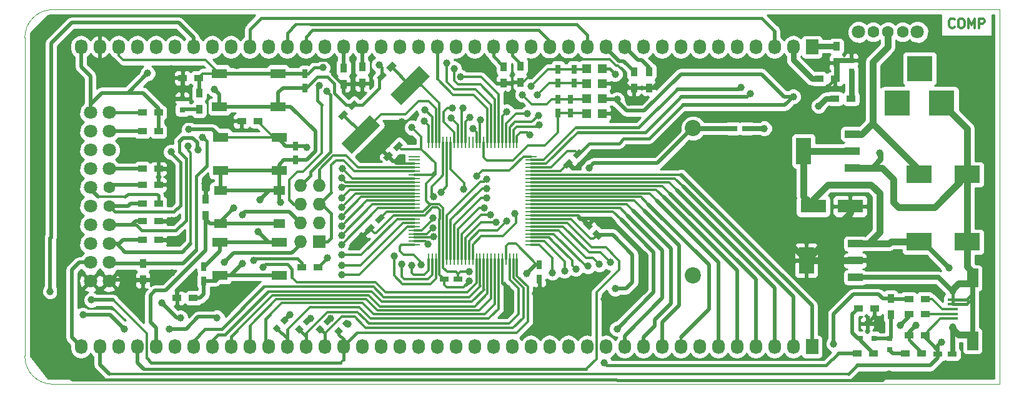
<source format=gtl>
G04 #@! TF.FileFunction,Copper,L1,Top,Signal*
%FSLAX46Y46*%
G04 Gerber Fmt 4.6, Leading zero omitted, Abs format (unit mm)*
G04 Created by KiCad (PCBNEW (2015-01-16 BZR 5376)-product) date 5/21/2015 10:44:20 AM*
%MOMM*%
G01*
G04 APERTURE LIST*
%ADD10C,0.150000*%
%ADD11C,0.300000*%
%ADD12C,0.100000*%
%ADD13C,1.000760*%
%ADD14R,1.350000X0.400000*%
%ADD15O,0.950000X1.250000*%
%ADD16R,1.550000X2.500000*%
%ADD17R,2.000000X1.300000*%
%ADD18R,1.800000X1.300000*%
%ADD19R,1.550000X1.300000*%
%ADD20C,2.200000*%
%ADD21R,0.750000X1.200000*%
%ADD22R,1.200000X0.750000*%
%ADD23R,3.500120X2.400300*%
%ADD24R,3.500120X3.500120*%
%ADD25R,0.797560X0.797560*%
%ADD26R,3.500120X1.800860*%
%ADD27R,2.032000X3.657600*%
%ADD28R,2.032000X1.016000*%
%ADD29R,1.198880X1.198880*%
%ADD30R,1.727200X2.032000*%
%ADD31O,1.727200X2.032000*%
%ADD32C,1.800000*%
%ADD33C,1.600000*%
%ADD34R,1.727200X1.727200*%
%ADD35O,1.727200X1.727200*%
%ADD36R,0.800100X0.800100*%
%ADD37R,0.900000X1.200000*%
%ADD38R,1.200000X0.900000*%
%ADD39R,0.280000X1.500000*%
%ADD40R,1.500000X0.280000*%
%ADD41C,1.000000*%
%ADD42C,0.381000*%
%ADD43C,0.508000*%
%ADD44C,0.304800*%
%ADD45C,0.889000*%
%ADD46C,0.635000*%
%ADD47C,0.762000*%
%ADD48C,0.254000*%
G04 APERTURE END LIST*
D10*
D11*
X214902143Y-83638571D02*
X214841667Y-83699048D01*
X214660238Y-83759524D01*
X214539286Y-83759524D01*
X214357858Y-83699048D01*
X214236905Y-83578095D01*
X214176429Y-83457143D01*
X214115953Y-83215238D01*
X214115953Y-83033810D01*
X214176429Y-82791905D01*
X214236905Y-82670952D01*
X214357858Y-82550000D01*
X214539286Y-82489524D01*
X214660238Y-82489524D01*
X214841667Y-82550000D01*
X214902143Y-82610476D01*
X215688334Y-82489524D02*
X215930238Y-82489524D01*
X216051191Y-82550000D01*
X216172143Y-82670952D01*
X216232619Y-82912857D01*
X216232619Y-83336190D01*
X216172143Y-83578095D01*
X216051191Y-83699048D01*
X215930238Y-83759524D01*
X215688334Y-83759524D01*
X215567381Y-83699048D01*
X215446429Y-83578095D01*
X215385953Y-83336190D01*
X215385953Y-82912857D01*
X215446429Y-82670952D01*
X215567381Y-82550000D01*
X215688334Y-82489524D01*
X216776905Y-83759524D02*
X216776905Y-82489524D01*
X217200238Y-83396667D01*
X217623572Y-82489524D01*
X217623572Y-83759524D01*
X218228334Y-83759524D02*
X218228334Y-82489524D01*
X218712143Y-82489524D01*
X218833096Y-82550000D01*
X218893572Y-82610476D01*
X218954048Y-82731429D01*
X218954048Y-82912857D01*
X218893572Y-83033810D01*
X218833096Y-83094286D01*
X218712143Y-83154762D01*
X218228334Y-83154762D01*
D12*
X92710000Y-81280000D02*
X218440000Y-81280000D01*
X92710000Y-132080000D02*
X220980000Y-132080000D01*
X88900000Y-85090000D02*
X88900000Y-128270000D01*
X88900000Y-128270000D02*
G75*
G03X92710000Y-132080000I3810000J0D01*
G01*
X92710000Y-81280000D02*
G75*
G03X88900000Y-85090000I0J-3810000D01*
G01*
X220980000Y-81280000D02*
X220980000Y-83947000D01*
X218440000Y-81280000D02*
X220980000Y-81280000D01*
X220980000Y-129540000D02*
X220980000Y-132080000D01*
X220980000Y-129540000D02*
X220980000Y-83820000D01*
D13*
X146824700Y-94615000D03*
X148323300Y-94615000D03*
D14*
X214630000Y-123190000D03*
X214630000Y-122540000D03*
X214630000Y-121890000D03*
X214630000Y-121240000D03*
X214630000Y-120590000D03*
D15*
X214630000Y-124390000D03*
X214630000Y-119390000D03*
D16*
X217330000Y-126190000D03*
X217330000Y-117690000D03*
D17*
X123384000Y-112808000D03*
X123384000Y-117308000D03*
X115384000Y-112808000D03*
X115384000Y-117308000D03*
D18*
X115405000Y-110327000D03*
X115405000Y-105827000D03*
D19*
X123355000Y-105827000D03*
X123355000Y-110327000D03*
D17*
X123355000Y-98588000D03*
X123355000Y-103088000D03*
X115405000Y-103088000D03*
X115405000Y-98588000D03*
X123228000Y-89952000D03*
X123228000Y-94452000D03*
X115278000Y-94452000D03*
X115278000Y-89952000D03*
D20*
X179451000Y-97348040D03*
X179451000Y-117348000D03*
D21*
X126873000Y-91882000D03*
X126873000Y-89982000D03*
X125603000Y-101661000D03*
X125603000Y-99761000D03*
D10*
G36*
X138752850Y-88300820D02*
X139283180Y-88831150D01*
X138434652Y-89679678D01*
X137904322Y-89149348D01*
X138752850Y-88300820D01*
X138752850Y-88300820D01*
G37*
G36*
X137409348Y-89644322D02*
X137939678Y-90174652D01*
X137091150Y-91023180D01*
X136560820Y-90492850D01*
X137409348Y-89644322D01*
X137409348Y-89644322D01*
G37*
G36*
X133545850Y-93507820D02*
X134076180Y-94038150D01*
X133227652Y-94886678D01*
X132697322Y-94356348D01*
X133545850Y-93507820D01*
X133545850Y-93507820D01*
G37*
G36*
X132202348Y-94851322D02*
X132732678Y-95381652D01*
X131884150Y-96230180D01*
X131353820Y-95699850D01*
X132202348Y-94851322D01*
X132202348Y-94851322D01*
G37*
D22*
X184851000Y-97409000D03*
X186751000Y-97409000D03*
D10*
G36*
X139641850Y-99095820D02*
X140172180Y-99626150D01*
X139323652Y-100474678D01*
X138793322Y-99944348D01*
X139641850Y-99095820D01*
X139641850Y-99095820D01*
G37*
G36*
X138298348Y-100439322D02*
X138828678Y-100969652D01*
X137980150Y-101818180D01*
X137449820Y-101287850D01*
X138298348Y-100439322D01*
X138298348Y-100439322D01*
G37*
D21*
X161163000Y-93411000D03*
X161163000Y-95311000D03*
X162814000Y-93411000D03*
X162814000Y-95311000D03*
D10*
G36*
X167223180Y-111955850D02*
X166692850Y-112486180D01*
X165844322Y-111637652D01*
X166374652Y-111107322D01*
X167223180Y-111955850D01*
X167223180Y-111955850D01*
G37*
G36*
X165879678Y-110612348D02*
X165349348Y-111142678D01*
X164500820Y-110294150D01*
X165031150Y-109763820D01*
X165879678Y-110612348D01*
X165879678Y-110612348D01*
G37*
D22*
X147635000Y-117856000D03*
X145735000Y-117856000D03*
D21*
X158623000Y-115890000D03*
X158623000Y-117790000D03*
X163322000Y-89347000D03*
X163322000Y-91247000D03*
X161163000Y-89347000D03*
X161163000Y-91247000D03*
D10*
G36*
X137165350Y-108938320D02*
X137695680Y-109468650D01*
X136847152Y-110317178D01*
X136316822Y-109786848D01*
X137165350Y-108938320D01*
X137165350Y-108938320D01*
G37*
G36*
X135821848Y-110281822D02*
X136352178Y-110812152D01*
X135503650Y-111660680D01*
X134973320Y-111130350D01*
X135821848Y-110281822D01*
X135821848Y-110281822D01*
G37*
G36*
X164025850Y-100111820D02*
X164556180Y-100642150D01*
X163707652Y-101490678D01*
X163177322Y-100960348D01*
X164025850Y-100111820D01*
X164025850Y-100111820D01*
G37*
G36*
X162682348Y-101455322D02*
X163212678Y-101985652D01*
X162364150Y-102834180D01*
X161833820Y-102303850D01*
X162682348Y-101455322D01*
X162682348Y-101455322D01*
G37*
D22*
X212664000Y-128016000D03*
X214564000Y-128016000D03*
D23*
X210108800Y-103632000D03*
X216611200Y-103632000D03*
X210108800Y-112776000D03*
X216611200Y-112776000D03*
D24*
X207159860Y-93980000D03*
X213159340Y-93980000D03*
X210159600Y-89281000D03*
D25*
X110236000Y-93357700D03*
X110236000Y-94856300D03*
D10*
G36*
X131423165Y-125426795D02*
X130859205Y-124862835D01*
X131423165Y-124298875D01*
X131987125Y-124862835D01*
X131423165Y-125426795D01*
X131423165Y-125426795D01*
G37*
G36*
X132482835Y-124367125D02*
X131918875Y-123803165D01*
X132482835Y-123239205D01*
X133046795Y-123803165D01*
X132482835Y-124367125D01*
X132482835Y-124367125D01*
G37*
G36*
X128883165Y-125172795D02*
X128319205Y-124608835D01*
X128883165Y-124044875D01*
X129447125Y-124608835D01*
X128883165Y-125172795D01*
X128883165Y-125172795D01*
G37*
G36*
X129942835Y-124113125D02*
X129378875Y-123549165D01*
X129942835Y-122985205D01*
X130506795Y-123549165D01*
X129942835Y-124113125D01*
X129942835Y-124113125D01*
G37*
G36*
X126089165Y-125172795D02*
X125525205Y-124608835D01*
X126089165Y-124044875D01*
X126653125Y-124608835D01*
X126089165Y-125172795D01*
X126089165Y-125172795D01*
G37*
G36*
X127148835Y-124113125D02*
X126584875Y-123549165D01*
X127148835Y-122985205D01*
X127712795Y-123549165D01*
X127148835Y-124113125D01*
X127148835Y-124113125D01*
G37*
G36*
X123041165Y-125045795D02*
X122477205Y-124481835D01*
X123041165Y-123917875D01*
X123605125Y-124481835D01*
X123041165Y-125045795D01*
X123041165Y-125045795D01*
G37*
G36*
X124100835Y-123986125D02*
X123536875Y-123422165D01*
X124100835Y-122858205D01*
X124664795Y-123422165D01*
X124100835Y-123986125D01*
X124100835Y-123986125D01*
G37*
D26*
X200746360Y-107950000D03*
X195747640Y-107950000D03*
D25*
X206121000Y-125869700D03*
X206121000Y-127368300D03*
D27*
X194818000Y-115316000D03*
D28*
X201422000Y-115316000D03*
X201422000Y-113030000D03*
X201422000Y-117602000D03*
D27*
X194437000Y-100457000D03*
D28*
X201041000Y-100457000D03*
X201041000Y-98171000D03*
X201041000Y-102743000D03*
D29*
X165066980Y-93345000D03*
X167165020Y-93345000D03*
X165066980Y-95377000D03*
X167165020Y-95377000D03*
X165066980Y-89281000D03*
X167165020Y-89281000D03*
X165066980Y-91313000D03*
X167165020Y-91313000D03*
D30*
X195580000Y-86360000D03*
D31*
X193040000Y-86360000D03*
X190500000Y-86360000D03*
X187960000Y-86360000D03*
X185420000Y-86360000D03*
X182880000Y-86360000D03*
X180340000Y-86360000D03*
X177800000Y-86360000D03*
X175260000Y-86360000D03*
X172720000Y-86360000D03*
X170180000Y-86360000D03*
X167640000Y-86360000D03*
X165100000Y-86360000D03*
X162560000Y-86360000D03*
X160020000Y-86360000D03*
X157480000Y-86360000D03*
X154940000Y-86360000D03*
X152400000Y-86360000D03*
X149860000Y-86360000D03*
X147320000Y-86360000D03*
X144780000Y-86360000D03*
X142240000Y-86360000D03*
X139700000Y-86360000D03*
X137160000Y-86360000D03*
X134620000Y-86360000D03*
X132080000Y-86360000D03*
X129540000Y-86360000D03*
X127000000Y-86360000D03*
X124460000Y-86360000D03*
X121920000Y-86360000D03*
X119380000Y-86360000D03*
X116840000Y-86360000D03*
X114300000Y-86360000D03*
X111760000Y-86360000D03*
X109220000Y-86360000D03*
X106680000Y-86360000D03*
X104140000Y-86360000D03*
X101600000Y-86360000D03*
X99060000Y-86360000D03*
X96520000Y-86360000D03*
D32*
X100330000Y-118110000D03*
X97790000Y-118110000D03*
X100330000Y-115570000D03*
X97790000Y-115570000D03*
X100330000Y-113030000D03*
X97790000Y-113030000D03*
X100330000Y-110490000D03*
X97790000Y-110490000D03*
D33*
X100330000Y-107950000D03*
D32*
X97790000Y-107950000D03*
D33*
X100330000Y-105410000D03*
D32*
X97790000Y-105410000D03*
X100330000Y-102870000D03*
X97790000Y-102870000D03*
X100330000Y-100330000D03*
X97790000Y-100330000D03*
X100330000Y-97790000D03*
X97790000Y-97790000D03*
X100330000Y-95250000D03*
X97790000Y-95250000D03*
D30*
X195580000Y-127000000D03*
D31*
X193040000Y-127000000D03*
X190500000Y-127000000D03*
X187960000Y-127000000D03*
X185420000Y-127000000D03*
X182880000Y-127000000D03*
X180340000Y-127000000D03*
X177800000Y-127000000D03*
X175260000Y-127000000D03*
X172720000Y-127000000D03*
X170180000Y-127000000D03*
X167640000Y-127000000D03*
X165100000Y-127000000D03*
X162560000Y-127000000D03*
X160020000Y-127000000D03*
X157480000Y-127000000D03*
X154940000Y-127000000D03*
X152400000Y-127000000D03*
X149860000Y-127000000D03*
X147320000Y-127000000D03*
X144780000Y-127000000D03*
X142240000Y-127000000D03*
X139700000Y-127000000D03*
X137160000Y-127000000D03*
X134620000Y-127000000D03*
X132080000Y-127000000D03*
X129540000Y-127000000D03*
X127000000Y-127000000D03*
X124460000Y-127000000D03*
X121920000Y-127000000D03*
X119380000Y-127000000D03*
X116840000Y-127000000D03*
X114300000Y-127000000D03*
X111760000Y-127000000D03*
X109220000Y-127000000D03*
X106680000Y-127000000D03*
X104140000Y-127000000D03*
X101600000Y-127000000D03*
X99060000Y-127000000D03*
X96520000Y-127000000D03*
D34*
X128778000Y-112776000D03*
D35*
X126238000Y-112776000D03*
X128778000Y-110236000D03*
X126238000Y-110236000D03*
X128778000Y-107696000D03*
X126238000Y-107696000D03*
X128778000Y-105156000D03*
X126238000Y-105156000D03*
D36*
X202123000Y-125841760D03*
X204023000Y-125841760D03*
X203073000Y-123842780D03*
D37*
X112522000Y-94826000D03*
X112522000Y-92626000D03*
D38*
X112479000Y-90551000D03*
X110279000Y-90551000D03*
D37*
X104902000Y-115740000D03*
X104902000Y-117940000D03*
D38*
X104818000Y-112522000D03*
X107018000Y-112522000D03*
X104818000Y-109982000D03*
X107018000Y-109982000D03*
X104818000Y-107569000D03*
X107018000Y-107569000D03*
X104818000Y-105029000D03*
X107018000Y-105029000D03*
X104818000Y-102870000D03*
X107018000Y-102870000D03*
X104818000Y-97790000D03*
X107018000Y-97790000D03*
X104818000Y-95250000D03*
X107018000Y-95250000D03*
X120480000Y-96393000D03*
X118280000Y-96393000D03*
D37*
X132080000Y-89197000D03*
X132080000Y-91397000D03*
X134620000Y-89070000D03*
X134620000Y-91270000D03*
X153797000Y-89070000D03*
X153797000Y-91270000D03*
X156083000Y-88943000D03*
X156083000Y-91143000D03*
X171450000Y-89705000D03*
X171450000Y-91905000D03*
X173482000Y-89705000D03*
X173482000Y-91905000D03*
D38*
X196512000Y-90678000D03*
X198712000Y-90678000D03*
X210904000Y-125476000D03*
X208704000Y-125476000D03*
D37*
X198882000Y-86276000D03*
X198882000Y-88476000D03*
D38*
X208704000Y-122555000D03*
X210904000Y-122555000D03*
X208704000Y-120523000D03*
X210904000Y-120523000D03*
X128608000Y-116205000D03*
X126408000Y-116205000D03*
D37*
X206248000Y-120439000D03*
X206248000Y-122639000D03*
D38*
X210396000Y-127889000D03*
X208196000Y-127889000D03*
D37*
X113411000Y-109177000D03*
X113411000Y-106977000D03*
D38*
X201846000Y-121793000D03*
X204046000Y-121793000D03*
X203919000Y-127889000D03*
X201719000Y-127889000D03*
X198671000Y-93345000D03*
X200871000Y-93345000D03*
D33*
X207867000Y-84328000D03*
X205867000Y-84328000D03*
X203867000Y-84328000D03*
D32*
X201867000Y-84328000D03*
X209867000Y-84328000D03*
D39*
X155606000Y-99288000D03*
X155106000Y-99288000D03*
X154606000Y-99288000D03*
X154106000Y-99288000D03*
X153606000Y-99288000D03*
X153106000Y-99288000D03*
X152606000Y-99288000D03*
X152106000Y-99288000D03*
X151606000Y-99288000D03*
X151106000Y-99288000D03*
X150606000Y-99288000D03*
X150106000Y-99288000D03*
X149606000Y-99288000D03*
X149106000Y-99288000D03*
X148606000Y-99288000D03*
X148106000Y-99288000D03*
X147606000Y-99288000D03*
X147106000Y-99288000D03*
X146606000Y-99288000D03*
X146106000Y-99288000D03*
X145606000Y-99288000D03*
X145106000Y-99288000D03*
X144606000Y-99288000D03*
X144106000Y-99288000D03*
X143606000Y-99288000D03*
D40*
X141706000Y-101188000D03*
X141706000Y-101688000D03*
X141706000Y-102188000D03*
X141706000Y-102688000D03*
X141706000Y-103188000D03*
X141706000Y-103688000D03*
X141706000Y-104188000D03*
X141706000Y-104688000D03*
X141706000Y-105188000D03*
X141706000Y-105688000D03*
X141706000Y-106188000D03*
X141706000Y-106688000D03*
X141706000Y-107188000D03*
X141706000Y-107688000D03*
X141706000Y-108188000D03*
X141706000Y-108688000D03*
X141706000Y-109188000D03*
X141706000Y-109688000D03*
X141706000Y-110188000D03*
X141706000Y-110688000D03*
X141706000Y-111188000D03*
X141706000Y-111688000D03*
X141706000Y-112188000D03*
X141706000Y-112688000D03*
X141706000Y-113188000D03*
D39*
X143606000Y-115088000D03*
X144106000Y-115088000D03*
X144606000Y-115088000D03*
X145106000Y-115088000D03*
X145606000Y-115088000D03*
X146106000Y-115088000D03*
X146606000Y-115088000D03*
X147106000Y-115088000D03*
X147606000Y-115088000D03*
X148106000Y-115088000D03*
X148606000Y-115088000D03*
X149106000Y-115088000D03*
X149606000Y-115088000D03*
X150106000Y-115088000D03*
X150606000Y-115088000D03*
X151106000Y-115088000D03*
X151606000Y-115088000D03*
X152106000Y-115088000D03*
X152606000Y-115088000D03*
X153106000Y-115088000D03*
X153606000Y-115088000D03*
X154106000Y-115088000D03*
X154606000Y-115088000D03*
X155106000Y-115088000D03*
X155606000Y-115088000D03*
D40*
X157506000Y-113188000D03*
X157506000Y-112688000D03*
X157506000Y-112188000D03*
X157506000Y-111688000D03*
X157506000Y-111188000D03*
X157506000Y-110688000D03*
X157506000Y-110188000D03*
X157506000Y-109688000D03*
X157506000Y-109188000D03*
X157506000Y-108688000D03*
X157506000Y-108188000D03*
X157506000Y-107688000D03*
X157506000Y-107188000D03*
X157506000Y-106688000D03*
X157506000Y-106188000D03*
X157506000Y-105688000D03*
X157506000Y-105188000D03*
X157506000Y-104688000D03*
X157506000Y-104188000D03*
X157506000Y-103688000D03*
X157506000Y-103188000D03*
X157506000Y-102688000D03*
X157506000Y-102188000D03*
X157506000Y-101688000D03*
X157506000Y-101188000D03*
D10*
G36*
X142355174Y-88895333D02*
X143768667Y-90308826D01*
X139880216Y-94197277D01*
X138466723Y-92783784D01*
X142355174Y-88895333D01*
X142355174Y-88895333D01*
G37*
G36*
X135709784Y-95540723D02*
X137123277Y-96954216D01*
X133234826Y-100842667D01*
X131821333Y-99429174D01*
X135709784Y-95540723D01*
X135709784Y-95540723D01*
G37*
D25*
X200914000Y-88150700D03*
X200914000Y-89649300D03*
D21*
X113157000Y-116144000D03*
X113157000Y-118044000D03*
D38*
X111717000Y-120396000D03*
X109517000Y-120396000D03*
D41*
X204724000Y-124333000D03*
X109093000Y-112903000D03*
X111379000Y-117729000D03*
X113284000Y-104902000D03*
X170815000Y-93853000D03*
X108712000Y-89281000D03*
X117602000Y-88900000D03*
X139954000Y-96520000D03*
X108331000Y-93091000D03*
X169037000Y-95377000D03*
X191770000Y-115062000D03*
X167386000Y-120523000D03*
X149161500Y-118110000D03*
X154305000Y-119126000D03*
X158115000Y-119761000D03*
X108712000Y-106426000D03*
X108839000Y-109855000D03*
X108839000Y-116967000D03*
X206502000Y-115697000D03*
X205994000Y-130683000D03*
X93726000Y-113792000D03*
X109982000Y-123063000D03*
X107442000Y-121031000D03*
X119888000Y-115316000D03*
X214122000Y-116332000D03*
X213106000Y-126365000D03*
X150114000Y-103886000D03*
X185928000Y-91821000D03*
X92329000Y-119507000D03*
X96774000Y-122682000D03*
X102362000Y-124587000D03*
X108458000Y-124587000D03*
X114935000Y-123063000D03*
X143129000Y-94869000D03*
X151511000Y-106807000D03*
X143573500Y-113093500D03*
X144208500Y-110871000D03*
X143002000Y-96393000D03*
X151130000Y-108204000D03*
X144272000Y-112077500D03*
X144208500Y-109537500D03*
X154178000Y-95123000D03*
X108712000Y-100584000D03*
X157353000Y-98298000D03*
X158623000Y-96901000D03*
X110998000Y-99822000D03*
X158496000Y-95631000D03*
X112395000Y-100330000D03*
X187198000Y-92710000D03*
X97917000Y-120650000D03*
X121158000Y-116205000D03*
X167386000Y-129159000D03*
X129921000Y-114935000D03*
X144272000Y-106680000D03*
X117221000Y-108204000D03*
X141351000Y-115951000D03*
X146685000Y-96012000D03*
X129286000Y-89154000D03*
X156972000Y-95377000D03*
X113000000Y-98600000D03*
X120523000Y-111379000D03*
X120777000Y-107061000D03*
X123571000Y-107442000D03*
X136906000Y-88773000D03*
X141351000Y-97282000D03*
X169164000Y-93472000D03*
X168910000Y-90043000D03*
X204724000Y-100711000D03*
X196469000Y-94361000D03*
X189103000Y-97409000D03*
X193040000Y-93091000D03*
X168910000Y-119126000D03*
X156908500Y-117094000D03*
X149098000Y-116840000D03*
X209677000Y-124079000D03*
X105537000Y-89916000D03*
X114554000Y-92075000D03*
X129794000Y-92329000D03*
X128778000Y-91567000D03*
X127127000Y-99949000D03*
X111125000Y-97536000D03*
X138938000Y-114681000D03*
X118364000Y-115697000D03*
X139954000Y-115824000D03*
X165354000Y-102743000D03*
X148336000Y-105664000D03*
X150622000Y-96266000D03*
X156337000Y-92837000D03*
X157480000Y-91694000D03*
X149225000Y-95885000D03*
X149606000Y-97409000D03*
X158369000Y-92837000D03*
X132715000Y-123952000D03*
X130302000Y-123190000D03*
X127635000Y-123190000D03*
X124841000Y-122682000D03*
X168275000Y-115570000D03*
X166751000Y-115824000D03*
X151511000Y-105537000D03*
X151511000Y-104267000D03*
X146050000Y-88519000D03*
X147066000Y-89281000D03*
X147955000Y-90424000D03*
X142621000Y-115887500D03*
X131953000Y-102870000D03*
X131826000Y-104140000D03*
X131826000Y-105410000D03*
X131826000Y-106807000D03*
X131826000Y-108077000D03*
X131826000Y-109347000D03*
X131826000Y-110617000D03*
X131826000Y-111887000D03*
X131826000Y-113157000D03*
X131826000Y-114554000D03*
X131826000Y-115951000D03*
X131826000Y-117221000D03*
X145288000Y-106045000D03*
X169164000Y-124587000D03*
X207518000Y-124079000D03*
X115951000Y-115570000D03*
X118364000Y-109093000D03*
X198501000Y-126619000D03*
X165227000Y-116078000D03*
X163576000Y-116459000D03*
X162052000Y-116713000D03*
X160401000Y-116967000D03*
X154178000Y-109982000D03*
X155321000Y-108966000D03*
X152781000Y-110109000D03*
X152019000Y-109093000D03*
D42*
X170307000Y-131572000D02*
X169164000Y-131572000D01*
X169164000Y-131572000D02*
X169037000Y-131445000D01*
D43*
X203073000Y-123842780D02*
X204233780Y-123842780D01*
X204233780Y-123842780D02*
X204724000Y-124333000D01*
X108712000Y-106426000D02*
X108712000Y-105537000D01*
X108204000Y-105029000D02*
X107018000Y-105029000D01*
X108712000Y-105537000D02*
X108204000Y-105029000D01*
D42*
X117602000Y-88900000D02*
X120396000Y-88900000D01*
X129794000Y-88138000D02*
X130556000Y-88900000D01*
X128651000Y-88138000D02*
X129794000Y-88138000D01*
X128524000Y-88265000D02*
X128651000Y-88138000D01*
X121031000Y-88265000D02*
X128524000Y-88265000D01*
X120396000Y-88900000D02*
X121031000Y-88265000D01*
D43*
X110236000Y-93357700D02*
X108597700Y-93357700D01*
X108597700Y-93357700D02*
X108331000Y-93091000D01*
X107018000Y-109982000D02*
X108712000Y-109982000D01*
X108712000Y-109982000D02*
X108839000Y-109855000D01*
X109093000Y-112903000D02*
X108712000Y-112522000D01*
X108712000Y-112522000D02*
X107018000Y-112522000D01*
X104902000Y-117940000D02*
X100500000Y-117940000D01*
X100500000Y-117940000D02*
X100330000Y-118110000D01*
X109517000Y-120396000D02*
X109517000Y-119591000D01*
X109517000Y-119591000D02*
X111379000Y-117729000D01*
X113411000Y-106977000D02*
X113411000Y-105029000D01*
X113411000Y-105029000D02*
X113284000Y-104902000D01*
X118280000Y-96393000D02*
X115316000Y-96393000D01*
D44*
X171450000Y-91905000D02*
X170899000Y-91905000D01*
X159512000Y-88011000D02*
X156380000Y-91143000D01*
X168148000Y-88011000D02*
X159512000Y-88011000D01*
X169037000Y-88900000D02*
X168148000Y-88011000D01*
X169291000Y-88900000D02*
X169037000Y-88900000D01*
X170180000Y-89789000D02*
X169291000Y-88900000D01*
X170180000Y-91186000D02*
X170180000Y-89789000D01*
X170899000Y-91905000D02*
X170180000Y-91186000D01*
X156380000Y-91143000D02*
X156083000Y-91143000D01*
X168994000Y-91905000D02*
X168783000Y-91694000D01*
D43*
X171450000Y-91905000D02*
X173482000Y-91905000D01*
X171450000Y-93218000D02*
X171450000Y-91905000D01*
X170815000Y-93853000D02*
X171450000Y-93218000D01*
X107315000Y-92075000D02*
X108331000Y-93091000D01*
X107315000Y-90678000D02*
X107315000Y-92075000D01*
X108712000Y-89281000D02*
X107315000Y-90678000D01*
D44*
X132080000Y-91397000D02*
X131910000Y-91397000D01*
D42*
X131910000Y-91397000D02*
X130556000Y-90043000D01*
D44*
X138139249Y-101128751D02*
X138139249Y-101055249D01*
X138139249Y-101055249D02*
X137287000Y-100203000D01*
X137287000Y-100203000D02*
X137287000Y-99187000D01*
X137287000Y-99187000D02*
X139954000Y-96520000D01*
X108331000Y-93091000D02*
X108597700Y-93357700D01*
X141706000Y-102188000D02*
X139198498Y-102188000D01*
X139198498Y-102188000D02*
X138139249Y-101128751D01*
D43*
X169037000Y-95377000D02*
X167165020Y-95377000D01*
X168402000Y-91313000D02*
X167165020Y-91313000D01*
D44*
X168994000Y-91905000D02*
X168783000Y-91694000D01*
D43*
X168783000Y-91694000D02*
X168402000Y-91313000D01*
X191262000Y-88900000D02*
X179197000Y-88900000D01*
X197104000Y-92075000D02*
X194437000Y-92075000D01*
X177038000Y-88900000D02*
X174033000Y-91905000D01*
X174033000Y-91905000D02*
X173482000Y-91905000D01*
X179197000Y-88900000D02*
X177038000Y-88900000D01*
X194437000Y-92075000D02*
X191262000Y-88900000D01*
D42*
X170942000Y-99822000D02*
X173990000Y-99822000D01*
X163322000Y-102743000D02*
X163830000Y-102743000D01*
X163830000Y-102743000D02*
X165481000Y-101092000D01*
X165481000Y-101092000D02*
X169672000Y-101092000D01*
X169672000Y-101092000D02*
X170942000Y-99822000D01*
X162723751Y-102144751D02*
X163322000Y-102743000D01*
D43*
X178308000Y-95504000D02*
X187071000Y-95504000D01*
D42*
X173990000Y-99822000D02*
X178308000Y-95504000D01*
D44*
X162523249Y-102144751D02*
X162723751Y-102144751D01*
D43*
X191770000Y-115062000D02*
X192024000Y-115316000D01*
X192024000Y-115316000D02*
X194818000Y-115316000D01*
D44*
X162306000Y-109188000D02*
X163925000Y-109188000D01*
X163925000Y-109188000D02*
X164338000Y-109601000D01*
X164369750Y-109632750D02*
X165190249Y-110453249D01*
X164338000Y-109601000D02*
X164369750Y-109632750D01*
X141706000Y-109188000D02*
X138906500Y-109188000D01*
X136260998Y-111569500D02*
X135662749Y-110971251D01*
X136525000Y-111569500D02*
X136260998Y-111569500D01*
X138906500Y-109188000D02*
X136525000Y-111569500D01*
X141706000Y-109188000D02*
X143081502Y-109188000D01*
X145123398Y-109736500D02*
X145106000Y-109736500D01*
X145123398Y-108394500D02*
X145123398Y-109736500D01*
X144844000Y-108115102D02*
X145123398Y-108394500D01*
X144154400Y-108115102D02*
X144844000Y-108115102D01*
X143081502Y-109188000D02*
X144154400Y-108115102D01*
X145106000Y-115088000D02*
X145106000Y-109736500D01*
X145106000Y-109736500D02*
X145106000Y-109736500D01*
X145735000Y-117856000D02*
X145735000Y-118557000D01*
X148336000Y-118935500D02*
X149161500Y-118110000D01*
X146113500Y-118935500D02*
X148336000Y-118935500D01*
X145735000Y-118557000D02*
X146113500Y-118935500D01*
X145106000Y-115088000D02*
X145106000Y-117227000D01*
X145106000Y-117227000D02*
X145735000Y-117856000D01*
X153606000Y-115088000D02*
X153606000Y-118427000D01*
X153606000Y-118427000D02*
X154305000Y-119126000D01*
X158623000Y-119253000D02*
X158623000Y-117790000D01*
X158115000Y-119761000D02*
X158623000Y-119253000D01*
X157506000Y-103188000D02*
X161480000Y-103188000D01*
X161480000Y-103188000D02*
X162523249Y-102144751D01*
X157506000Y-109188000D02*
X162306000Y-109188000D01*
X156083000Y-91143000D02*
X153924000Y-91143000D01*
X153924000Y-91143000D02*
X153797000Y-91270000D01*
D42*
X197315000Y-92075000D02*
X198712000Y-90678000D01*
X197104000Y-92075000D02*
X197315000Y-92075000D01*
X196723000Y-92075000D02*
X197104000Y-92075000D01*
D45*
X200746360Y-107950000D02*
X200746360Y-108879640D01*
X200746360Y-108879640D02*
X198120000Y-111506000D01*
X198120000Y-111506000D02*
X198120000Y-112014000D01*
X198120000Y-112014000D02*
X194818000Y-115316000D01*
X201422000Y-115316000D02*
X194818000Y-115316000D01*
D43*
X110617000Y-96393000D02*
X108712000Y-98298000D01*
D42*
X116205000Y-96393000D02*
X115316000Y-96393000D01*
D43*
X115316000Y-96393000D02*
X110617000Y-96393000D01*
X107018000Y-102870000D02*
X107018000Y-100500000D01*
D42*
X109207300Y-93357700D02*
X110236000Y-93357700D01*
D43*
X108712000Y-93853000D02*
X109207300Y-93357700D01*
X108712000Y-98806000D02*
X108712000Y-98298000D01*
X108712000Y-98298000D02*
X108712000Y-93853000D01*
X107018000Y-100500000D02*
X108712000Y-98806000D01*
X108712000Y-106426000D02*
X108712000Y-103251000D01*
X108331000Y-102870000D02*
X107018000Y-102870000D01*
X108712000Y-103251000D02*
X108331000Y-102870000D01*
D42*
X108839000Y-109855000D02*
X108712000Y-109982000D01*
D43*
X104902000Y-117940000D02*
X107866000Y-117940000D01*
X108712000Y-112522000D02*
X107018000Y-112522000D01*
X107866000Y-117940000D02*
X108839000Y-116967000D01*
X110236000Y-93357700D02*
X110236000Y-90594000D01*
D44*
X110236000Y-90594000D02*
X110279000Y-90551000D01*
D46*
X200914000Y-88150700D02*
X199207300Y-88150700D01*
X199207300Y-88150700D02*
X198882000Y-88476000D01*
D47*
X198882000Y-90508000D02*
X198712000Y-90678000D01*
X198882000Y-88476000D02*
X198882000Y-90508000D01*
D44*
X100500000Y-117940000D02*
X100330000Y-118110000D01*
X134493000Y-91397000D02*
X134620000Y-91270000D01*
D42*
X132080000Y-91397000D02*
X134493000Y-91397000D01*
D44*
X206121000Y-115316000D02*
X206502000Y-115697000D01*
D46*
X201422000Y-115316000D02*
X206121000Y-115316000D01*
D42*
X205994000Y-130683000D02*
X205105000Y-131572000D01*
X205105000Y-131572000D02*
X170307000Y-131572000D01*
D44*
X169164000Y-131572000D02*
X169037000Y-131445000D01*
D42*
X169037000Y-131445000D02*
X95377000Y-131445000D01*
D43*
X95377000Y-131445000D02*
X93472000Y-129540000D01*
X93472000Y-129540000D02*
X93472000Y-114046000D01*
D44*
X93472000Y-114046000D02*
X93726000Y-113792000D01*
D47*
X191262000Y-98425000D02*
X191262000Y-97917000D01*
X191262000Y-111760000D02*
X191262000Y-98425000D01*
X194818000Y-115316000D02*
X191262000Y-111760000D01*
D43*
X190881000Y-95504000D02*
X191516000Y-95504000D01*
X187071000Y-95504000D02*
X190881000Y-95504000D01*
X196723000Y-92075000D02*
X197104000Y-92075000D01*
X193421000Y-95377000D02*
X196723000Y-92075000D01*
X192278000Y-96520000D02*
X193421000Y-95377000D01*
X168402000Y-91313000D02*
X167165020Y-91313000D01*
X168994000Y-91905000D02*
X168402000Y-91313000D01*
X171450000Y-91905000D02*
X168994000Y-91905000D01*
X191262000Y-97536000D02*
X193421000Y-95377000D01*
X191262000Y-98425000D02*
X191262000Y-97536000D01*
X193294000Y-95504000D02*
X193421000Y-95377000D01*
X190881000Y-95504000D02*
X193294000Y-95504000D01*
X167862250Y-109632750D02*
X172593000Y-114363500D01*
X172593000Y-114363500D02*
X172593000Y-118999000D01*
X172593000Y-118999000D02*
X171069000Y-120523000D01*
X171069000Y-120523000D02*
X167386000Y-120523000D01*
X164369750Y-109632750D02*
X167862250Y-109632750D01*
D42*
X130556000Y-90043000D02*
X130556000Y-88900000D01*
D43*
X204046000Y-121793000D02*
X204046000Y-122869780D01*
X204046000Y-122869780D02*
X203073000Y-123842780D01*
D44*
X214630000Y-123190000D02*
X212979000Y-123190000D01*
X212979000Y-123190000D02*
X210904000Y-125265000D01*
X210904000Y-125265000D02*
X210904000Y-125476000D01*
X109474000Y-123063000D02*
X109982000Y-123063000D01*
D43*
X107442000Y-121031000D02*
X109474000Y-123063000D01*
X119888000Y-115316000D02*
X120015000Y-115316000D01*
D44*
X120015000Y-115316000D02*
X120269000Y-115062000D01*
D42*
X120269000Y-115062000D02*
X125857000Y-115062000D01*
X125857000Y-115062000D02*
X126408000Y-115613000D01*
X126408000Y-115613000D02*
X126408000Y-116205000D01*
D44*
X126408000Y-116205000D02*
X126365000Y-116205000D01*
D43*
X99060000Y-129413000D02*
X99060000Y-127000000D01*
X100330000Y-130683000D02*
X99060000Y-129413000D01*
D44*
X200533000Y-130683000D02*
X100330000Y-130683000D01*
D43*
X212664000Y-128016000D02*
X212664000Y-126807000D01*
D46*
X214122000Y-116332000D02*
X210566000Y-112776000D01*
D43*
X212664000Y-126807000D02*
X213106000Y-126365000D01*
D44*
X210566000Y-112776000D02*
X210108800Y-112776000D01*
D47*
X195747640Y-107950000D02*
X195747640Y-107020360D01*
X203200000Y-113030000D02*
X201422000Y-113030000D01*
D45*
X204724000Y-111506000D02*
X203200000Y-113030000D01*
X204724000Y-106172000D02*
X204724000Y-111506000D01*
X203581000Y-105029000D02*
X204724000Y-106172000D01*
X197739000Y-105029000D02*
X203581000Y-105029000D01*
X195747640Y-107020360D02*
X197739000Y-105029000D01*
X210108800Y-112776000D02*
X206248000Y-112776000D01*
X206248000Y-112776000D02*
X205994000Y-113030000D01*
X205994000Y-113030000D02*
X201422000Y-113030000D01*
X194437000Y-100457000D02*
X194437000Y-106639360D01*
X194437000Y-106639360D02*
X195747640Y-107950000D01*
X201041000Y-100457000D02*
X194437000Y-100457000D01*
D44*
X210904000Y-125476000D02*
X210904000Y-125687000D01*
D43*
X210904000Y-125687000D02*
X212664000Y-127447000D01*
X212664000Y-127447000D02*
X212664000Y-128016000D01*
D44*
X210566000Y-112776000D02*
X210108800Y-112776000D01*
D43*
X212664000Y-128458000D02*
X211582000Y-129540000D01*
X211582000Y-129540000D02*
X201676000Y-129540000D01*
D42*
X201676000Y-129540000D02*
X200533000Y-130683000D01*
D43*
X212664000Y-128016000D02*
X212664000Y-128458000D01*
D44*
X156495000Y-101188000D02*
X157506000Y-101188000D01*
X150876000Y-103124000D02*
X150114000Y-103886000D01*
X154559000Y-103124000D02*
X150876000Y-103124000D01*
X156495000Y-101188000D02*
X154559000Y-103124000D01*
D43*
X104818000Y-105029000D02*
X100711000Y-105029000D01*
X100711000Y-105029000D02*
X100330000Y-105410000D01*
D44*
X100711000Y-105029000D02*
X100330000Y-105410000D01*
D43*
X182753000Y-92075000D02*
X185674000Y-92075000D01*
D44*
X185674000Y-92075000D02*
X185928000Y-91821000D01*
X159170000Y-101688000D02*
X163576000Y-97282000D01*
D42*
X163576000Y-97282000D02*
X172085000Y-97282000D01*
X172085000Y-97282000D02*
X177292000Y-92075000D01*
D43*
X177292000Y-92075000D02*
X182753000Y-92075000D01*
D44*
X157506000Y-101688000D02*
X159170000Y-101688000D01*
D43*
X111760000Y-85090000D02*
X111760000Y-86360000D01*
X109728000Y-83058000D02*
X111760000Y-85090000D01*
X95250000Y-83058000D02*
X109728000Y-83058000D01*
X92456000Y-85852000D02*
X95250000Y-83058000D01*
X92456000Y-112141000D02*
X92456000Y-85852000D01*
D42*
X92329000Y-112268000D02*
X92456000Y-112141000D01*
D43*
X92329000Y-119507000D02*
X92329000Y-112268000D01*
X100457000Y-122682000D02*
X96774000Y-122682000D01*
X102362000Y-124587000D02*
X100457000Y-122682000D01*
X110744000Y-124587000D02*
X108458000Y-124587000D01*
X112395000Y-122936000D02*
X110744000Y-124587000D01*
X114808000Y-122936000D02*
X112395000Y-122936000D01*
D44*
X114935000Y-123063000D02*
X114808000Y-122936000D01*
X155106000Y-115088000D02*
X155106000Y-117641000D01*
X155067000Y-124460000D02*
X152273000Y-124460000D01*
X156464000Y-123063000D02*
X155067000Y-124460000D01*
X156464000Y-118999000D02*
X156464000Y-123063000D01*
X155106000Y-117641000D02*
X156464000Y-118999000D01*
X134747000Y-124079000D02*
X134747000Y-124104398D01*
X133223000Y-122936000D02*
X131826000Y-122936000D01*
X131826000Y-122936000D02*
X129540000Y-125222000D01*
X133604000Y-122936000D02*
X134747000Y-124079000D01*
X133223000Y-122936000D02*
X133604000Y-122936000D01*
X134747000Y-124104398D02*
X135102602Y-124460000D01*
X135102602Y-124460000D02*
X152273000Y-124460000D01*
D42*
X129540000Y-125222000D02*
X129540000Y-127000000D01*
D44*
X129540000Y-125222000D02*
X129540000Y-127000000D01*
D42*
X128926835Y-124608835D02*
X129540000Y-125222000D01*
D44*
X128883165Y-124608835D02*
X128926835Y-124608835D01*
X144106000Y-95846000D02*
X143129000Y-94869000D01*
X144106000Y-99288000D02*
X144106000Y-95846000D01*
D43*
X132080000Y-89197000D02*
X132080000Y-86360000D01*
D44*
X153797000Y-89070000D02*
X153797000Y-89027000D01*
D42*
X153797000Y-89027000D02*
X152400000Y-87630000D01*
X152400000Y-87630000D02*
X152400000Y-86360000D01*
D44*
X147106000Y-110450000D02*
X150749000Y-106807000D01*
X150749000Y-106807000D02*
X151511000Y-106807000D01*
X147106000Y-115088000D02*
X147106000Y-110450000D01*
X171450000Y-89705000D02*
X171450000Y-89662000D01*
D43*
X171450000Y-89662000D02*
X170053000Y-88265000D01*
X170053000Y-88265000D02*
X169418000Y-88265000D01*
X169418000Y-88265000D02*
X167640000Y-86487000D01*
D44*
X167640000Y-86487000D02*
X167640000Y-86360000D01*
X167640000Y-86868000D02*
X167640000Y-86360000D01*
X167640000Y-86868000D02*
X167640000Y-86360000D01*
X141706000Y-112688000D02*
X143168000Y-112688000D01*
X143168000Y-112688000D02*
X143573500Y-113093500D01*
X167640000Y-86868000D02*
X167640000Y-86360000D01*
X141706000Y-111688000D02*
X143391500Y-111688000D01*
X143391500Y-111688000D02*
X144208500Y-110871000D01*
D47*
X193040000Y-88138000D02*
X193040000Y-86360000D01*
X195580000Y-90678000D02*
X193040000Y-88138000D01*
X196512000Y-90678000D02*
X195580000Y-90678000D01*
D44*
X143606000Y-99288000D02*
X143606000Y-96997000D01*
X143606000Y-96997000D02*
X143002000Y-96393000D01*
D43*
X134620000Y-89070000D02*
X134620000Y-86360000D01*
D44*
X156083000Y-88943000D02*
X156083000Y-88646000D01*
D42*
X156083000Y-88646000D02*
X154940000Y-87503000D01*
X154940000Y-87503000D02*
X154940000Y-86360000D01*
D44*
X147606000Y-111093000D02*
X150495000Y-108204000D01*
X150495000Y-108204000D02*
X151130000Y-108204000D01*
X147606000Y-115088000D02*
X147606000Y-111093000D01*
X173482000Y-89705000D02*
X173482000Y-89154000D01*
D43*
X173482000Y-89154000D02*
X172466000Y-88138000D01*
X172466000Y-88138000D02*
X171958000Y-88138000D01*
X171958000Y-88138000D02*
X170180000Y-86360000D01*
D44*
X141706000Y-112188000D02*
X144161500Y-112188000D01*
X144161500Y-112188000D02*
X144272000Y-112077500D01*
X141706000Y-111188000D02*
X142685000Y-111188000D01*
X144208500Y-109664500D02*
X144208500Y-109537500D01*
X142685000Y-111188000D02*
X144208500Y-109664500D01*
D47*
X195664000Y-86276000D02*
X195580000Y-86360000D01*
X198882000Y-86276000D02*
X195664000Y-86276000D01*
D43*
X104818000Y-107569000D02*
X103251000Y-107569000D01*
X102870000Y-107950000D02*
X100330000Y-107950000D01*
X103251000Y-107569000D02*
X102870000Y-107950000D01*
D44*
X100711000Y-107569000D02*
X100330000Y-107950000D01*
X108712000Y-100584000D02*
X108712000Y-100711000D01*
D42*
X101092000Y-108712000D02*
X100330000Y-107950000D01*
X109093000Y-108712000D02*
X101092000Y-108712000D01*
X109982000Y-107823000D02*
X109093000Y-108712000D01*
X109982000Y-101981000D02*
X109982000Y-107823000D01*
X108712000Y-100711000D02*
X109982000Y-101981000D01*
D44*
X153606000Y-95695000D02*
X154178000Y-95123000D01*
X108712000Y-100584000D02*
X108839000Y-100711000D01*
X153606000Y-99288000D02*
X153606000Y-95695000D01*
D43*
X104818000Y-102870000D02*
X100330000Y-102870000D01*
D44*
X155606000Y-99288000D02*
X155606000Y-98394000D01*
X155606000Y-98394000D02*
X156083000Y-97917000D01*
X156083000Y-97917000D02*
X156972000Y-97917000D01*
X156972000Y-97917000D02*
X157353000Y-98298000D01*
D43*
X104818000Y-112522000D02*
X102235000Y-112522000D01*
X101727000Y-113030000D02*
X100330000Y-113030000D01*
X102235000Y-112522000D02*
X101727000Y-113030000D01*
D44*
X155106000Y-99288000D02*
X155106000Y-97624000D01*
X158369000Y-97155000D02*
X158623000Y-96901000D01*
X155575000Y-97155000D02*
X158369000Y-97155000D01*
X155106000Y-97624000D02*
X155575000Y-97155000D01*
X110998000Y-99822000D02*
X110998000Y-100330000D01*
X110998000Y-100330000D02*
X111379000Y-100711000D01*
X111379000Y-100711000D02*
X111379000Y-113030000D01*
D43*
X111379000Y-113030000D02*
X110236000Y-114173000D01*
X110236000Y-114173000D02*
X102489000Y-114173000D01*
X102489000Y-114173000D02*
X101346000Y-113030000D01*
D44*
X101346000Y-113030000D02*
X100330000Y-113030000D01*
D42*
X108331000Y-111252000D02*
X104775000Y-111252000D01*
X104013000Y-110490000D02*
X100330000Y-110490000D01*
X104775000Y-111252000D02*
X104013000Y-110490000D01*
D43*
X104818000Y-109982000D02*
X103886000Y-109982000D01*
X103886000Y-109982000D02*
X103378000Y-110490000D01*
X103378000Y-110490000D02*
X100330000Y-110490000D01*
D44*
X155702000Y-96520000D02*
X157607000Y-96520000D01*
X157607000Y-96520000D02*
X158496000Y-95631000D01*
D43*
X110363000Y-98679000D02*
X109855000Y-99187000D01*
X111633000Y-98679000D02*
X110363000Y-98679000D01*
X112268000Y-99314000D02*
X111633000Y-98679000D01*
X112268000Y-100203000D02*
X112268000Y-99314000D01*
D44*
X112395000Y-100330000D02*
X112268000Y-100203000D01*
X103378000Y-110490000D02*
X100330000Y-110490000D01*
X103886000Y-109982000D02*
X103378000Y-110490000D01*
D42*
X109855000Y-100457000D02*
X109855000Y-100584000D01*
X109855000Y-99187000D02*
X109855000Y-100457000D01*
X109855000Y-100584000D02*
X110744000Y-101473000D01*
X110744000Y-101473000D02*
X110744000Y-109855000D01*
X110744000Y-109855000D02*
X109347000Y-111252000D01*
X109347000Y-111252000D02*
X108331000Y-111252000D01*
D44*
X154606000Y-97235000D02*
X155321000Y-96520000D01*
X155321000Y-96520000D02*
X155702000Y-96520000D01*
X154606000Y-99288000D02*
X154606000Y-97235000D01*
D43*
X184531000Y-93091000D02*
X186817000Y-93091000D01*
D44*
X186817000Y-93091000D02*
X187198000Y-92710000D01*
X159559000Y-102188000D02*
X163830000Y-97917000D01*
D42*
X163830000Y-97917000D02*
X172974000Y-97917000D01*
X172974000Y-97917000D02*
X177800000Y-93091000D01*
D43*
X177800000Y-93091000D02*
X184531000Y-93091000D01*
D44*
X157506000Y-102188000D02*
X159559000Y-102188000D01*
D42*
X190500000Y-84201000D02*
X188722000Y-82423000D01*
X188722000Y-82423000D02*
X120904000Y-82423000D01*
X120904000Y-82423000D02*
X119380000Y-83947000D01*
X119380000Y-83947000D02*
X119380000Y-86360000D01*
D43*
X190500000Y-86360000D02*
X190500000Y-84201000D01*
D44*
X105410000Y-126111000D02*
X105410000Y-125222000D01*
X105410000Y-128524000D02*
X105410000Y-126111000D01*
D42*
X106045000Y-129159000D02*
X105410000Y-128524000D01*
X131699000Y-129159000D02*
X106045000Y-129159000D01*
D44*
X132080000Y-128778000D02*
X131699000Y-129159000D01*
D42*
X132080000Y-127000000D02*
X132080000Y-128778000D01*
D43*
X100838000Y-120650000D02*
X97917000Y-120650000D01*
D44*
X105410000Y-125222000D02*
X100838000Y-120650000D01*
X155606000Y-115088000D02*
X155606000Y-117379000D01*
X155575000Y-125095000D02*
X152654000Y-125095000D01*
X157099000Y-123571000D02*
X155575000Y-125095000D01*
X157099000Y-118872000D02*
X157099000Y-123571000D01*
X155606000Y-117379000D02*
X157099000Y-118872000D01*
X132080000Y-126873000D02*
X132080000Y-127000000D01*
D42*
X133858000Y-125095000D02*
X132080000Y-126873000D01*
D44*
X152654000Y-125095000D02*
X133858000Y-125095000D01*
D42*
X132080000Y-125984000D02*
X132080000Y-127000000D01*
X131423165Y-125327165D02*
X132080000Y-125984000D01*
D44*
X131423165Y-124862835D02*
X131423165Y-125327165D01*
D42*
X124714000Y-116078000D02*
X124460000Y-115824000D01*
D44*
X125730000Y-118237000D02*
X125095000Y-117602000D01*
D42*
X125095000Y-117602000D02*
X125095000Y-116459000D01*
X125095000Y-116459000D02*
X124714000Y-116078000D01*
D44*
X129794000Y-118237000D02*
X125730000Y-118237000D01*
D42*
X121539000Y-115824000D02*
X121158000Y-116205000D01*
X124460000Y-115824000D02*
X121539000Y-115824000D01*
X199136000Y-127889000D02*
X197485000Y-129540000D01*
X197485000Y-129540000D02*
X167767000Y-129540000D01*
X167767000Y-129540000D02*
X167386000Y-129159000D01*
D43*
X201719000Y-127889000D02*
X199136000Y-127889000D01*
D44*
X136271000Y-118237000D02*
X136398000Y-118237000D01*
X150106000Y-118372000D02*
X150106000Y-117102000D01*
X148844000Y-119634000D02*
X150106000Y-118372000D01*
X137795000Y-119634000D02*
X148844000Y-119634000D01*
X136398000Y-118237000D02*
X137795000Y-119634000D01*
X150106000Y-115088000D02*
X150106000Y-117102000D01*
X136271000Y-118237000D02*
X129794000Y-118237000D01*
X109220000Y-126746000D02*
X109220000Y-127000000D01*
X129921000Y-114935000D02*
X129878000Y-114935000D01*
D42*
X129878000Y-114935000D02*
X128608000Y-116205000D01*
D44*
X145606000Y-102616000D02*
X145606000Y-103695000D01*
X145606000Y-103695000D02*
X145288000Y-104013000D01*
X144018000Y-106426000D02*
X144272000Y-106680000D01*
X144018000Y-105283000D02*
X144018000Y-106426000D01*
X145415000Y-103886000D02*
X145288000Y-104013000D01*
X145288000Y-104013000D02*
X144018000Y-105283000D01*
X145606000Y-103505000D02*
X145606000Y-103505000D01*
X145606000Y-99288000D02*
X145606000Y-102616000D01*
X145606000Y-102616000D02*
X145606000Y-103505000D01*
X145606000Y-103505000D02*
X145606000Y-103695000D01*
X153543000Y-101727000D02*
X155067000Y-101727000D01*
X151106000Y-101322000D02*
X151511000Y-101727000D01*
X151511000Y-101727000D02*
X153543000Y-101727000D01*
X151106000Y-99288000D02*
X151106000Y-101322000D01*
X161163000Y-97917000D02*
X161163000Y-95311000D01*
X159385000Y-99695000D02*
X161163000Y-97917000D01*
X157099000Y-99695000D02*
X159385000Y-99695000D01*
X155067000Y-101727000D02*
X157099000Y-99695000D01*
X162814000Y-95311000D02*
X165000980Y-95311000D01*
X165000980Y-95311000D02*
X165066980Y-95377000D01*
X161163000Y-95311000D02*
X162814000Y-95311000D01*
X154606000Y-115088000D02*
X154606000Y-117903000D01*
X154559000Y-123825000D02*
X152019000Y-123825000D01*
X155829000Y-122555000D02*
X154559000Y-123825000D01*
X155829000Y-119126000D02*
X155829000Y-122555000D01*
X154606000Y-117903000D02*
X155829000Y-119126000D01*
X135128000Y-123444000D02*
X135509000Y-123825000D01*
X133604000Y-122301000D02*
X129921000Y-122301000D01*
X129921000Y-122301000D02*
X127000000Y-125222000D01*
D42*
X127000000Y-125222000D02*
X127000000Y-127000000D01*
D44*
X133985000Y-122301000D02*
X135128000Y-123444000D01*
X133604000Y-122301000D02*
X133985000Y-122301000D01*
X135509000Y-123825000D02*
X152019000Y-123825000D01*
X127000000Y-125603000D02*
X127000000Y-127000000D01*
D42*
X126089165Y-124692165D02*
X127000000Y-125603000D01*
D44*
X126089165Y-124608835D02*
X126089165Y-124692165D01*
X135382000Y-122809000D02*
X135763000Y-123190000D01*
X151765000Y-123190000D02*
X152019000Y-122936000D01*
X135763000Y-123190000D02*
X151765000Y-123190000D01*
X153106000Y-121849000D02*
X153106000Y-119055000D01*
X152019000Y-122936000D02*
X153106000Y-121849000D01*
X133477000Y-121666000D02*
X134239000Y-121666000D01*
X134239000Y-121666000D02*
X135382000Y-122809000D01*
X153106000Y-115088000D02*
X153106000Y-119055000D01*
D42*
X124460000Y-124714000D02*
X124460000Y-127000000D01*
D44*
X127508000Y-121666000D02*
X124460000Y-124714000D01*
X133477000Y-121666000D02*
X127508000Y-121666000D01*
X124460000Y-125857000D02*
X124460000Y-127000000D01*
D42*
X123084835Y-124481835D02*
X124460000Y-125857000D01*
D44*
X123041165Y-124481835D02*
X123084835Y-124481835D01*
D43*
X108775500Y-118554500D02*
X107950000Y-119380000D01*
X106680000Y-124460000D02*
X106680000Y-127000000D01*
X105918000Y-123698000D02*
X106680000Y-124460000D01*
X105918000Y-120015000D02*
X105918000Y-123698000D01*
X106553000Y-119380000D02*
X105918000Y-120015000D01*
X107950000Y-119380000D02*
X106553000Y-119380000D01*
X113411000Y-109177000D02*
X113411000Y-113919000D01*
X113411000Y-113919000D02*
X108775500Y-118554500D01*
D44*
X113411000Y-109177000D02*
X113411000Y-109728000D01*
D43*
X113411000Y-109728000D02*
X114010000Y-110327000D01*
X114010000Y-110327000D02*
X115405000Y-110327000D01*
X117221000Y-108204000D02*
X115405000Y-110020000D01*
D44*
X115405000Y-110020000D02*
X115405000Y-110327000D01*
D43*
X123355000Y-110327000D02*
X115405000Y-110327000D01*
D44*
X143606000Y-115088000D02*
X143606000Y-116617000D01*
X141351000Y-116967000D02*
X141351000Y-115951000D01*
X141605000Y-117221000D02*
X141351000Y-116967000D01*
X143002000Y-117221000D02*
X141605000Y-117221000D01*
X143606000Y-116617000D02*
X143002000Y-117221000D01*
X106680000Y-126492000D02*
X106680000Y-127000000D01*
X143606000Y-115088000D02*
X143606000Y-116363000D01*
X123444000Y-110617000D02*
X123228000Y-110401000D01*
X147606000Y-99288000D02*
X147606000Y-96933000D01*
X147606000Y-96933000D02*
X146685000Y-96012000D01*
X112479000Y-92583000D02*
X112522000Y-92626000D01*
X123258000Y-89982000D02*
X123228000Y-89952000D01*
X126843000Y-89952000D02*
X126873000Y-89982000D01*
D43*
X123228000Y-89952000D02*
X126843000Y-89952000D01*
D42*
X127315000Y-89982000D02*
X128143000Y-89154000D01*
X128143000Y-89154000D02*
X129286000Y-89154000D01*
X126873000Y-89982000D02*
X127315000Y-89982000D01*
D44*
X123258000Y-89982000D02*
X123228000Y-89952000D01*
X126873000Y-89982000D02*
X123258000Y-89982000D01*
D43*
X123228000Y-89952000D02*
X115278000Y-89952000D01*
D44*
X112479000Y-92583000D02*
X112522000Y-92626000D01*
X112522000Y-90594000D02*
X112479000Y-90551000D01*
X112994000Y-89952000D02*
X115278000Y-89952000D01*
X112479000Y-90467000D02*
X112994000Y-89952000D01*
X112479000Y-90551000D02*
X112479000Y-90467000D01*
X112522000Y-90594000D02*
X112479000Y-90551000D01*
D43*
X112522000Y-92626000D02*
X112522000Y-90594000D01*
D44*
X113411000Y-88138000D02*
X102235000Y-88138000D01*
X102235000Y-88138000D02*
X101600000Y-87503000D01*
X101600000Y-87503000D02*
X101600000Y-86360000D01*
X115225000Y-89952000D02*
X113411000Y-88138000D01*
X115278000Y-89952000D02*
X115225000Y-89952000D01*
D43*
X104902000Y-115740000D02*
X100500000Y-115740000D01*
X100500000Y-115740000D02*
X100330000Y-115570000D01*
D44*
X100500000Y-115740000D02*
X100330000Y-115570000D01*
D42*
X113538000Y-100700000D02*
X113538000Y-102489000D01*
X113538000Y-99187000D02*
X113538000Y-100700000D01*
X113538000Y-102489000D02*
X112141000Y-103886000D01*
X112141000Y-103886000D02*
X112141000Y-113919000D01*
D43*
X112141000Y-113919000D02*
X110320000Y-115740000D01*
X110320000Y-115740000D02*
X104902000Y-115740000D01*
D44*
X112141000Y-103886000D02*
X112141000Y-113919000D01*
X112141000Y-113919000D02*
X110490000Y-115570000D01*
X113411000Y-102616000D02*
X112141000Y-103886000D01*
X113538000Y-102489000D02*
X113411000Y-102616000D01*
X154106000Y-99288000D02*
X154106000Y-96719000D01*
X155448000Y-95377000D02*
X156972000Y-95377000D01*
X154106000Y-96719000D02*
X155448000Y-95377000D01*
D42*
X113538000Y-99138000D02*
X113000000Y-98600000D01*
X113538000Y-100700000D02*
X113538000Y-99138000D01*
D43*
X125603000Y-101661000D02*
X124018000Y-101661000D01*
X124018000Y-101661000D02*
X123355000Y-102324000D01*
X123355000Y-102324000D02*
X123355000Y-103088000D01*
X123228000Y-92545000D02*
X123228000Y-94452000D01*
X126873000Y-91882000D02*
X123891000Y-91882000D01*
X123891000Y-91882000D02*
X123228000Y-92545000D01*
X95250000Y-119634000D02*
X95250000Y-125730000D01*
X95250000Y-125730000D02*
X96520000Y-127000000D01*
D44*
X123355000Y-105827000D02*
X122011000Y-105827000D01*
X121952000Y-112808000D02*
X123384000Y-112808000D01*
D43*
X120523000Y-111379000D02*
X121952000Y-112808000D01*
X122011000Y-105827000D02*
X120777000Y-107061000D01*
D42*
X113157000Y-116144000D02*
X113218000Y-116144000D01*
D43*
X113218000Y-116144000D02*
X115384000Y-113978000D01*
X115384000Y-113978000D02*
X115384000Y-112808000D01*
X123384000Y-112808000D02*
X115384000Y-112808000D01*
X123355000Y-107226000D02*
X123355000Y-105827000D01*
X123571000Y-107442000D02*
X123355000Y-107226000D01*
X123355000Y-105827000D02*
X115405000Y-105827000D01*
X123355000Y-105827000D02*
X123355000Y-103088000D01*
D44*
X123355000Y-102324000D02*
X124018000Y-101661000D01*
X141706000Y-103688000D02*
X144089000Y-103688000D01*
X144089000Y-103688000D02*
X144526000Y-103251000D01*
X143256000Y-105537000D02*
X143256000Y-104902000D01*
X143700500Y-107632500D02*
X143256000Y-107188000D01*
X143256000Y-107188000D02*
X143256000Y-105537000D01*
X143954500Y-107632500D02*
X143700500Y-107632500D01*
X143256000Y-104902000D02*
X144526000Y-103632000D01*
X144526000Y-103632000D02*
X144526000Y-103251000D01*
X144526000Y-103251000D02*
X144526000Y-102108000D01*
X169164000Y-93472000D02*
X169164000Y-93726000D01*
D43*
X169164000Y-93726000D02*
X170434000Y-94996000D01*
X177800000Y-90043000D02*
X178943000Y-90043000D01*
X172847000Y-94996000D02*
X177800000Y-90043000D01*
X170434000Y-94996000D02*
X172847000Y-94996000D01*
D44*
X136906000Y-88773000D02*
X137250249Y-89117249D01*
D42*
X137250249Y-89117249D02*
X137250249Y-90333751D01*
X129032000Y-90424000D02*
X128905000Y-90424000D01*
X129921000Y-90424000D02*
X129032000Y-90424000D01*
X132424249Y-94197249D02*
X130810000Y-92583000D01*
X130810000Y-92583000D02*
X130810000Y-91313000D01*
X130810000Y-91313000D02*
X129921000Y-90424000D01*
X133386751Y-94197249D02*
X132424249Y-94197249D01*
D44*
X142621000Y-100203000D02*
X142621000Y-98552000D01*
X142621000Y-98552000D02*
X141351000Y-97282000D01*
X141706000Y-103688000D02*
X143454000Y-103688000D01*
X139900502Y-100203000D02*
X139482751Y-99785249D01*
X142621000Y-100203000D02*
X139900502Y-100203000D01*
X144526000Y-102108000D02*
X142621000Y-100203000D01*
X144526000Y-102616000D02*
X144526000Y-102108000D01*
D43*
X169164000Y-93472000D02*
X167292020Y-93472000D01*
D44*
X167292020Y-93472000D02*
X167165020Y-93345000D01*
D42*
X167165020Y-89281000D02*
X168148000Y-89281000D01*
X168148000Y-89281000D02*
X168910000Y-90043000D01*
D43*
X193040000Y-93091000D02*
X191770000Y-93091000D01*
X191770000Y-93091000D02*
X188722000Y-90043000D01*
X188722000Y-90043000D02*
X178943000Y-90043000D01*
D44*
X203708000Y-102743000D02*
X201041000Y-102743000D01*
D47*
X204851000Y-101600000D02*
X203708000Y-102743000D01*
X204851000Y-100838000D02*
X204851000Y-101600000D01*
D44*
X204724000Y-100711000D02*
X204851000Y-100838000D01*
D47*
X198671000Y-93345000D02*
X197485000Y-93345000D01*
X197485000Y-93345000D02*
X196469000Y-94361000D01*
D42*
X171323000Y-98806000D02*
X173482000Y-98806000D01*
X165354000Y-99441000D02*
X169418000Y-99441000D01*
X169418000Y-99441000D02*
X170053000Y-98806000D01*
X170053000Y-98806000D02*
X171323000Y-98806000D01*
X163993751Y-100801249D02*
X165354000Y-99441000D01*
D43*
X191897000Y-94234000D02*
X193040000Y-93091000D01*
X178054000Y-94234000D02*
X191897000Y-94234000D01*
D42*
X173482000Y-98806000D02*
X178054000Y-94234000D01*
D44*
X163866751Y-100801249D02*
X163993751Y-100801249D01*
X166533751Y-111796751D02*
X166914751Y-111796751D01*
X165100000Y-111887000D02*
X165544500Y-112331500D01*
X165999002Y-112331500D02*
X166533751Y-111796751D01*
X165544500Y-112331500D02*
X165999002Y-112331500D01*
X141706000Y-108688000D02*
X137946000Y-108688000D01*
X137946000Y-108688000D02*
X137006251Y-109627749D01*
X141706000Y-108688000D02*
X142899000Y-108688000D01*
X145606000Y-108141000D02*
X145606000Y-109284000D01*
X145097500Y-107632500D02*
X145606000Y-108141000D01*
X143954500Y-107632500D02*
X145097500Y-107632500D01*
X142899000Y-108688000D02*
X143954500Y-107632500D01*
X145606000Y-109284000D02*
X145606000Y-115088000D01*
X158112500Y-115890000D02*
X158623000Y-115890000D01*
D43*
X156908500Y-117094000D02*
X158112500Y-115890000D01*
D44*
X147635000Y-117856000D02*
X147635000Y-117160000D01*
X147955000Y-116840000D02*
X149098000Y-116840000D01*
X147635000Y-117160000D02*
X147955000Y-116840000D01*
X145606000Y-115088000D02*
X145606000Y-116269000D01*
X147635000Y-117155000D02*
X147635000Y-117856000D01*
X147320000Y-116840000D02*
X147635000Y-117155000D01*
X146177000Y-116840000D02*
X147320000Y-116840000D01*
X145606000Y-116269000D02*
X146177000Y-116840000D01*
X154106000Y-115088000D02*
X154106000Y-113356000D01*
X155448000Y-113030000D02*
X158308000Y-115890000D01*
X154432000Y-113030000D02*
X155448000Y-113030000D01*
X154106000Y-113356000D02*
X154432000Y-113030000D01*
X158308000Y-115890000D02*
X158623000Y-115890000D01*
X157506000Y-102688000D02*
X160202000Y-102688000D01*
X163522502Y-100457000D02*
X163866751Y-100801249D01*
X162433000Y-100457000D02*
X163522502Y-100457000D01*
X160202000Y-102688000D02*
X162433000Y-100457000D01*
X157506000Y-109688000D02*
X162901000Y-109688000D01*
X162901000Y-109688000D02*
X165100000Y-111887000D01*
X165100000Y-111887000D02*
X165227000Y-112014000D01*
D42*
X214630000Y-119390000D02*
X214513000Y-119390000D01*
D46*
X214513000Y-119390000D02*
X212725000Y-117602000D01*
X212725000Y-117602000D02*
X201422000Y-117602000D01*
D45*
X216611200Y-112776000D02*
X216611200Y-116154200D01*
X217330000Y-116873000D02*
X217330000Y-118390000D01*
X216611200Y-116154200D02*
X217330000Y-116873000D01*
D42*
X210396000Y-127889000D02*
X210396000Y-127719000D01*
X210396000Y-127719000D02*
X208704000Y-126027000D01*
X208704000Y-126027000D02*
X208704000Y-125476000D01*
X214564000Y-128016000D02*
X214564000Y-124456000D01*
X214564000Y-124456000D02*
X214630000Y-124390000D01*
X208704000Y-125476000D02*
X208704000Y-125052000D01*
X208704000Y-125052000D02*
X209677000Y-124079000D01*
D45*
X216611200Y-103632000D02*
X216611200Y-97431860D01*
X216611200Y-97431860D02*
X213159340Y-93980000D01*
X201041000Y-102743000D02*
X205105000Y-102743000D01*
X206629000Y-104267000D02*
X206629000Y-107442000D01*
X205105000Y-102743000D02*
X206629000Y-104267000D01*
X216611200Y-103632000D02*
X216611200Y-112776000D01*
D47*
X201041000Y-102743000D02*
X201930000Y-102743000D01*
D45*
X206629000Y-107442000D02*
X207264000Y-108077000D01*
X212166200Y-108077000D02*
X216611200Y-103632000D01*
X207264000Y-108077000D02*
X212166200Y-108077000D01*
D43*
X208704000Y-125052000D02*
X209677000Y-124079000D01*
D44*
X214564000Y-124456000D02*
X214630000Y-124390000D01*
X208704000Y-125476000D02*
X208704000Y-126154000D01*
X208704000Y-126154000D02*
X209931000Y-127381000D01*
D43*
X105537000Y-89916000D02*
X102870000Y-92583000D01*
X102870000Y-92583000D02*
X100965000Y-92583000D01*
D44*
X97790000Y-105410000D02*
X97790000Y-105664000D01*
D43*
X97790000Y-105664000D02*
X98806000Y-106680000D01*
D42*
X107018000Y-106510000D02*
X107018000Y-107569000D01*
X106807000Y-106299000D02*
X107018000Y-106510000D01*
X102870000Y-106299000D02*
X106807000Y-106299000D01*
X102489000Y-106680000D02*
X102870000Y-106299000D01*
D44*
X98806000Y-106680000D02*
X102489000Y-106680000D01*
X97790000Y-105410000D02*
X97790000Y-105918000D01*
D43*
X115278000Y-94452000D02*
X115278000Y-92799000D01*
X115278000Y-92799000D02*
X114554000Y-92075000D01*
D42*
X97790000Y-115570000D02*
X96266000Y-115570000D01*
X96266000Y-115570000D02*
X95250000Y-116586000D01*
D43*
X97790000Y-95250000D02*
X97790000Y-90297000D01*
X96520000Y-89027000D02*
X96520000Y-86360000D01*
X97790000Y-90297000D02*
X96520000Y-89027000D01*
X107018000Y-95250000D02*
X107018000Y-94699000D01*
X107018000Y-94699000D02*
X104902000Y-92583000D01*
X104902000Y-92583000D02*
X100965000Y-92583000D01*
D42*
X97790000Y-94107000D02*
X97790000Y-95250000D01*
D43*
X100965000Y-92583000D02*
X99314000Y-92583000D01*
X99314000Y-92583000D02*
X97790000Y-94107000D01*
X123228000Y-94452000D02*
X115278000Y-94452000D01*
D44*
X214630000Y-120590000D02*
X216094000Y-120590000D01*
D43*
X107018000Y-97790000D02*
X107018000Y-95250000D01*
D44*
X136906000Y-90678000D02*
X137250249Y-90333751D01*
D42*
X134656751Y-94197249D02*
X136906000Y-91948000D01*
X136906000Y-91948000D02*
X136906000Y-90678000D01*
X133386751Y-94197249D02*
X134656751Y-94197249D01*
D46*
X189103000Y-97409000D02*
X186751000Y-97409000D01*
D43*
X168565751Y-111796751D02*
X171259500Y-114490500D01*
X171259500Y-114490500D02*
X171259500Y-118237000D01*
X171259500Y-118237000D02*
X170370500Y-119126000D01*
X170370500Y-119126000D02*
X168910000Y-119126000D01*
X166533751Y-111796751D02*
X168565751Y-111796751D01*
X96266000Y-115570000D02*
X97790000Y-115570000D01*
X95250000Y-116586000D02*
X96266000Y-115570000D01*
X95250000Y-119634000D02*
X95250000Y-116586000D01*
D44*
X127066000Y-91882000D02*
X126873000Y-91882000D01*
D42*
X128524000Y-90424000D02*
X127066000Y-91882000D01*
X129032000Y-90424000D02*
X128524000Y-90424000D01*
D45*
X215410000Y-118390000D02*
X217330000Y-118390000D01*
X214630000Y-119170000D02*
X215410000Y-118390000D01*
X214630000Y-119390000D02*
X214630000Y-119170000D01*
X215390000Y-125390000D02*
X217330000Y-125390000D01*
X214630000Y-124630000D02*
X215390000Y-125390000D01*
X214630000Y-124390000D02*
X214630000Y-124630000D01*
D46*
X214630000Y-127950000D02*
X214564000Y-128016000D01*
X214630000Y-124390000D02*
X214630000Y-127950000D01*
X217330000Y-118390000D02*
X217330000Y-125390000D01*
D42*
X216510000Y-120590000D02*
X217330000Y-119770000D01*
X217330000Y-119770000D02*
X217330000Y-118390000D01*
X214630000Y-120590000D02*
X216510000Y-120590000D01*
X216560000Y-121240000D02*
X217330000Y-120470000D01*
X217330000Y-120470000D02*
X217330000Y-118390000D01*
X214630000Y-121240000D02*
X214630000Y-120590000D01*
X215520000Y-118500000D02*
X214630000Y-119390000D01*
X217220000Y-118500000D02*
X215520000Y-118500000D01*
X217330000Y-118390000D02*
X217220000Y-118500000D01*
X217330000Y-120470000D02*
X217330000Y-118390000D01*
X216560000Y-121240000D02*
X217330000Y-120470000D01*
X214630000Y-121240000D02*
X216560000Y-121240000D01*
X214630000Y-120590000D02*
X214630000Y-119390000D01*
D43*
X124018000Y-101661000D02*
X125603000Y-101661000D01*
X123355000Y-102324000D02*
X124018000Y-101661000D01*
X123355000Y-103088000D02*
X115405000Y-103088000D01*
X124018000Y-101661000D02*
X125603000Y-101661000D01*
X123355000Y-102324000D02*
X124018000Y-101661000D01*
X123355000Y-103088000D02*
X123355000Y-102324000D01*
X127139000Y-101661000D02*
X128300000Y-100500000D01*
X128300000Y-100500000D02*
X128300000Y-97800000D01*
X128300000Y-97800000D02*
X124952000Y-94452000D01*
X124952000Y-94452000D02*
X123228000Y-94452000D01*
X125603000Y-101661000D02*
X127139000Y-101661000D01*
X115405000Y-105827000D02*
X115405000Y-103088000D01*
D42*
X130302000Y-94234000D02*
X130302000Y-92837000D01*
X130302000Y-92837000D02*
X129794000Y-92329000D01*
X130302000Y-94869000D02*
X130302000Y-94234000D01*
D44*
X130302000Y-94234000D02*
X130302000Y-93726000D01*
D42*
X126238000Y-105156000D02*
X127635000Y-103759000D01*
X130302000Y-100584000D02*
X130302000Y-94869000D01*
D44*
X130302000Y-94869000D02*
X130302000Y-94615000D01*
D42*
X127635000Y-103251000D02*
X130302000Y-100584000D01*
X127635000Y-103759000D02*
X127635000Y-103251000D01*
X126238000Y-107696000D02*
X125349000Y-107696000D01*
D44*
X129159000Y-94996000D02*
X129159000Y-94869000D01*
X129159000Y-100711000D02*
X129159000Y-94996000D01*
X126619000Y-103251000D02*
X129159000Y-100711000D01*
X125857000Y-103251000D02*
X126619000Y-103251000D01*
X124714000Y-104394000D02*
X125857000Y-103251000D01*
X124714000Y-107061000D02*
X124714000Y-104394000D01*
D42*
X125349000Y-107696000D02*
X124714000Y-107061000D01*
X129159000Y-94234000D02*
X128524000Y-93599000D01*
X128524000Y-93599000D02*
X128524000Y-91821000D01*
D44*
X128524000Y-91821000D02*
X128778000Y-91567000D01*
X129159000Y-94996000D02*
X129159000Y-94234000D01*
X123355000Y-98588000D02*
X115405000Y-98588000D01*
X123355000Y-98588000D02*
X123355000Y-98844000D01*
D43*
X123355000Y-98844000D02*
X124272000Y-99761000D01*
X124272000Y-99761000D02*
X125603000Y-99761000D01*
D44*
X123355000Y-98588000D02*
X122591000Y-98588000D01*
X122591000Y-98588000D02*
X120480000Y-96477000D01*
X120480000Y-96477000D02*
X120480000Y-96393000D01*
D43*
X111125000Y-97536000D02*
X114353000Y-97536000D01*
X114353000Y-97536000D02*
X115405000Y-98588000D01*
D44*
X144606000Y-117221000D02*
X144606000Y-117776000D01*
X140081000Y-118491000D02*
X138938000Y-117348000D01*
X143891000Y-118491000D02*
X140081000Y-118491000D01*
X144606000Y-117776000D02*
X143891000Y-118491000D01*
D43*
X127127000Y-99949000D02*
X126939000Y-99761000D01*
X126939000Y-99761000D02*
X125603000Y-99761000D01*
D44*
X126939000Y-99761000D02*
X125603000Y-99761000D01*
X114173000Y-97536000D02*
X111125000Y-97536000D01*
X138938000Y-117348000D02*
X138938000Y-114681000D01*
X144606000Y-115088000D02*
X144606000Y-117221000D01*
D43*
X111717000Y-120396000D02*
X112649000Y-120396000D01*
X113157000Y-119888000D02*
X113157000Y-118044000D01*
X112649000Y-120396000D02*
X113157000Y-119888000D01*
D44*
X116753000Y-117308000D02*
X115384000Y-117308000D01*
D43*
X118364000Y-115697000D02*
X116753000Y-117308000D01*
X123384000Y-117308000D02*
X115384000Y-117308000D01*
D42*
X115384000Y-117308000D02*
X115384000Y-117407000D01*
X115384000Y-117407000D02*
X114747000Y-118044000D01*
D43*
X114747000Y-118044000D02*
X113157000Y-118044000D01*
D44*
X144106000Y-116840000D02*
X144106000Y-117260000D01*
X140335000Y-117856000D02*
X140081000Y-117602000D01*
X143510000Y-117856000D02*
X140335000Y-117856000D01*
X144106000Y-117260000D02*
X143510000Y-117856000D01*
X140081000Y-117602000D02*
X139954000Y-117475000D01*
X139954000Y-117475000D02*
X139954000Y-115824000D01*
X144106000Y-115088000D02*
X144106000Y-116840000D01*
X128778000Y-107696000D02*
X129159000Y-107696000D01*
D42*
X129159000Y-107696000D02*
X130429000Y-108966000D01*
X129921000Y-112776000D02*
X128778000Y-112776000D01*
X130429000Y-112268000D02*
X129921000Y-112776000D01*
X130429000Y-108966000D02*
X130429000Y-112268000D01*
D44*
X141706000Y-103188000D02*
X133541000Y-103188000D01*
D42*
X130429000Y-106045000D02*
X128778000Y-107696000D01*
D44*
X130429000Y-102362000D02*
X130429000Y-106045000D01*
X131064000Y-101727000D02*
X130429000Y-102362000D01*
X132080000Y-101727000D02*
X131064000Y-101727000D01*
X133541000Y-103188000D02*
X132080000Y-101727000D01*
X132461000Y-101092000D02*
X130683000Y-101092000D01*
X134057000Y-102688000D02*
X132461000Y-101092000D01*
X141706000Y-102688000D02*
X134057000Y-102688000D01*
D42*
X128778000Y-102997000D02*
X128778000Y-105156000D01*
D44*
X130683000Y-101092000D02*
X128778000Y-102997000D01*
X148463000Y-104775000D02*
X148463000Y-105537000D01*
X146606000Y-102918000D02*
X148463000Y-104775000D01*
X146606000Y-99288000D02*
X146606000Y-102918000D01*
X179384960Y-97348040D02*
X179451000Y-97348040D01*
D43*
X174625000Y-102108000D02*
X179384960Y-97348040D01*
X165989000Y-102108000D02*
X174625000Y-102108000D01*
X165354000Y-102743000D02*
X165989000Y-102108000D01*
D44*
X148463000Y-105537000D02*
X148336000Y-105664000D01*
D46*
X184851000Y-97409000D02*
X179511960Y-97409000D01*
D44*
X179511960Y-97409000D02*
X179451000Y-97348040D01*
X148106000Y-99288000D02*
X148106000Y-94832300D01*
X148106000Y-94832300D02*
X148323300Y-94615000D01*
X147106000Y-99288000D02*
X147106000Y-97957000D01*
X146177000Y-94615000D02*
X146824700Y-94615000D01*
X145669000Y-95123000D02*
X146177000Y-94615000D01*
X145669000Y-96520000D02*
X145669000Y-95123000D01*
X147106000Y-97957000D02*
X145669000Y-96520000D01*
X142727305Y-91546305D02*
X145106000Y-93925000D01*
X145106000Y-93925000D02*
X145106000Y-99288000D01*
X141117695Y-91546305D02*
X142727305Y-91546305D01*
D42*
X138593751Y-89022361D02*
X141117695Y-91546305D01*
D44*
X138593751Y-88990249D02*
X138593751Y-89022361D01*
X134472305Y-98191695D02*
X134472305Y-97969807D01*
D42*
X134472305Y-97969807D02*
X132043249Y-95540751D01*
D44*
X132043249Y-95540751D02*
X132043249Y-95762639D01*
X144606000Y-94695000D02*
X143637000Y-93726000D01*
X143637000Y-93726000D02*
X142240000Y-93726000D01*
X142240000Y-93726000D02*
X140462000Y-95504000D01*
X140462000Y-95504000D02*
X137160000Y-95504000D01*
X137160000Y-95504000D02*
X134472305Y-98191695D01*
X144606000Y-99288000D02*
X144606000Y-94695000D01*
X150606000Y-96282000D02*
X150622000Y-96266000D01*
X150606000Y-99288000D02*
X150606000Y-96282000D01*
X160335000Y-93411000D02*
X161163000Y-93411000D01*
X159639000Y-94107000D02*
X160335000Y-93411000D01*
X157607000Y-94107000D02*
X159639000Y-94107000D01*
X156337000Y-92837000D02*
X157607000Y-94107000D01*
X162814000Y-93411000D02*
X165000980Y-93411000D01*
X165000980Y-93411000D02*
X165066980Y-93345000D01*
X161163000Y-93411000D02*
X162814000Y-93411000D01*
X148606000Y-99288000D02*
X148606000Y-96504000D01*
X159827000Y-89347000D02*
X161163000Y-89347000D01*
X157480000Y-91694000D02*
X159827000Y-89347000D01*
X148606000Y-96504000D02*
X149225000Y-95885000D01*
X163322000Y-89347000D02*
X165000980Y-89347000D01*
X165000980Y-89347000D02*
X165066980Y-89281000D01*
X161163000Y-89347000D02*
X163322000Y-89347000D01*
X150106000Y-97909000D02*
X149606000Y-97409000D01*
X150106000Y-99288000D02*
X150106000Y-97909000D01*
X159959000Y-91247000D02*
X161163000Y-91247000D01*
X158369000Y-92837000D02*
X159959000Y-91247000D01*
X163322000Y-91247000D02*
X165000980Y-91247000D01*
X165000980Y-91247000D02*
X165066980Y-91313000D01*
X161163000Y-91247000D02*
X163322000Y-91247000D01*
D45*
X203835000Y-91313000D02*
X203835000Y-88392000D01*
X205867000Y-86360000D02*
X205867000Y-84328000D01*
X203835000Y-88392000D02*
X205867000Y-86360000D01*
D47*
X203835000Y-92837000D02*
X203835000Y-96647000D01*
D45*
X202311000Y-98171000D02*
X201041000Y-98171000D01*
X203835000Y-96647000D02*
X202311000Y-98171000D01*
X203835000Y-96774000D02*
X210108800Y-103047800D01*
X203835000Y-90424000D02*
X203835000Y-91313000D01*
X203835000Y-91313000D02*
X203835000Y-92837000D01*
X203835000Y-92837000D02*
X203835000Y-96774000D01*
D47*
X210108800Y-103047800D02*
X210108800Y-103632000D01*
D43*
X112522000Y-94826000D02*
X110266300Y-94826000D01*
D44*
X110266300Y-94826000D02*
X110236000Y-94856300D01*
D43*
X132715000Y-123952000D02*
X132566165Y-123803165D01*
D44*
X132566165Y-123803165D02*
X132482835Y-123803165D01*
X132482835Y-123803165D02*
X132482835Y-123973835D01*
D43*
X129942835Y-123549165D02*
X130302000Y-123190000D01*
X127275835Y-123549165D02*
X127635000Y-123190000D01*
D44*
X127148835Y-123549165D02*
X127275835Y-123549165D01*
D43*
X124100835Y-123422165D02*
X124841000Y-122682000D01*
X206121000Y-125869700D02*
X204050940Y-125869700D01*
D44*
X204050940Y-125869700D02*
X204023000Y-125841760D01*
D43*
X206248000Y-122639000D02*
X206248000Y-125742700D01*
D44*
X206248000Y-125742700D02*
X206121000Y-125869700D01*
X206121000Y-127368300D02*
X206121000Y-127508000D01*
D43*
X206121000Y-127508000D02*
X206502000Y-127889000D01*
X206502000Y-127889000D02*
X208196000Y-127889000D01*
D47*
X200914000Y-89649300D02*
X200914000Y-93302000D01*
D42*
X200914000Y-93302000D02*
X200871000Y-93345000D01*
D44*
X157506000Y-110688000D02*
X161869000Y-110688000D01*
X166878000Y-114173000D02*
X168275000Y-115570000D01*
X165354000Y-114173000D02*
X166878000Y-114173000D01*
X161869000Y-110688000D02*
X165354000Y-114173000D01*
X157506000Y-111188000D02*
X161226000Y-111188000D01*
X165862000Y-114935000D02*
X166751000Y-115824000D01*
X164973000Y-114935000D02*
X165862000Y-114935000D01*
X161226000Y-111188000D02*
X164973000Y-114935000D01*
X146606000Y-109807000D02*
X150876000Y-105537000D01*
X150876000Y-105537000D02*
X151511000Y-105537000D01*
X146606000Y-115088000D02*
X146606000Y-109807000D01*
X148209000Y-107061000D02*
X150622000Y-104648000D01*
X150622000Y-104648000D02*
X151130000Y-104648000D01*
X151130000Y-104648000D02*
X151511000Y-104267000D01*
X146106000Y-109164000D02*
X146106000Y-115088000D01*
X146106000Y-109164000D02*
X146304000Y-108966000D01*
X146304000Y-108966000D02*
X148209000Y-107061000D01*
X146939000Y-92837000D02*
X144780000Y-90678000D01*
D42*
X144780000Y-90678000D02*
X144780000Y-86360000D01*
D44*
X151606000Y-94710000D02*
X149733000Y-92837000D01*
X149733000Y-92837000D02*
X146939000Y-92837000D01*
X151606000Y-99288000D02*
X151606000Y-94710000D01*
X147066000Y-92075000D02*
X146050000Y-91059000D01*
X146050000Y-91059000D02*
X146050000Y-88519000D01*
X152106000Y-94194000D02*
X149987000Y-92075000D01*
X149987000Y-92075000D02*
X147066000Y-92075000D01*
X152106000Y-99288000D02*
X152106000Y-94194000D01*
X147574000Y-91440000D02*
X147066000Y-90932000D01*
X147066000Y-90932000D02*
X147066000Y-89281000D01*
X152606000Y-93424000D02*
X150622000Y-91440000D01*
X150622000Y-91440000D02*
X147574000Y-91440000D01*
X152606000Y-99288000D02*
X152606000Y-93424000D01*
X153106000Y-92781000D02*
X150749000Y-90424000D01*
X150749000Y-90424000D02*
X147955000Y-90424000D01*
X153106000Y-99288000D02*
X153106000Y-92781000D01*
D43*
X104818000Y-97790000D02*
X100330000Y-97790000D01*
D42*
X104818000Y-95250000D02*
X100330000Y-95250000D01*
D44*
X157506000Y-103688000D02*
X174688500Y-103688000D01*
X195580000Y-126238000D02*
X195580000Y-127000000D01*
D43*
X195580000Y-121412000D02*
X177863500Y-103695500D01*
D44*
X177863500Y-103695500D02*
X174688500Y-103695500D01*
X174688500Y-103695500D02*
X174688500Y-103688000D01*
D43*
X195580000Y-127000000D02*
X195580000Y-121412000D01*
D44*
X157506000Y-104188000D02*
X169989500Y-104188000D01*
X193040000Y-126492000D02*
X193040000Y-127000000D01*
X178054000Y-105219500D02*
X193040000Y-120205500D01*
X177022500Y-104188000D02*
X178054000Y-105219500D01*
D43*
X193040000Y-120332500D02*
X193040000Y-127000000D01*
D44*
X169989500Y-104188000D02*
X177022500Y-104188000D01*
D43*
X193040000Y-120205500D02*
X178054000Y-105219500D01*
X193040000Y-120332500D02*
X193040000Y-120205500D01*
D44*
X157506000Y-104688000D02*
X169227500Y-104688000D01*
X190500000Y-126746000D02*
X190500000Y-127000000D01*
X177228500Y-105727500D02*
X190500000Y-118999000D01*
X176189000Y-104688000D02*
X177228500Y-105727500D01*
D43*
X190500000Y-119189500D02*
X190500000Y-127000000D01*
D44*
X169227500Y-104688000D02*
X176189000Y-104688000D01*
D43*
X190500000Y-118999000D02*
X177228500Y-105727500D01*
X190500000Y-119189500D02*
X190500000Y-118999000D01*
D44*
X168148000Y-105188000D02*
X168402000Y-105188000D01*
X187960000Y-125984000D02*
X187960000Y-127000000D01*
X157506000Y-105188000D02*
X168148000Y-105188000D01*
X176339500Y-106235500D02*
X187960000Y-117856000D01*
X175292000Y-105188000D02*
X176339500Y-106235500D01*
D43*
X187960000Y-118110000D02*
X187960000Y-127000000D01*
D44*
X168402000Y-105188000D02*
X175292000Y-105188000D01*
D43*
X187960000Y-117856000D02*
X176339500Y-106235500D01*
X187960000Y-118110000D02*
X187960000Y-117856000D01*
D44*
X167640000Y-105688000D02*
X168021000Y-105688000D01*
X157506000Y-105688000D02*
X167640000Y-105688000D01*
X175450500Y-106680000D02*
X185420000Y-116649500D01*
X174458500Y-105688000D02*
X175450500Y-106680000D01*
D43*
X185420000Y-116713000D02*
X185420000Y-127000000D01*
D44*
X168021000Y-105688000D02*
X174458500Y-105688000D01*
D43*
X185420000Y-116649500D02*
X175450500Y-106680000D01*
X185420000Y-116713000D02*
X185420000Y-116649500D01*
D44*
X157506000Y-106188000D02*
X167894000Y-106188000D01*
X174561500Y-107188000D02*
X182880000Y-115506500D01*
X173561500Y-106188000D02*
X174561500Y-107188000D01*
D43*
X182880000Y-115633500D02*
X182880000Y-127000000D01*
D44*
X167894000Y-106188000D02*
X173561500Y-106188000D01*
D43*
X182880000Y-115506500D02*
X174561500Y-107188000D01*
X182880000Y-115633500D02*
X182880000Y-115506500D01*
D44*
X140843000Y-114554000D02*
X141605000Y-114554000D01*
X141605000Y-114554000D02*
X142621000Y-115570000D01*
X142621000Y-115570000D02*
X142621000Y-115887500D01*
X141706000Y-113188000D02*
X139923000Y-113188000D01*
X140208000Y-114554000D02*
X140843000Y-114554000D01*
X139700000Y-114046000D02*
X140208000Y-114554000D01*
X139700000Y-113411000D02*
X139700000Y-114046000D01*
X139923000Y-113188000D02*
X139700000Y-113411000D01*
X177800000Y-126238000D02*
X177800000Y-127000000D01*
D43*
X181610000Y-121920000D02*
X177800000Y-125730000D01*
X181610000Y-115951000D02*
X181610000Y-121920000D01*
D44*
X177800000Y-125730000D02*
X177800000Y-127000000D01*
X165862000Y-106688000D02*
X167322500Y-106688000D01*
X157506000Y-106688000D02*
X165862000Y-106688000D01*
X167322500Y-106688000D02*
X171767500Y-106688000D01*
X172410500Y-106688000D02*
X173355000Y-107632500D01*
D43*
X181610000Y-115887500D02*
X181610000Y-115951000D01*
X181610000Y-115887500D02*
X173355000Y-107632500D01*
D44*
X171767500Y-106688000D02*
X172410500Y-106688000D01*
X172847000Y-108521500D02*
X177546000Y-113220500D01*
D43*
X177546000Y-113220500D02*
X177546000Y-121348500D01*
X177546000Y-121348500D02*
X175260000Y-123634500D01*
X175260000Y-123634500D02*
X175260000Y-127000000D01*
D44*
X164846000Y-107188000D02*
X166751000Y-107188000D01*
X157506000Y-107188000D02*
X164846000Y-107188000D01*
X171513500Y-107188000D02*
X172847000Y-108521500D01*
X166751000Y-107188000D02*
X171513500Y-107188000D01*
D43*
X177546000Y-113220500D02*
X172847000Y-108521500D01*
D44*
X171323000Y-108521500D02*
X176466500Y-113665000D01*
D43*
X176466500Y-113665000D02*
X176466500Y-121094500D01*
X176466500Y-121094500D02*
X174244000Y-123317000D01*
X174244000Y-123317000D02*
X174244000Y-124206000D01*
X174244000Y-124206000D02*
X172720000Y-125730000D01*
X172720000Y-125730000D02*
X172720000Y-127000000D01*
D44*
X157506000Y-107688000D02*
X166116000Y-107688000D01*
X170489500Y-107688000D02*
X171323000Y-108521500D01*
X166116000Y-107688000D02*
X170489500Y-107688000D01*
D43*
X176466500Y-113665000D02*
X171323000Y-108521500D01*
D44*
X170180000Y-126238000D02*
X170180000Y-127000000D01*
X170561000Y-109156500D02*
X175323500Y-113919000D01*
D43*
X175323500Y-113919000D02*
X175323500Y-120396000D01*
X175323500Y-120396000D02*
X170180000Y-125539500D01*
X170180000Y-125539500D02*
X170180000Y-127000000D01*
D44*
X157506000Y-108188000D02*
X165862000Y-108188000D01*
X169592500Y-108188000D02*
X170561000Y-109156500D01*
X165862000Y-108188000D02*
X169592500Y-108188000D01*
D43*
X175323500Y-113919000D02*
X170561000Y-109156500D01*
D44*
X133271000Y-104188000D02*
X131953000Y-102870000D01*
X141706000Y-104188000D02*
X133271000Y-104188000D01*
X132374000Y-104688000D02*
X131826000Y-104140000D01*
X141706000Y-104688000D02*
X132374000Y-104688000D01*
X132048000Y-105188000D02*
X131826000Y-105410000D01*
X141706000Y-105188000D02*
X132048000Y-105188000D01*
X141706000Y-105688000D02*
X132945000Y-105688000D01*
X132945000Y-105688000D02*
X131826000Y-106807000D01*
X141706000Y-106188000D02*
X133715000Y-106188000D01*
X133715000Y-106188000D02*
X131826000Y-108077000D01*
X141706000Y-106688000D02*
X134485000Y-106688000D01*
X134485000Y-106688000D02*
X131826000Y-109347000D01*
X141706000Y-107188000D02*
X135255000Y-107188000D01*
X135255000Y-107188000D02*
X131826000Y-110617000D01*
X141706000Y-107688000D02*
X136025000Y-107688000D01*
X136025000Y-107688000D02*
X131826000Y-111887000D01*
X141706000Y-108188000D02*
X136795000Y-108188000D01*
X136795000Y-108188000D02*
X131826000Y-113157000D01*
X134493000Y-114554000D02*
X139359000Y-109688000D01*
X139359000Y-109688000D02*
X141706000Y-109688000D01*
X131826000Y-114554000D02*
X134493000Y-114554000D01*
X141706000Y-110170602D02*
X141706000Y-110188000D01*
X134366000Y-115951000D02*
X140146398Y-110170602D01*
X140146398Y-110170602D02*
X141706000Y-110170602D01*
X131826000Y-115951000D02*
X134366000Y-115951000D01*
X141706000Y-110670602D02*
X141706000Y-110688000D01*
X134239000Y-117221000D02*
X140789398Y-110670602D01*
X140789398Y-110670602D02*
X141706000Y-110670602D01*
X131826000Y-117221000D02*
X134239000Y-117221000D01*
X146106000Y-104902000D02*
X146106000Y-105227000D01*
X146106000Y-105227000D02*
X145288000Y-106045000D01*
X146106000Y-104394000D02*
X146106000Y-104902000D01*
X146106000Y-99288000D02*
X146106000Y-104394000D01*
X146106000Y-104394000D02*
X146106000Y-104450000D01*
X152606000Y-118364000D02*
X152606000Y-121206000D01*
X134112000Y-121031000D02*
X123761500Y-121031000D01*
X123761500Y-121031000D02*
X122110500Y-122682000D01*
X134620000Y-121031000D02*
X136144000Y-122555000D01*
X136144000Y-122555000D02*
X151257000Y-122555000D01*
X151257000Y-122555000D02*
X152623398Y-121188602D01*
X134112000Y-121031000D02*
X134620000Y-121031000D01*
X152606000Y-121206000D02*
X152623398Y-121188602D01*
X152606000Y-115088000D02*
X152606000Y-118364000D01*
X152606000Y-118364000D02*
X152606000Y-118491000D01*
D42*
X121539000Y-126047500D02*
X121539000Y-123253500D01*
X121539000Y-123253500D02*
X122110500Y-122682000D01*
X121920000Y-126428500D02*
X121539000Y-126047500D01*
X121920000Y-127000000D02*
X121920000Y-126428500D01*
D44*
X152106000Y-118110000D02*
X152106000Y-120436000D01*
X152106000Y-115088000D02*
X152106000Y-118110000D01*
X152106000Y-120436000D02*
X151892000Y-120650000D01*
X134493000Y-120523000D02*
X135128000Y-120523000D01*
X150495000Y-122047000D02*
X151892000Y-120650000D01*
X136652000Y-122047000D02*
X150495000Y-122047000D01*
X135128000Y-120523000D02*
X136652000Y-122047000D01*
D42*
X119380000Y-124142500D02*
X119380000Y-127000000D01*
D44*
X122999500Y-120523000D02*
X119380000Y-124142500D01*
X134493000Y-120523000D02*
X122999500Y-120523000D01*
X151892000Y-120650000D02*
X152123398Y-120418602D01*
X134620000Y-120015000D02*
X135509000Y-120015000D01*
X151606000Y-119793000D02*
X151606000Y-118015000D01*
X149860000Y-121539000D02*
X151606000Y-119793000D01*
X137033000Y-121539000D02*
X149860000Y-121539000D01*
X135509000Y-120015000D02*
X137033000Y-121539000D01*
X151606000Y-115088000D02*
X151606000Y-118015000D01*
X117602000Y-124841000D02*
X116840000Y-125603000D01*
X122428000Y-120015000D02*
X117602000Y-124841000D01*
X134620000Y-120015000D02*
X122428000Y-120015000D01*
D42*
X116840000Y-125603000D02*
X117602000Y-124841000D01*
X116840000Y-127000000D02*
X116840000Y-125603000D01*
D44*
X149479000Y-120904000D02*
X151123398Y-119259602D01*
X151106000Y-117475000D02*
X151106000Y-119277000D01*
X123063000Y-119507000D02*
X121856500Y-119507000D01*
D42*
X114300000Y-126111000D02*
X115062000Y-125349000D01*
X116014500Y-125349000D02*
X115062000Y-125349000D01*
X121856500Y-119507000D02*
X116014500Y-125349000D01*
D44*
X134493000Y-119507000D02*
X123063000Y-119507000D01*
X151106000Y-117475000D02*
X151106000Y-115088000D01*
X135890000Y-119507000D02*
X137287000Y-120904000D01*
X137287000Y-120904000D02*
X149479000Y-120904000D01*
X134493000Y-119507000D02*
X135890000Y-119507000D01*
X114300000Y-126746000D02*
X114300000Y-127000000D01*
D42*
X114300000Y-126111000D02*
X114300000Y-127000000D01*
D44*
X122936000Y-118872000D02*
X121285000Y-118872000D01*
X114046000Y-124587000D02*
X114046000Y-124587000D01*
D42*
X115570000Y-124587000D02*
X114046000Y-124587000D01*
X121285000Y-118872000D02*
X115570000Y-124587000D01*
D44*
X135382000Y-118872000D02*
X122936000Y-118872000D01*
X136144000Y-118872000D02*
X137541000Y-120269000D01*
X137541000Y-120269000D02*
X149098000Y-120269000D01*
X135382000Y-118872000D02*
X136144000Y-118872000D01*
D42*
X113334798Y-124599702D02*
X114046000Y-124599702D01*
D44*
X150606000Y-117221000D02*
X150606000Y-118761000D01*
X149098000Y-120269000D02*
X150623398Y-118743602D01*
X150606000Y-115088000D02*
X150606000Y-117221000D01*
X150606000Y-117221000D02*
X150606000Y-117364000D01*
X150606000Y-117364000D02*
X150606000Y-117364000D01*
X111760000Y-126873000D02*
X111760000Y-127000000D01*
D42*
X111760000Y-126174500D02*
X113334798Y-124599702D01*
X111760000Y-127000000D02*
X111760000Y-126174500D01*
D44*
X166370000Y-124714000D02*
X166370000Y-128651000D01*
D43*
X104140000Y-129159000D02*
X104140000Y-127000000D01*
X105029000Y-130048000D02*
X104140000Y-129159000D01*
D42*
X164973000Y-130048000D02*
X105029000Y-130048000D01*
D44*
X166370000Y-128651000D02*
X164973000Y-130048000D01*
X168719500Y-114617500D02*
X169481500Y-115379500D01*
X166370000Y-119634000D02*
X166370000Y-124714000D01*
X166370000Y-124714000D02*
X166370000Y-124841000D01*
X169481500Y-116522500D02*
X166370000Y-119634000D01*
X169481500Y-115379500D02*
X169481500Y-116522500D01*
X157506000Y-110188000D02*
X162385000Y-110188000D01*
X167640000Y-113538000D02*
X168148000Y-114046000D01*
X165735000Y-113538000D02*
X167640000Y-113538000D01*
X162385000Y-110188000D02*
X165735000Y-113538000D01*
X168148000Y-114046000D02*
X168719500Y-114617500D01*
D43*
X174117000Y-114173000D02*
X174117000Y-119634000D01*
X174117000Y-119634000D02*
X169164000Y-124587000D01*
D44*
X168632000Y-108688000D02*
X169672000Y-109728000D01*
X157506000Y-108688000D02*
X163830000Y-108688000D01*
X163830000Y-108688000D02*
X168632000Y-108688000D01*
D43*
X174117000Y-114173000D02*
X169672000Y-109728000D01*
D44*
X126238000Y-112776000D02*
X126238000Y-113157000D01*
D43*
X126238000Y-113157000D02*
X125095000Y-114300000D01*
X117221000Y-114300000D02*
X115951000Y-115570000D01*
X125095000Y-114300000D02*
X117221000Y-114300000D01*
X208704000Y-122893000D02*
X207518000Y-124079000D01*
D44*
X116840000Y-114681000D02*
X115951000Y-115570000D01*
X126238000Y-112776000D02*
X126238000Y-113411000D01*
X208704000Y-122555000D02*
X208704000Y-122893000D01*
D43*
X126238000Y-110236000D02*
X124714000Y-108712000D01*
X118745000Y-108712000D02*
X118364000Y-109093000D01*
X124714000Y-108712000D02*
X118745000Y-108712000D01*
D44*
X126238000Y-110236000D02*
X126111000Y-110236000D01*
D43*
X205148000Y-120439000D02*
X204597000Y-119888000D01*
X204597000Y-119888000D02*
X201168000Y-119888000D01*
X201168000Y-119888000D02*
X198501000Y-122555000D01*
X198501000Y-122555000D02*
X198501000Y-126619000D01*
X206248000Y-120439000D02*
X205148000Y-120439000D01*
X208704000Y-120523000D02*
X206332000Y-120523000D01*
D44*
X206332000Y-120523000D02*
X206248000Y-120439000D01*
X202123000Y-125841760D02*
X202123000Y-126093000D01*
D43*
X202123000Y-126093000D02*
X203919000Y-127889000D01*
D44*
X202123000Y-125841760D02*
X201787760Y-125841760D01*
D43*
X201787760Y-125841760D02*
X201041000Y-125095000D01*
X201041000Y-125095000D02*
X201041000Y-122598000D01*
X201041000Y-122598000D02*
X201846000Y-121793000D01*
D44*
X202156240Y-121523760D02*
X202057000Y-121623000D01*
X157506000Y-111688000D02*
X160583000Y-111688000D01*
X160583000Y-111688000D02*
X164973000Y-116078000D01*
X164973000Y-116078000D02*
X165227000Y-116078000D01*
X157506000Y-112188000D02*
X159940000Y-112188000D01*
X159940000Y-112188000D02*
X160401000Y-112649000D01*
X163068000Y-115951000D02*
X163576000Y-116459000D01*
X160401000Y-112649000D02*
X163068000Y-115316000D01*
X163068000Y-115316000D02*
X163068000Y-115951000D01*
X160020000Y-112268000D02*
X160401000Y-112649000D01*
X162052000Y-115443000D02*
X162052000Y-116713000D01*
X159297000Y-112688000D02*
X162052000Y-115443000D01*
X157506000Y-112688000D02*
X159297000Y-112688000D01*
X158654000Y-113188000D02*
X160401000Y-114935000D01*
X160401000Y-114935000D02*
X160401000Y-116967000D01*
X157506000Y-113188000D02*
X158654000Y-113188000D01*
X165100000Y-86360000D02*
X165100000Y-85598000D01*
D48*
X149106000Y-115088000D02*
X149106000Y-112514000D01*
D44*
X149106000Y-112641000D02*
X150495000Y-111252000D01*
X150495000Y-111252000D02*
X152908000Y-111252000D01*
X152908000Y-111252000D02*
X154178000Y-109982000D01*
X149106000Y-115088000D02*
X149106000Y-112641000D01*
X165100000Y-85915500D02*
X165100000Y-86360000D01*
D42*
X165100000Y-84709000D02*
X163703000Y-83312000D01*
D44*
X127635000Y-83312000D02*
X127000000Y-83312000D01*
D42*
X163703000Y-83312000D02*
X127635000Y-83312000D01*
X165100000Y-86360000D02*
X165100000Y-84709000D01*
X124460000Y-84455000D02*
X125603000Y-83312000D01*
D44*
X125603000Y-83312000D02*
X126238000Y-83312000D01*
X126238000Y-83312000D02*
X127635000Y-83312000D01*
D42*
X124460000Y-86360000D02*
X124460000Y-84455000D01*
D44*
X155448000Y-109093000D02*
X155321000Y-108966000D01*
X149606000Y-115088000D02*
X149606000Y-113157000D01*
X149606000Y-113157000D02*
X150749000Y-112014000D01*
X153670000Y-112014000D02*
X155448000Y-110236000D01*
X150749000Y-112014000D02*
X153670000Y-112014000D01*
X155448000Y-110236000D02*
X155448000Y-109093000D01*
X148606000Y-112252000D02*
X150749000Y-110109000D01*
X150749000Y-110109000D02*
X152781000Y-110109000D01*
X148606000Y-115088000D02*
X148606000Y-112252000D01*
D42*
X158496000Y-84074000D02*
X127889000Y-84074000D01*
X127889000Y-84074000D02*
X127000000Y-84963000D01*
X127000000Y-84963000D02*
X127000000Y-86360000D01*
X160020000Y-85598000D02*
X158496000Y-84074000D01*
D44*
X160020000Y-86360000D02*
X160020000Y-85598000D01*
X148106000Y-111736000D02*
X150749000Y-109093000D01*
X150749000Y-109093000D02*
X152019000Y-109093000D01*
X148106000Y-115088000D02*
X148106000Y-111736000D01*
X129540000Y-86360000D02*
X129540000Y-85852000D01*
X214630000Y-122540000D02*
X210919000Y-122540000D01*
X210919000Y-122540000D02*
X210904000Y-122555000D01*
X214630000Y-122540000D02*
X213121000Y-122540000D01*
X210919000Y-122540000D02*
X210904000Y-122555000D01*
X214630000Y-121890000D02*
X213203000Y-121890000D01*
X211836000Y-120523000D02*
X210904000Y-120523000D01*
X213203000Y-121890000D02*
X211836000Y-120523000D01*
D48*
G36*
X109443764Y-116629000D02*
X108146882Y-117925882D01*
X107581764Y-118491000D01*
X106553000Y-118491000D01*
X106212795Y-118558670D01*
X105962239Y-118726086D01*
X105987000Y-118666309D01*
X105987000Y-118225750D01*
X105828250Y-118067000D01*
X105029000Y-118067000D01*
X105029000Y-119016250D01*
X105187750Y-119175000D01*
X105225691Y-119175000D01*
X105478310Y-119175000D01*
X105516641Y-119159122D01*
X105289382Y-119386382D01*
X105096671Y-119674794D01*
X105029000Y-120015000D01*
X105029000Y-123698000D01*
X105036311Y-123734759D01*
X104775000Y-123473448D01*
X104775000Y-119016250D01*
X104775000Y-118067000D01*
X103975750Y-118067000D01*
X103817000Y-118225750D01*
X103817000Y-118666309D01*
X103913673Y-118899698D01*
X104092301Y-119078327D01*
X104325690Y-119175000D01*
X104578309Y-119175000D01*
X104616250Y-119175000D01*
X104775000Y-119016250D01*
X104775000Y-123473448D01*
X101876458Y-120574906D01*
X101876458Y-118350664D01*
X101850839Y-117740540D01*
X101666643Y-117295852D01*
X101410159Y-117209446D01*
X100509605Y-118110000D01*
X101410159Y-119010554D01*
X101666643Y-118924148D01*
X101876458Y-118350664D01*
X101876458Y-120574906D01*
X101671243Y-120369691D01*
X101659329Y-120309794D01*
X101466618Y-120021382D01*
X101230554Y-119863648D01*
X101230554Y-119190159D01*
X100330000Y-118289605D01*
X100150395Y-118469210D01*
X100150395Y-118110000D01*
X99249841Y-117209446D01*
X99060000Y-117273400D01*
X98870159Y-117209446D01*
X97969605Y-118110000D01*
X98870159Y-119010554D01*
X99060000Y-118946599D01*
X99249841Y-119010554D01*
X100150395Y-118110000D01*
X100150395Y-118469210D01*
X99429446Y-119190159D01*
X99515852Y-119446643D01*
X100089336Y-119656458D01*
X100699460Y-119630839D01*
X101144148Y-119446643D01*
X101230554Y-119190159D01*
X101230554Y-119863648D01*
X101178206Y-119828671D01*
X100838000Y-119761000D01*
X98633283Y-119761000D01*
X98560765Y-119688355D01*
X98291018Y-119576345D01*
X98604148Y-119446643D01*
X98690554Y-119190159D01*
X97790000Y-118289605D01*
X97610395Y-118469210D01*
X97610395Y-118110000D01*
X96709841Y-117209446D01*
X96453357Y-117295852D01*
X96243542Y-117869336D01*
X96269161Y-118479460D01*
X96453357Y-118924148D01*
X96709841Y-119010554D01*
X97610395Y-118110000D01*
X97610395Y-118469210D01*
X96889446Y-119190159D01*
X96975852Y-119446643D01*
X97443291Y-119617660D01*
X97274914Y-119687233D01*
X96955355Y-120006235D01*
X96782197Y-120423244D01*
X96781803Y-120874775D01*
X96954233Y-121292086D01*
X97273235Y-121611645D01*
X97690244Y-121784803D01*
X98141775Y-121785197D01*
X98559086Y-121612767D01*
X98632981Y-121539000D01*
X100613448Y-121539000D01*
X102526590Y-123452142D01*
X102484341Y-123452105D01*
X101085618Y-122053382D01*
X100797206Y-121860671D01*
X100457000Y-121793000D01*
X97490283Y-121793000D01*
X97417765Y-121720355D01*
X97000756Y-121547197D01*
X96549225Y-121546803D01*
X96139000Y-121716305D01*
X96139000Y-119634000D01*
X96139000Y-116954236D01*
X96571325Y-116521910D01*
X96919357Y-116870551D01*
X96940193Y-116879203D01*
X96889446Y-117029841D01*
X97790000Y-117930395D01*
X98690554Y-117029841D01*
X98639964Y-116879673D01*
X98658371Y-116872068D01*
X99060322Y-116470818D01*
X99459357Y-116870551D01*
X99480193Y-116879203D01*
X99429446Y-117029841D01*
X100330000Y-117930395D01*
X101230554Y-117029841D01*
X101179964Y-116879673D01*
X101198371Y-116872068D01*
X101441864Y-116629000D01*
X103882330Y-116629000D01*
X103991327Y-116794927D01*
X104055637Y-116838337D01*
X103913673Y-116980302D01*
X103817000Y-117213691D01*
X103817000Y-117654250D01*
X103975750Y-117813000D01*
X104775000Y-117813000D01*
X104775000Y-117793000D01*
X105029000Y-117793000D01*
X105029000Y-117813000D01*
X105828250Y-117813000D01*
X105987000Y-117654250D01*
X105987000Y-117213691D01*
X105890327Y-116980302D01*
X105748849Y-116838823D01*
X105806927Y-116800673D01*
X105922808Y-116629000D01*
X109443764Y-116629000D01*
X109443764Y-116629000D01*
G37*
X109443764Y-116629000D02*
X108146882Y-117925882D01*
X107581764Y-118491000D01*
X106553000Y-118491000D01*
X106212795Y-118558670D01*
X105962239Y-118726086D01*
X105987000Y-118666309D01*
X105987000Y-118225750D01*
X105828250Y-118067000D01*
X105029000Y-118067000D01*
X105029000Y-119016250D01*
X105187750Y-119175000D01*
X105225691Y-119175000D01*
X105478310Y-119175000D01*
X105516641Y-119159122D01*
X105289382Y-119386382D01*
X105096671Y-119674794D01*
X105029000Y-120015000D01*
X105029000Y-123698000D01*
X105036311Y-123734759D01*
X104775000Y-123473448D01*
X104775000Y-119016250D01*
X104775000Y-118067000D01*
X103975750Y-118067000D01*
X103817000Y-118225750D01*
X103817000Y-118666309D01*
X103913673Y-118899698D01*
X104092301Y-119078327D01*
X104325690Y-119175000D01*
X104578309Y-119175000D01*
X104616250Y-119175000D01*
X104775000Y-119016250D01*
X104775000Y-123473448D01*
X101876458Y-120574906D01*
X101876458Y-118350664D01*
X101850839Y-117740540D01*
X101666643Y-117295852D01*
X101410159Y-117209446D01*
X100509605Y-118110000D01*
X101410159Y-119010554D01*
X101666643Y-118924148D01*
X101876458Y-118350664D01*
X101876458Y-120574906D01*
X101671243Y-120369691D01*
X101659329Y-120309794D01*
X101466618Y-120021382D01*
X101230554Y-119863648D01*
X101230554Y-119190159D01*
X100330000Y-118289605D01*
X100150395Y-118469210D01*
X100150395Y-118110000D01*
X99249841Y-117209446D01*
X99060000Y-117273400D01*
X98870159Y-117209446D01*
X97969605Y-118110000D01*
X98870159Y-119010554D01*
X99060000Y-118946599D01*
X99249841Y-119010554D01*
X100150395Y-118110000D01*
X100150395Y-118469210D01*
X99429446Y-119190159D01*
X99515852Y-119446643D01*
X100089336Y-119656458D01*
X100699460Y-119630839D01*
X101144148Y-119446643D01*
X101230554Y-119190159D01*
X101230554Y-119863648D01*
X101178206Y-119828671D01*
X100838000Y-119761000D01*
X98633283Y-119761000D01*
X98560765Y-119688355D01*
X98291018Y-119576345D01*
X98604148Y-119446643D01*
X98690554Y-119190159D01*
X97790000Y-118289605D01*
X97610395Y-118469210D01*
X97610395Y-118110000D01*
X96709841Y-117209446D01*
X96453357Y-117295852D01*
X96243542Y-117869336D01*
X96269161Y-118479460D01*
X96453357Y-118924148D01*
X96709841Y-119010554D01*
X97610395Y-118110000D01*
X97610395Y-118469210D01*
X96889446Y-119190159D01*
X96975852Y-119446643D01*
X97443291Y-119617660D01*
X97274914Y-119687233D01*
X96955355Y-120006235D01*
X96782197Y-120423244D01*
X96781803Y-120874775D01*
X96954233Y-121292086D01*
X97273235Y-121611645D01*
X97690244Y-121784803D01*
X98141775Y-121785197D01*
X98559086Y-121612767D01*
X98632981Y-121539000D01*
X100613448Y-121539000D01*
X102526590Y-123452142D01*
X102484341Y-123452105D01*
X101085618Y-122053382D01*
X100797206Y-121860671D01*
X100457000Y-121793000D01*
X97490283Y-121793000D01*
X97417765Y-121720355D01*
X97000756Y-121547197D01*
X96549225Y-121546803D01*
X96139000Y-121716305D01*
X96139000Y-119634000D01*
X96139000Y-116954236D01*
X96571325Y-116521910D01*
X96919357Y-116870551D01*
X96940193Y-116879203D01*
X96889446Y-117029841D01*
X97790000Y-117930395D01*
X98690554Y-117029841D01*
X98639964Y-116879673D01*
X98658371Y-116872068D01*
X99060322Y-116470818D01*
X99459357Y-116870551D01*
X99480193Y-116879203D01*
X99429446Y-117029841D01*
X100330000Y-117930395D01*
X101230554Y-117029841D01*
X101179964Y-116879673D01*
X101198371Y-116872068D01*
X101441864Y-116629000D01*
X103882330Y-116629000D01*
X103991327Y-116794927D01*
X104055637Y-116838337D01*
X103913673Y-116980302D01*
X103817000Y-117213691D01*
X103817000Y-117654250D01*
X103975750Y-117813000D01*
X104775000Y-117813000D01*
X104775000Y-117793000D01*
X105029000Y-117793000D01*
X105029000Y-117813000D01*
X105828250Y-117813000D01*
X105987000Y-117654250D01*
X105987000Y-117213691D01*
X105890327Y-116980302D01*
X105748849Y-116838823D01*
X105806927Y-116800673D01*
X105922808Y-116629000D01*
X109443764Y-116629000D01*
G36*
X109918500Y-109513066D02*
X109005066Y-110426500D01*
X108331000Y-110426500D01*
X108253000Y-110426500D01*
X108253000Y-110305691D01*
X108253000Y-110267750D01*
X108094250Y-110109000D01*
X107145000Y-110109000D01*
X107145000Y-110129000D01*
X106891000Y-110129000D01*
X106891000Y-110109000D01*
X106871000Y-110109000D01*
X106871000Y-109855000D01*
X106891000Y-109855000D01*
X106891000Y-109835000D01*
X107145000Y-109835000D01*
X107145000Y-109855000D01*
X108094250Y-109855000D01*
X108253000Y-109696250D01*
X108253000Y-109658309D01*
X108253000Y-109537500D01*
X109093000Y-109537500D01*
X109408905Y-109474663D01*
X109408906Y-109474663D01*
X109676717Y-109295717D01*
X109918500Y-109053934D01*
X109918500Y-109513066D01*
X109918500Y-109513066D01*
G37*
X109918500Y-109513066D02*
X109005066Y-110426500D01*
X108331000Y-110426500D01*
X108253000Y-110426500D01*
X108253000Y-110305691D01*
X108253000Y-110267750D01*
X108094250Y-110109000D01*
X107145000Y-110109000D01*
X107145000Y-110129000D01*
X106891000Y-110129000D01*
X106891000Y-110109000D01*
X106871000Y-110109000D01*
X106871000Y-109855000D01*
X106891000Y-109855000D01*
X106891000Y-109835000D01*
X107145000Y-109835000D01*
X107145000Y-109855000D01*
X108094250Y-109855000D01*
X108253000Y-109696250D01*
X108253000Y-109658309D01*
X108253000Y-109537500D01*
X109093000Y-109537500D01*
X109408905Y-109474663D01*
X109408906Y-109474663D01*
X109676717Y-109295717D01*
X109918500Y-109053934D01*
X109918500Y-109513066D01*
G36*
X110591600Y-112560164D02*
X109867764Y-113284000D01*
X108176084Y-113284000D01*
X108253000Y-113098310D01*
X108253000Y-112845691D01*
X108253000Y-112807750D01*
X108094250Y-112649000D01*
X107145000Y-112649000D01*
X107145000Y-112669000D01*
X106891000Y-112669000D01*
X106891000Y-112649000D01*
X106871000Y-112649000D01*
X106871000Y-112395000D01*
X106891000Y-112395000D01*
X106891000Y-112375000D01*
X107145000Y-112375000D01*
X107145000Y-112395000D01*
X108094250Y-112395000D01*
X108253000Y-112236250D01*
X108253000Y-112198309D01*
X108253000Y-112077500D01*
X108331000Y-112077500D01*
X109347000Y-112077500D01*
X109662905Y-112014663D01*
X109662906Y-112014663D01*
X109930717Y-111835717D01*
X110591600Y-111174833D01*
X110591600Y-112560164D01*
X110591600Y-112560164D01*
G37*
X110591600Y-112560164D02*
X109867764Y-113284000D01*
X108176084Y-113284000D01*
X108253000Y-113098310D01*
X108253000Y-112845691D01*
X108253000Y-112807750D01*
X108094250Y-112649000D01*
X107145000Y-112649000D01*
X107145000Y-112669000D01*
X106891000Y-112669000D01*
X106891000Y-112649000D01*
X106871000Y-112649000D01*
X106871000Y-112395000D01*
X106891000Y-112395000D01*
X106891000Y-112375000D01*
X107145000Y-112375000D01*
X107145000Y-112395000D01*
X108094250Y-112395000D01*
X108253000Y-112236250D01*
X108253000Y-112198309D01*
X108253000Y-112077500D01*
X108331000Y-112077500D01*
X109347000Y-112077500D01*
X109662905Y-112014663D01*
X109662906Y-112014663D01*
X109930717Y-111835717D01*
X110591600Y-111174833D01*
X110591600Y-112560164D01*
G36*
X114516000Y-104529560D02*
X114505000Y-104529560D01*
X114262877Y-104576537D01*
X114050073Y-104716327D01*
X113907623Y-104927360D01*
X113857560Y-105177000D01*
X113857560Y-105742000D01*
X113734691Y-105742000D01*
X113696750Y-105742000D01*
X113538000Y-105900750D01*
X113538000Y-106850000D01*
X113558000Y-106850000D01*
X113558000Y-107104000D01*
X113538000Y-107104000D01*
X113538000Y-107124000D01*
X113284000Y-107124000D01*
X113284000Y-107104000D01*
X113264000Y-107104000D01*
X113264000Y-106850000D01*
X113284000Y-106850000D01*
X113284000Y-105900750D01*
X113125250Y-105742000D01*
X113087309Y-105742000D01*
X112966500Y-105742000D01*
X112966500Y-104227933D01*
X113757560Y-103436873D01*
X113757560Y-103738000D01*
X113804537Y-103980123D01*
X113944327Y-104192927D01*
X114155360Y-104335377D01*
X114405000Y-104385440D01*
X114516000Y-104385440D01*
X114516000Y-104529560D01*
X114516000Y-104529560D01*
G37*
X114516000Y-104529560D02*
X114505000Y-104529560D01*
X114262877Y-104576537D01*
X114050073Y-104716327D01*
X113907623Y-104927360D01*
X113857560Y-105177000D01*
X113857560Y-105742000D01*
X113734691Y-105742000D01*
X113696750Y-105742000D01*
X113538000Y-105900750D01*
X113538000Y-106850000D01*
X113558000Y-106850000D01*
X113558000Y-107104000D01*
X113538000Y-107104000D01*
X113538000Y-107124000D01*
X113284000Y-107124000D01*
X113284000Y-107104000D01*
X113264000Y-107104000D01*
X113264000Y-106850000D01*
X113284000Y-106850000D01*
X113284000Y-105900750D01*
X113125250Y-105742000D01*
X113087309Y-105742000D01*
X112966500Y-105742000D01*
X112966500Y-104227933D01*
X113757560Y-103436873D01*
X113757560Y-103738000D01*
X113804537Y-103980123D01*
X113944327Y-104192927D01*
X114155360Y-104335377D01*
X114405000Y-104385440D01*
X114516000Y-104385440D01*
X114516000Y-104529560D01*
G36*
X120117566Y-82042000D02*
X118796283Y-83363283D01*
X118617337Y-83631094D01*
X118554500Y-83947000D01*
X118554500Y-84959117D01*
X118320330Y-85115585D01*
X118110000Y-85430365D01*
X117899670Y-85115585D01*
X117413489Y-84790729D01*
X116840000Y-84676655D01*
X116266511Y-84790729D01*
X115780330Y-85115585D01*
X115570000Y-85430365D01*
X115359670Y-85115585D01*
X114873489Y-84790729D01*
X114300000Y-84676655D01*
X113726511Y-84790729D01*
X113240330Y-85115585D01*
X113030000Y-85430365D01*
X112819670Y-85115585D01*
X112628708Y-84987988D01*
X112581329Y-84749795D01*
X112581329Y-84749794D01*
X112388618Y-84461382D01*
X110356618Y-82429382D01*
X110068206Y-82236671D01*
X109728000Y-82169000D01*
X95250000Y-82169000D01*
X94909794Y-82236671D01*
X94621382Y-82429382D01*
X91827382Y-85223382D01*
X91634671Y-85511794D01*
X91567000Y-85852000D01*
X91567000Y-111839001D01*
X91507671Y-111927794D01*
X91440000Y-112268000D01*
X91440000Y-118790716D01*
X91367355Y-118863235D01*
X91194197Y-119280244D01*
X91193803Y-119731775D01*
X91366233Y-120149086D01*
X91685235Y-120468645D01*
X92102244Y-120641803D01*
X92553775Y-120642197D01*
X92971086Y-120469767D01*
X93290645Y-120150765D01*
X93463803Y-119733756D01*
X93464197Y-119282225D01*
X93291767Y-118864914D01*
X93218000Y-118791018D01*
X93218000Y-112569998D01*
X93277329Y-112481206D01*
X93345000Y-112141000D01*
X93345000Y-86220236D01*
X95618236Y-83947000D01*
X109359764Y-83947000D01*
X110631444Y-85218680D01*
X110490000Y-85430365D01*
X110279670Y-85115585D01*
X109793489Y-84790729D01*
X109220000Y-84676655D01*
X108646511Y-84790729D01*
X108160330Y-85115585D01*
X107950000Y-85430365D01*
X107739670Y-85115585D01*
X107253489Y-84790729D01*
X106680000Y-84676655D01*
X106106511Y-84790729D01*
X105620330Y-85115585D01*
X105410000Y-85430365D01*
X105199670Y-85115585D01*
X104713489Y-84790729D01*
X104140000Y-84676655D01*
X103566511Y-84790729D01*
X103080330Y-85115585D01*
X102870000Y-85430365D01*
X102659670Y-85115585D01*
X102173489Y-84790729D01*
X101600000Y-84676655D01*
X101026511Y-84790729D01*
X100540330Y-85115585D01*
X100333539Y-85425069D01*
X99962036Y-85009268D01*
X99434791Y-84755291D01*
X99419026Y-84752642D01*
X99187000Y-84873783D01*
X99187000Y-86233000D01*
X99207000Y-86233000D01*
X99207000Y-86487000D01*
X99187000Y-86487000D01*
X99187000Y-87846217D01*
X99419026Y-87967358D01*
X99434791Y-87964709D01*
X99962036Y-87710732D01*
X100333539Y-87294930D01*
X100540330Y-87604415D01*
X100899170Y-87844184D01*
X101043224Y-88059776D01*
X101678224Y-88694776D01*
X101933675Y-88865463D01*
X102235000Y-88925400D01*
X104962274Y-88925400D01*
X104894914Y-88953233D01*
X104575355Y-89272235D01*
X104402197Y-89689244D01*
X104402105Y-89793658D01*
X102501764Y-91694000D01*
X100965000Y-91694000D01*
X99314000Y-91694000D01*
X98973794Y-91761671D01*
X98685382Y-91954382D01*
X98679000Y-91960764D01*
X98679000Y-90297000D01*
X98611329Y-89956795D01*
X98611329Y-89956794D01*
X98418618Y-89668382D01*
X97409000Y-88658764D01*
X97409000Y-87718453D01*
X97579670Y-87604415D01*
X97786460Y-87294930D01*
X98157964Y-87710732D01*
X98685209Y-87964709D01*
X98700974Y-87967358D01*
X98933000Y-87846217D01*
X98933000Y-86487000D01*
X98913000Y-86487000D01*
X98913000Y-86233000D01*
X98933000Y-86233000D01*
X98933000Y-84873783D01*
X98700974Y-84752642D01*
X98685209Y-84755291D01*
X98157964Y-85009268D01*
X97786460Y-85425069D01*
X97579670Y-85115585D01*
X97093489Y-84790729D01*
X96520000Y-84676655D01*
X95946511Y-84790729D01*
X95460330Y-85115585D01*
X95135474Y-85601766D01*
X95021400Y-86175255D01*
X95021400Y-86544745D01*
X95135474Y-87118234D01*
X95460330Y-87604415D01*
X95631000Y-87718453D01*
X95631000Y-89027000D01*
X95698671Y-89367206D01*
X95891382Y-89655618D01*
X96901000Y-90665236D01*
X96901000Y-93968524D01*
X96489449Y-94379357D01*
X96255267Y-94943330D01*
X96254735Y-95553991D01*
X96487932Y-96118371D01*
X96889181Y-96520322D01*
X96489449Y-96919357D01*
X96255267Y-97483330D01*
X96254735Y-98093991D01*
X96487932Y-98658371D01*
X96889181Y-99060322D01*
X96489449Y-99459357D01*
X96255267Y-100023330D01*
X96254735Y-100633991D01*
X96487932Y-101198371D01*
X96889181Y-101600322D01*
X96489449Y-101999357D01*
X96255267Y-102563330D01*
X96254735Y-103173991D01*
X96487932Y-103738371D01*
X96889181Y-104140322D01*
X96489449Y-104539357D01*
X96255267Y-105103330D01*
X96254735Y-105713991D01*
X96487932Y-106278371D01*
X96889181Y-106680322D01*
X96489449Y-107079357D01*
X96255267Y-107643330D01*
X96254735Y-108253991D01*
X96487932Y-108818371D01*
X96889181Y-109220322D01*
X96489449Y-109619357D01*
X96255267Y-110183330D01*
X96254735Y-110793991D01*
X96487932Y-111358371D01*
X96889181Y-111760322D01*
X96489449Y-112159357D01*
X96255267Y-112723330D01*
X96254735Y-113333991D01*
X96487932Y-113898371D01*
X96889181Y-114300322D01*
X96507838Y-114681000D01*
X96266000Y-114681000D01*
X95925794Y-114748671D01*
X95637382Y-114941382D01*
X94621382Y-115957382D01*
X94428671Y-116245794D01*
X94361000Y-116586000D01*
X94361000Y-119634000D01*
X94361000Y-125730000D01*
X94428671Y-126070206D01*
X94621382Y-126358618D01*
X95030793Y-126768029D01*
X95021400Y-126815255D01*
X95021400Y-127184745D01*
X95135474Y-127758234D01*
X95460330Y-128244415D01*
X95946511Y-128569271D01*
X96520000Y-128683345D01*
X97093489Y-128569271D01*
X97579670Y-128244415D01*
X97790000Y-127929634D01*
X98000330Y-128244415D01*
X98171000Y-128358453D01*
X98171000Y-129413000D01*
X98238671Y-129753206D01*
X98431382Y-130041618D01*
X99701382Y-131311618D01*
X99710933Y-131318000D01*
X92390361Y-131318000D01*
X92087909Y-131257838D01*
X89662000Y-128225451D01*
X89662000Y-84770362D01*
X89727243Y-84442361D01*
X92062361Y-82107243D01*
X92390361Y-82042000D01*
X120117566Y-82042000D01*
X120117566Y-82042000D01*
G37*
X120117566Y-82042000D02*
X118796283Y-83363283D01*
X118617337Y-83631094D01*
X118554500Y-83947000D01*
X118554500Y-84959117D01*
X118320330Y-85115585D01*
X118110000Y-85430365D01*
X117899670Y-85115585D01*
X117413489Y-84790729D01*
X116840000Y-84676655D01*
X116266511Y-84790729D01*
X115780330Y-85115585D01*
X115570000Y-85430365D01*
X115359670Y-85115585D01*
X114873489Y-84790729D01*
X114300000Y-84676655D01*
X113726511Y-84790729D01*
X113240330Y-85115585D01*
X113030000Y-85430365D01*
X112819670Y-85115585D01*
X112628708Y-84987988D01*
X112581329Y-84749795D01*
X112581329Y-84749794D01*
X112388618Y-84461382D01*
X110356618Y-82429382D01*
X110068206Y-82236671D01*
X109728000Y-82169000D01*
X95250000Y-82169000D01*
X94909794Y-82236671D01*
X94621382Y-82429382D01*
X91827382Y-85223382D01*
X91634671Y-85511794D01*
X91567000Y-85852000D01*
X91567000Y-111839001D01*
X91507671Y-111927794D01*
X91440000Y-112268000D01*
X91440000Y-118790716D01*
X91367355Y-118863235D01*
X91194197Y-119280244D01*
X91193803Y-119731775D01*
X91366233Y-120149086D01*
X91685235Y-120468645D01*
X92102244Y-120641803D01*
X92553775Y-120642197D01*
X92971086Y-120469767D01*
X93290645Y-120150765D01*
X93463803Y-119733756D01*
X93464197Y-119282225D01*
X93291767Y-118864914D01*
X93218000Y-118791018D01*
X93218000Y-112569998D01*
X93277329Y-112481206D01*
X93345000Y-112141000D01*
X93345000Y-86220236D01*
X95618236Y-83947000D01*
X109359764Y-83947000D01*
X110631444Y-85218680D01*
X110490000Y-85430365D01*
X110279670Y-85115585D01*
X109793489Y-84790729D01*
X109220000Y-84676655D01*
X108646511Y-84790729D01*
X108160330Y-85115585D01*
X107950000Y-85430365D01*
X107739670Y-85115585D01*
X107253489Y-84790729D01*
X106680000Y-84676655D01*
X106106511Y-84790729D01*
X105620330Y-85115585D01*
X105410000Y-85430365D01*
X105199670Y-85115585D01*
X104713489Y-84790729D01*
X104140000Y-84676655D01*
X103566511Y-84790729D01*
X103080330Y-85115585D01*
X102870000Y-85430365D01*
X102659670Y-85115585D01*
X102173489Y-84790729D01*
X101600000Y-84676655D01*
X101026511Y-84790729D01*
X100540330Y-85115585D01*
X100333539Y-85425069D01*
X99962036Y-85009268D01*
X99434791Y-84755291D01*
X99419026Y-84752642D01*
X99187000Y-84873783D01*
X99187000Y-86233000D01*
X99207000Y-86233000D01*
X99207000Y-86487000D01*
X99187000Y-86487000D01*
X99187000Y-87846217D01*
X99419026Y-87967358D01*
X99434791Y-87964709D01*
X99962036Y-87710732D01*
X100333539Y-87294930D01*
X100540330Y-87604415D01*
X100899170Y-87844184D01*
X101043224Y-88059776D01*
X101678224Y-88694776D01*
X101933675Y-88865463D01*
X102235000Y-88925400D01*
X104962274Y-88925400D01*
X104894914Y-88953233D01*
X104575355Y-89272235D01*
X104402197Y-89689244D01*
X104402105Y-89793658D01*
X102501764Y-91694000D01*
X100965000Y-91694000D01*
X99314000Y-91694000D01*
X98973794Y-91761671D01*
X98685382Y-91954382D01*
X98679000Y-91960764D01*
X98679000Y-90297000D01*
X98611329Y-89956795D01*
X98611329Y-89956794D01*
X98418618Y-89668382D01*
X97409000Y-88658764D01*
X97409000Y-87718453D01*
X97579670Y-87604415D01*
X97786460Y-87294930D01*
X98157964Y-87710732D01*
X98685209Y-87964709D01*
X98700974Y-87967358D01*
X98933000Y-87846217D01*
X98933000Y-86487000D01*
X98913000Y-86487000D01*
X98913000Y-86233000D01*
X98933000Y-86233000D01*
X98933000Y-84873783D01*
X98700974Y-84752642D01*
X98685209Y-84755291D01*
X98157964Y-85009268D01*
X97786460Y-85425069D01*
X97579670Y-85115585D01*
X97093489Y-84790729D01*
X96520000Y-84676655D01*
X95946511Y-84790729D01*
X95460330Y-85115585D01*
X95135474Y-85601766D01*
X95021400Y-86175255D01*
X95021400Y-86544745D01*
X95135474Y-87118234D01*
X95460330Y-87604415D01*
X95631000Y-87718453D01*
X95631000Y-89027000D01*
X95698671Y-89367206D01*
X95891382Y-89655618D01*
X96901000Y-90665236D01*
X96901000Y-93968524D01*
X96489449Y-94379357D01*
X96255267Y-94943330D01*
X96254735Y-95553991D01*
X96487932Y-96118371D01*
X96889181Y-96520322D01*
X96489449Y-96919357D01*
X96255267Y-97483330D01*
X96254735Y-98093991D01*
X96487932Y-98658371D01*
X96889181Y-99060322D01*
X96489449Y-99459357D01*
X96255267Y-100023330D01*
X96254735Y-100633991D01*
X96487932Y-101198371D01*
X96889181Y-101600322D01*
X96489449Y-101999357D01*
X96255267Y-102563330D01*
X96254735Y-103173991D01*
X96487932Y-103738371D01*
X96889181Y-104140322D01*
X96489449Y-104539357D01*
X96255267Y-105103330D01*
X96254735Y-105713991D01*
X96487932Y-106278371D01*
X96889181Y-106680322D01*
X96489449Y-107079357D01*
X96255267Y-107643330D01*
X96254735Y-108253991D01*
X96487932Y-108818371D01*
X96889181Y-109220322D01*
X96489449Y-109619357D01*
X96255267Y-110183330D01*
X96254735Y-110793991D01*
X96487932Y-111358371D01*
X96889181Y-111760322D01*
X96489449Y-112159357D01*
X96255267Y-112723330D01*
X96254735Y-113333991D01*
X96487932Y-113898371D01*
X96889181Y-114300322D01*
X96507838Y-114681000D01*
X96266000Y-114681000D01*
X95925794Y-114748671D01*
X95637382Y-114941382D01*
X94621382Y-115957382D01*
X94428671Y-116245794D01*
X94361000Y-116586000D01*
X94361000Y-119634000D01*
X94361000Y-125730000D01*
X94428671Y-126070206D01*
X94621382Y-126358618D01*
X95030793Y-126768029D01*
X95021400Y-126815255D01*
X95021400Y-127184745D01*
X95135474Y-127758234D01*
X95460330Y-128244415D01*
X95946511Y-128569271D01*
X96520000Y-128683345D01*
X97093489Y-128569271D01*
X97579670Y-128244415D01*
X97790000Y-127929634D01*
X98000330Y-128244415D01*
X98171000Y-128358453D01*
X98171000Y-129413000D01*
X98238671Y-129753206D01*
X98431382Y-130041618D01*
X99701382Y-131311618D01*
X99710933Y-131318000D01*
X92390361Y-131318000D01*
X92087909Y-131257838D01*
X89662000Y-128225451D01*
X89662000Y-84770362D01*
X89727243Y-84442361D01*
X92062361Y-82107243D01*
X92390361Y-82042000D01*
X120117566Y-82042000D01*
G36*
X120690048Y-97800600D02*
X118153000Y-97800600D01*
X118153000Y-97319250D01*
X118153000Y-96520000D01*
X117203750Y-96520000D01*
X117045000Y-96678750D01*
X117045000Y-96716691D01*
X117045000Y-96969310D01*
X117141673Y-97202699D01*
X117320302Y-97381327D01*
X117553691Y-97478000D01*
X117994250Y-97478000D01*
X118153000Y-97319250D01*
X118153000Y-97800600D01*
X117025781Y-97800600D01*
X117005463Y-97695877D01*
X116865673Y-97483073D01*
X116654640Y-97340623D01*
X116405000Y-97290560D01*
X115364796Y-97290560D01*
X114981618Y-96907382D01*
X114693206Y-96714671D01*
X114353000Y-96647000D01*
X111841283Y-96647000D01*
X111768765Y-96574355D01*
X111351756Y-96401197D01*
X110900225Y-96400803D01*
X110482914Y-96573233D01*
X110163355Y-96892235D01*
X109990197Y-97309244D01*
X109989803Y-97760775D01*
X110029304Y-97856375D01*
X110022794Y-97857671D01*
X109734382Y-98050382D01*
X109226382Y-98558382D01*
X109033671Y-98846795D01*
X108966000Y-99187000D01*
X109025302Y-99485134D01*
X108938756Y-99449197D01*
X108487225Y-99448803D01*
X108069914Y-99621233D01*
X107750355Y-99940235D01*
X107577197Y-100357244D01*
X107576803Y-100808775D01*
X107749233Y-101226086D01*
X108068235Y-101545645D01*
X108485244Y-101718803D01*
X108552427Y-101718861D01*
X109156500Y-102322933D01*
X109156500Y-107481066D01*
X108751066Y-107886500D01*
X108265440Y-107886500D01*
X108265440Y-107119000D01*
X108218463Y-106876877D01*
X108078673Y-106664073D01*
X107867640Y-106521623D01*
X107843500Y-106516781D01*
X107843500Y-106510000D01*
X107780663Y-106194095D01*
X107780663Y-106194094D01*
X107727145Y-106114000D01*
X107744309Y-106114000D01*
X107977698Y-106017327D01*
X108156327Y-105838699D01*
X108253000Y-105605310D01*
X108253000Y-105352691D01*
X108253000Y-105314750D01*
X108253000Y-104743250D01*
X108253000Y-104705309D01*
X108253000Y-104452690D01*
X108156327Y-104219301D01*
X107977698Y-104040673D01*
X107757587Y-103949500D01*
X107977698Y-103858327D01*
X108156327Y-103679699D01*
X108253000Y-103446310D01*
X108253000Y-103193691D01*
X108253000Y-103155750D01*
X108253000Y-102584250D01*
X108253000Y-102546309D01*
X108253000Y-102293690D01*
X108156327Y-102060301D01*
X107977698Y-101881673D01*
X107744309Y-101785000D01*
X107303750Y-101785000D01*
X107145000Y-101943750D01*
X107145000Y-102743000D01*
X108094250Y-102743000D01*
X108253000Y-102584250D01*
X108253000Y-103155750D01*
X108094250Y-102997000D01*
X107145000Y-102997000D01*
X107145000Y-103796250D01*
X107298250Y-103949500D01*
X107145000Y-104102750D01*
X107145000Y-104902000D01*
X108094250Y-104902000D01*
X108253000Y-104743250D01*
X108253000Y-105314750D01*
X108094250Y-105156000D01*
X107145000Y-105156000D01*
X107145000Y-105176000D01*
X106891000Y-105176000D01*
X106891000Y-105156000D01*
X106871000Y-105156000D01*
X106871000Y-104902000D01*
X106891000Y-104902000D01*
X106891000Y-104102750D01*
X106737750Y-103949500D01*
X106891000Y-103796250D01*
X106891000Y-102997000D01*
X106871000Y-102997000D01*
X106871000Y-102743000D01*
X106891000Y-102743000D01*
X106891000Y-101943750D01*
X106732250Y-101785000D01*
X106291691Y-101785000D01*
X106058302Y-101881673D01*
X105916823Y-102023150D01*
X105878673Y-101965073D01*
X105667640Y-101822623D01*
X105418000Y-101772560D01*
X104218000Y-101772560D01*
X103975877Y-101819537D01*
X103763073Y-101959327D01*
X103748443Y-101981000D01*
X101611475Y-101981000D01*
X101230818Y-101599677D01*
X101630551Y-101200643D01*
X101864733Y-100636670D01*
X101865265Y-100026009D01*
X101632068Y-99461629D01*
X101230818Y-99059677D01*
X101612161Y-98679000D01*
X103746864Y-98679000D01*
X103757327Y-98694927D01*
X103968360Y-98837377D01*
X104218000Y-98887440D01*
X105418000Y-98887440D01*
X105660123Y-98840463D01*
X105872927Y-98700673D01*
X105917613Y-98634471D01*
X105957327Y-98694927D01*
X106168360Y-98837377D01*
X106418000Y-98887440D01*
X107618000Y-98887440D01*
X107860123Y-98840463D01*
X108072927Y-98700673D01*
X108215377Y-98489640D01*
X108265440Y-98240000D01*
X108265440Y-97340000D01*
X108218463Y-97097877D01*
X108078673Y-96885073D01*
X107907000Y-96769191D01*
X107907000Y-96269669D01*
X108072927Y-96160673D01*
X108215377Y-95949640D01*
X108265440Y-95700000D01*
X108265440Y-94800000D01*
X108218463Y-94557877D01*
X108078673Y-94345073D01*
X107867640Y-94202623D01*
X107714451Y-94171902D01*
X107646618Y-94070382D01*
X105530618Y-91954382D01*
X105242206Y-91761671D01*
X104997283Y-91712952D01*
X105659128Y-91051107D01*
X105761775Y-91051197D01*
X106179086Y-90878767D01*
X106498645Y-90559765D01*
X106671803Y-90142756D01*
X106672197Y-89691225D01*
X106499767Y-89273914D01*
X106180765Y-88954355D01*
X106111033Y-88925400D01*
X113084848Y-88925400D01*
X113324048Y-89164600D01*
X112994000Y-89164600D01*
X112692675Y-89224537D01*
X112437224Y-89395224D01*
X112378888Y-89453560D01*
X111879000Y-89453560D01*
X111636877Y-89500537D01*
X111424073Y-89640327D01*
X111380662Y-89704637D01*
X111238698Y-89562673D01*
X111005309Y-89466000D01*
X110564750Y-89466000D01*
X110406000Y-89624750D01*
X110406000Y-90424000D01*
X110426000Y-90424000D01*
X110426000Y-90678000D01*
X110406000Y-90678000D01*
X110406000Y-91477250D01*
X110564750Y-91636000D01*
X111005309Y-91636000D01*
X111238698Y-91539327D01*
X111380176Y-91397849D01*
X111418327Y-91455927D01*
X111605593Y-91582334D01*
X111474623Y-91776360D01*
X111424560Y-92026000D01*
X111424560Y-93226000D01*
X111471537Y-93468123D01*
X111611327Y-93680927D01*
X111677528Y-93725613D01*
X111617073Y-93765327D01*
X111501191Y-93937000D01*
X111247325Y-93937000D01*
X111269780Y-93882789D01*
X111269780Y-93643450D01*
X111269780Y-93071950D01*
X111269780Y-92832611D01*
X111173107Y-92599222D01*
X110994479Y-92420593D01*
X110761090Y-92323920D01*
X110521750Y-92323920D01*
X110363000Y-92482670D01*
X110363000Y-93230700D01*
X111111030Y-93230700D01*
X111269780Y-93071950D01*
X111269780Y-93643450D01*
X111111030Y-93484700D01*
X110363000Y-93484700D01*
X110363000Y-93504700D01*
X110152000Y-93504700D01*
X110152000Y-91477250D01*
X110152000Y-90678000D01*
X110152000Y-90424000D01*
X110152000Y-89624750D01*
X109993250Y-89466000D01*
X109552691Y-89466000D01*
X109319302Y-89562673D01*
X109140673Y-89741301D01*
X109044000Y-89974690D01*
X109044000Y-90227309D01*
X109044000Y-90265250D01*
X109202750Y-90424000D01*
X110152000Y-90424000D01*
X110152000Y-90678000D01*
X109202750Y-90678000D01*
X109044000Y-90836750D01*
X109044000Y-90874691D01*
X109044000Y-91127310D01*
X109140673Y-91360699D01*
X109319302Y-91539327D01*
X109552691Y-91636000D01*
X109993250Y-91636000D01*
X110152000Y-91477250D01*
X110152000Y-93504700D01*
X110109000Y-93504700D01*
X110109000Y-93484700D01*
X110109000Y-93230700D01*
X110109000Y-92482670D01*
X109950250Y-92323920D01*
X109710910Y-92323920D01*
X109477521Y-92420593D01*
X109298893Y-92599222D01*
X109202220Y-92832611D01*
X109202220Y-93071950D01*
X109360970Y-93230700D01*
X110109000Y-93230700D01*
X110109000Y-93484700D01*
X109360970Y-93484700D01*
X109202220Y-93643450D01*
X109202220Y-93882789D01*
X109298893Y-94116178D01*
X109300594Y-94117879D01*
X109239843Y-94207880D01*
X109189780Y-94457520D01*
X109189780Y-95255080D01*
X109236757Y-95497203D01*
X109376547Y-95710007D01*
X109587580Y-95852457D01*
X109837220Y-95902520D01*
X110634780Y-95902520D01*
X110876903Y-95855543D01*
X111089707Y-95715753D01*
X111090215Y-95715000D01*
X111502330Y-95715000D01*
X111611327Y-95880927D01*
X111822360Y-96023377D01*
X112072000Y-96073440D01*
X112972000Y-96073440D01*
X113214123Y-96026463D01*
X113426927Y-95886673D01*
X113569377Y-95675640D01*
X113619440Y-95426000D01*
X113619440Y-94226000D01*
X113572463Y-93983877D01*
X113432673Y-93771073D01*
X113366471Y-93726386D01*
X113426927Y-93686673D01*
X113569377Y-93475640D01*
X113619440Y-93226000D01*
X113619440Y-92745342D01*
X113910235Y-93036645D01*
X114220889Y-93165640D01*
X114035877Y-93201537D01*
X113823073Y-93341327D01*
X113680623Y-93552360D01*
X113630560Y-93802000D01*
X113630560Y-95102000D01*
X113677537Y-95344123D01*
X113817327Y-95556927D01*
X114028360Y-95699377D01*
X114278000Y-95749440D01*
X116278000Y-95749440D01*
X116520123Y-95702463D01*
X116732927Y-95562673D01*
X116875377Y-95351640D01*
X116877510Y-95341000D01*
X117474022Y-95341000D01*
X117320302Y-95404673D01*
X117141673Y-95583301D01*
X117045000Y-95816690D01*
X117045000Y-96069309D01*
X117045000Y-96107250D01*
X117203750Y-96266000D01*
X118153000Y-96266000D01*
X118153000Y-96246000D01*
X118407000Y-96246000D01*
X118407000Y-96266000D01*
X118427000Y-96266000D01*
X118427000Y-96520000D01*
X118407000Y-96520000D01*
X118407000Y-97319250D01*
X118565750Y-97478000D01*
X119006309Y-97478000D01*
X119239698Y-97381327D01*
X119381176Y-97239849D01*
X119419327Y-97297927D01*
X119630360Y-97440377D01*
X119880000Y-97490440D01*
X120379888Y-97490440D01*
X120690048Y-97800600D01*
X120690048Y-97800600D01*
G37*
X120690048Y-97800600D02*
X118153000Y-97800600D01*
X118153000Y-97319250D01*
X118153000Y-96520000D01*
X117203750Y-96520000D01*
X117045000Y-96678750D01*
X117045000Y-96716691D01*
X117045000Y-96969310D01*
X117141673Y-97202699D01*
X117320302Y-97381327D01*
X117553691Y-97478000D01*
X117994250Y-97478000D01*
X118153000Y-97319250D01*
X118153000Y-97800600D01*
X117025781Y-97800600D01*
X117005463Y-97695877D01*
X116865673Y-97483073D01*
X116654640Y-97340623D01*
X116405000Y-97290560D01*
X115364796Y-97290560D01*
X114981618Y-96907382D01*
X114693206Y-96714671D01*
X114353000Y-96647000D01*
X111841283Y-96647000D01*
X111768765Y-96574355D01*
X111351756Y-96401197D01*
X110900225Y-96400803D01*
X110482914Y-96573233D01*
X110163355Y-96892235D01*
X109990197Y-97309244D01*
X109989803Y-97760775D01*
X110029304Y-97856375D01*
X110022794Y-97857671D01*
X109734382Y-98050382D01*
X109226382Y-98558382D01*
X109033671Y-98846795D01*
X108966000Y-99187000D01*
X109025302Y-99485134D01*
X108938756Y-99449197D01*
X108487225Y-99448803D01*
X108069914Y-99621233D01*
X107750355Y-99940235D01*
X107577197Y-100357244D01*
X107576803Y-100808775D01*
X107749233Y-101226086D01*
X108068235Y-101545645D01*
X108485244Y-101718803D01*
X108552427Y-101718861D01*
X109156500Y-102322933D01*
X109156500Y-107481066D01*
X108751066Y-107886500D01*
X108265440Y-107886500D01*
X108265440Y-107119000D01*
X108218463Y-106876877D01*
X108078673Y-106664073D01*
X107867640Y-106521623D01*
X107843500Y-106516781D01*
X107843500Y-106510000D01*
X107780663Y-106194095D01*
X107780663Y-106194094D01*
X107727145Y-106114000D01*
X107744309Y-106114000D01*
X107977698Y-106017327D01*
X108156327Y-105838699D01*
X108253000Y-105605310D01*
X108253000Y-105352691D01*
X108253000Y-105314750D01*
X108253000Y-104743250D01*
X108253000Y-104705309D01*
X108253000Y-104452690D01*
X108156327Y-104219301D01*
X107977698Y-104040673D01*
X107757587Y-103949500D01*
X107977698Y-103858327D01*
X108156327Y-103679699D01*
X108253000Y-103446310D01*
X108253000Y-103193691D01*
X108253000Y-103155750D01*
X108253000Y-102584250D01*
X108253000Y-102546309D01*
X108253000Y-102293690D01*
X108156327Y-102060301D01*
X107977698Y-101881673D01*
X107744309Y-101785000D01*
X107303750Y-101785000D01*
X107145000Y-101943750D01*
X107145000Y-102743000D01*
X108094250Y-102743000D01*
X108253000Y-102584250D01*
X108253000Y-103155750D01*
X108094250Y-102997000D01*
X107145000Y-102997000D01*
X107145000Y-103796250D01*
X107298250Y-103949500D01*
X107145000Y-104102750D01*
X107145000Y-104902000D01*
X108094250Y-104902000D01*
X108253000Y-104743250D01*
X108253000Y-105314750D01*
X108094250Y-105156000D01*
X107145000Y-105156000D01*
X107145000Y-105176000D01*
X106891000Y-105176000D01*
X106891000Y-105156000D01*
X106871000Y-105156000D01*
X106871000Y-104902000D01*
X106891000Y-104902000D01*
X106891000Y-104102750D01*
X106737750Y-103949500D01*
X106891000Y-103796250D01*
X106891000Y-102997000D01*
X106871000Y-102997000D01*
X106871000Y-102743000D01*
X106891000Y-102743000D01*
X106891000Y-101943750D01*
X106732250Y-101785000D01*
X106291691Y-101785000D01*
X106058302Y-101881673D01*
X105916823Y-102023150D01*
X105878673Y-101965073D01*
X105667640Y-101822623D01*
X105418000Y-101772560D01*
X104218000Y-101772560D01*
X103975877Y-101819537D01*
X103763073Y-101959327D01*
X103748443Y-101981000D01*
X101611475Y-101981000D01*
X101230818Y-101599677D01*
X101630551Y-101200643D01*
X101864733Y-100636670D01*
X101865265Y-100026009D01*
X101632068Y-99461629D01*
X101230818Y-99059677D01*
X101612161Y-98679000D01*
X103746864Y-98679000D01*
X103757327Y-98694927D01*
X103968360Y-98837377D01*
X104218000Y-98887440D01*
X105418000Y-98887440D01*
X105660123Y-98840463D01*
X105872927Y-98700673D01*
X105917613Y-98634471D01*
X105957327Y-98694927D01*
X106168360Y-98837377D01*
X106418000Y-98887440D01*
X107618000Y-98887440D01*
X107860123Y-98840463D01*
X108072927Y-98700673D01*
X108215377Y-98489640D01*
X108265440Y-98240000D01*
X108265440Y-97340000D01*
X108218463Y-97097877D01*
X108078673Y-96885073D01*
X107907000Y-96769191D01*
X107907000Y-96269669D01*
X108072927Y-96160673D01*
X108215377Y-95949640D01*
X108265440Y-95700000D01*
X108265440Y-94800000D01*
X108218463Y-94557877D01*
X108078673Y-94345073D01*
X107867640Y-94202623D01*
X107714451Y-94171902D01*
X107646618Y-94070382D01*
X105530618Y-91954382D01*
X105242206Y-91761671D01*
X104997283Y-91712952D01*
X105659128Y-91051107D01*
X105761775Y-91051197D01*
X106179086Y-90878767D01*
X106498645Y-90559765D01*
X106671803Y-90142756D01*
X106672197Y-89691225D01*
X106499767Y-89273914D01*
X106180765Y-88954355D01*
X106111033Y-88925400D01*
X113084848Y-88925400D01*
X113324048Y-89164600D01*
X112994000Y-89164600D01*
X112692675Y-89224537D01*
X112437224Y-89395224D01*
X112378888Y-89453560D01*
X111879000Y-89453560D01*
X111636877Y-89500537D01*
X111424073Y-89640327D01*
X111380662Y-89704637D01*
X111238698Y-89562673D01*
X111005309Y-89466000D01*
X110564750Y-89466000D01*
X110406000Y-89624750D01*
X110406000Y-90424000D01*
X110426000Y-90424000D01*
X110426000Y-90678000D01*
X110406000Y-90678000D01*
X110406000Y-91477250D01*
X110564750Y-91636000D01*
X111005309Y-91636000D01*
X111238698Y-91539327D01*
X111380176Y-91397849D01*
X111418327Y-91455927D01*
X111605593Y-91582334D01*
X111474623Y-91776360D01*
X111424560Y-92026000D01*
X111424560Y-93226000D01*
X111471537Y-93468123D01*
X111611327Y-93680927D01*
X111677528Y-93725613D01*
X111617073Y-93765327D01*
X111501191Y-93937000D01*
X111247325Y-93937000D01*
X111269780Y-93882789D01*
X111269780Y-93643450D01*
X111269780Y-93071950D01*
X111269780Y-92832611D01*
X111173107Y-92599222D01*
X110994479Y-92420593D01*
X110761090Y-92323920D01*
X110521750Y-92323920D01*
X110363000Y-92482670D01*
X110363000Y-93230700D01*
X111111030Y-93230700D01*
X111269780Y-93071950D01*
X111269780Y-93643450D01*
X111111030Y-93484700D01*
X110363000Y-93484700D01*
X110363000Y-93504700D01*
X110152000Y-93504700D01*
X110152000Y-91477250D01*
X110152000Y-90678000D01*
X110152000Y-90424000D01*
X110152000Y-89624750D01*
X109993250Y-89466000D01*
X109552691Y-89466000D01*
X109319302Y-89562673D01*
X109140673Y-89741301D01*
X109044000Y-89974690D01*
X109044000Y-90227309D01*
X109044000Y-90265250D01*
X109202750Y-90424000D01*
X110152000Y-90424000D01*
X110152000Y-90678000D01*
X109202750Y-90678000D01*
X109044000Y-90836750D01*
X109044000Y-90874691D01*
X109044000Y-91127310D01*
X109140673Y-91360699D01*
X109319302Y-91539327D01*
X109552691Y-91636000D01*
X109993250Y-91636000D01*
X110152000Y-91477250D01*
X110152000Y-93504700D01*
X110109000Y-93504700D01*
X110109000Y-93484700D01*
X110109000Y-93230700D01*
X110109000Y-92482670D01*
X109950250Y-92323920D01*
X109710910Y-92323920D01*
X109477521Y-92420593D01*
X109298893Y-92599222D01*
X109202220Y-92832611D01*
X109202220Y-93071950D01*
X109360970Y-93230700D01*
X110109000Y-93230700D01*
X110109000Y-93484700D01*
X109360970Y-93484700D01*
X109202220Y-93643450D01*
X109202220Y-93882789D01*
X109298893Y-94116178D01*
X109300594Y-94117879D01*
X109239843Y-94207880D01*
X109189780Y-94457520D01*
X109189780Y-95255080D01*
X109236757Y-95497203D01*
X109376547Y-95710007D01*
X109587580Y-95852457D01*
X109837220Y-95902520D01*
X110634780Y-95902520D01*
X110876903Y-95855543D01*
X111089707Y-95715753D01*
X111090215Y-95715000D01*
X111502330Y-95715000D01*
X111611327Y-95880927D01*
X111822360Y-96023377D01*
X112072000Y-96073440D01*
X112972000Y-96073440D01*
X113214123Y-96026463D01*
X113426927Y-95886673D01*
X113569377Y-95675640D01*
X113619440Y-95426000D01*
X113619440Y-94226000D01*
X113572463Y-93983877D01*
X113432673Y-93771073D01*
X113366471Y-93726386D01*
X113426927Y-93686673D01*
X113569377Y-93475640D01*
X113619440Y-93226000D01*
X113619440Y-92745342D01*
X113910235Y-93036645D01*
X114220889Y-93165640D01*
X114035877Y-93201537D01*
X113823073Y-93341327D01*
X113680623Y-93552360D01*
X113630560Y-93802000D01*
X113630560Y-95102000D01*
X113677537Y-95344123D01*
X113817327Y-95556927D01*
X114028360Y-95699377D01*
X114278000Y-95749440D01*
X116278000Y-95749440D01*
X116520123Y-95702463D01*
X116732927Y-95562673D01*
X116875377Y-95351640D01*
X116877510Y-95341000D01*
X117474022Y-95341000D01*
X117320302Y-95404673D01*
X117141673Y-95583301D01*
X117045000Y-95816690D01*
X117045000Y-96069309D01*
X117045000Y-96107250D01*
X117203750Y-96266000D01*
X118153000Y-96266000D01*
X118153000Y-96246000D01*
X118407000Y-96246000D01*
X118407000Y-96266000D01*
X118427000Y-96266000D01*
X118427000Y-96520000D01*
X118407000Y-96520000D01*
X118407000Y-97319250D01*
X118565750Y-97478000D01*
X119006309Y-97478000D01*
X119239698Y-97381327D01*
X119381176Y-97239849D01*
X119419327Y-97297927D01*
X119630360Y-97440377D01*
X119880000Y-97490440D01*
X120379888Y-97490440D01*
X120690048Y-97800600D01*
G36*
X120837898Y-118197000D02*
X120701284Y-118288283D01*
X116070126Y-122919440D01*
X116070197Y-122838225D01*
X115897767Y-122420914D01*
X115578765Y-122101355D01*
X115161756Y-121928197D01*
X114710225Y-121927803D01*
X114421747Y-122047000D01*
X112395000Y-122047000D01*
X112054795Y-122114670D01*
X111766382Y-122307382D01*
X111117093Y-122956670D01*
X111117197Y-122838225D01*
X110944767Y-122420914D01*
X110625765Y-122101355D01*
X110208756Y-121928197D01*
X109757225Y-121927803D01*
X109643166Y-121974930D01*
X109149236Y-121481000D01*
X109231250Y-121481000D01*
X109390000Y-121322250D01*
X109390000Y-120523000D01*
X109370000Y-120523000D01*
X109370000Y-120269000D01*
X109390000Y-120269000D01*
X109390000Y-119469750D01*
X109253743Y-119333493D01*
X109404118Y-119183118D01*
X112134560Y-116452676D01*
X112134560Y-116744000D01*
X112181537Y-116986123D01*
X112252384Y-117093974D01*
X112184623Y-117194360D01*
X112134560Y-117444000D01*
X112134560Y-118644000D01*
X112181537Y-118886123D01*
X112268000Y-119017746D01*
X112268000Y-119298560D01*
X111117000Y-119298560D01*
X110874877Y-119345537D01*
X110662073Y-119485327D01*
X110618662Y-119549637D01*
X110476698Y-119407673D01*
X110243309Y-119311000D01*
X109802750Y-119311000D01*
X109644000Y-119469750D01*
X109644000Y-120269000D01*
X109664000Y-120269000D01*
X109664000Y-120523000D01*
X109644000Y-120523000D01*
X109644000Y-121322250D01*
X109802750Y-121481000D01*
X110243309Y-121481000D01*
X110476698Y-121384327D01*
X110618176Y-121242849D01*
X110656327Y-121300927D01*
X110867360Y-121443377D01*
X111117000Y-121493440D01*
X112317000Y-121493440D01*
X112559123Y-121446463D01*
X112771927Y-121306673D01*
X112807890Y-121253394D01*
X112989205Y-121217329D01*
X112989206Y-121217329D01*
X113277618Y-121024618D01*
X113785618Y-120516618D01*
X113978329Y-120228206D01*
X114046000Y-119888000D01*
X114046000Y-119017159D01*
X114102808Y-118933000D01*
X114747000Y-118933000D01*
X115087206Y-118865329D01*
X115375618Y-118672618D01*
X115420504Y-118605440D01*
X116384000Y-118605440D01*
X116626123Y-118558463D01*
X116838927Y-118418673D01*
X116981377Y-118207640D01*
X116983510Y-118197000D01*
X120837898Y-118197000D01*
X120837898Y-118197000D01*
G37*
X120837898Y-118197000D02*
X120701284Y-118288283D01*
X116070126Y-122919440D01*
X116070197Y-122838225D01*
X115897767Y-122420914D01*
X115578765Y-122101355D01*
X115161756Y-121928197D01*
X114710225Y-121927803D01*
X114421747Y-122047000D01*
X112395000Y-122047000D01*
X112054795Y-122114670D01*
X111766382Y-122307382D01*
X111117093Y-122956670D01*
X111117197Y-122838225D01*
X110944767Y-122420914D01*
X110625765Y-122101355D01*
X110208756Y-121928197D01*
X109757225Y-121927803D01*
X109643166Y-121974930D01*
X109149236Y-121481000D01*
X109231250Y-121481000D01*
X109390000Y-121322250D01*
X109390000Y-120523000D01*
X109370000Y-120523000D01*
X109370000Y-120269000D01*
X109390000Y-120269000D01*
X109390000Y-119469750D01*
X109253743Y-119333493D01*
X109404118Y-119183118D01*
X112134560Y-116452676D01*
X112134560Y-116744000D01*
X112181537Y-116986123D01*
X112252384Y-117093974D01*
X112184623Y-117194360D01*
X112134560Y-117444000D01*
X112134560Y-118644000D01*
X112181537Y-118886123D01*
X112268000Y-119017746D01*
X112268000Y-119298560D01*
X111117000Y-119298560D01*
X110874877Y-119345537D01*
X110662073Y-119485327D01*
X110618662Y-119549637D01*
X110476698Y-119407673D01*
X110243309Y-119311000D01*
X109802750Y-119311000D01*
X109644000Y-119469750D01*
X109644000Y-120269000D01*
X109664000Y-120269000D01*
X109664000Y-120523000D01*
X109644000Y-120523000D01*
X109644000Y-121322250D01*
X109802750Y-121481000D01*
X110243309Y-121481000D01*
X110476698Y-121384327D01*
X110618176Y-121242849D01*
X110656327Y-121300927D01*
X110867360Y-121443377D01*
X111117000Y-121493440D01*
X112317000Y-121493440D01*
X112559123Y-121446463D01*
X112771927Y-121306673D01*
X112807890Y-121253394D01*
X112989205Y-121217329D01*
X112989206Y-121217329D01*
X113277618Y-121024618D01*
X113785618Y-120516618D01*
X113978329Y-120228206D01*
X114046000Y-119888000D01*
X114046000Y-119017159D01*
X114102808Y-118933000D01*
X114747000Y-118933000D01*
X115087206Y-118865329D01*
X115375618Y-118672618D01*
X115420504Y-118605440D01*
X116384000Y-118605440D01*
X116626123Y-118558463D01*
X116838927Y-118418673D01*
X116981377Y-118207640D01*
X116983510Y-118197000D01*
X120837898Y-118197000D01*
G36*
X129418184Y-88019114D02*
X129061225Y-88018803D01*
X128643914Y-88191233D01*
X128506407Y-88328500D01*
X128143005Y-88328500D01*
X128143000Y-88328499D01*
X127827095Y-88391337D01*
X127559283Y-88570283D01*
X127370449Y-88759116D01*
X127248000Y-88734560D01*
X126498000Y-88734560D01*
X126255877Y-88781537D01*
X126043073Y-88921327D01*
X125947441Y-89063000D01*
X124829068Y-89063000D01*
X124828463Y-89059877D01*
X124688673Y-88847073D01*
X124477640Y-88704623D01*
X124228000Y-88654560D01*
X122228000Y-88654560D01*
X121985877Y-88701537D01*
X121773073Y-88841327D01*
X121630623Y-89052360D01*
X121628489Y-89063000D01*
X116879068Y-89063000D01*
X116878463Y-89059877D01*
X116738673Y-88847073D01*
X116527640Y-88704623D01*
X116278000Y-88654560D01*
X115041112Y-88654560D01*
X114408345Y-88021793D01*
X114873489Y-87929271D01*
X115359670Y-87604415D01*
X115570000Y-87289634D01*
X115780330Y-87604415D01*
X116266511Y-87929271D01*
X116840000Y-88043345D01*
X117413489Y-87929271D01*
X117899670Y-87604415D01*
X118110000Y-87289634D01*
X118320330Y-87604415D01*
X118806511Y-87929271D01*
X119380000Y-88043345D01*
X119953489Y-87929271D01*
X120439670Y-87604415D01*
X120650000Y-87289634D01*
X120860330Y-87604415D01*
X121346511Y-87929271D01*
X121920000Y-88043345D01*
X122493489Y-87929271D01*
X122979670Y-87604415D01*
X123190000Y-87289634D01*
X123400330Y-87604415D01*
X123886511Y-87929271D01*
X124460000Y-88043345D01*
X125033489Y-87929271D01*
X125519670Y-87604415D01*
X125730000Y-87289634D01*
X125940330Y-87604415D01*
X126426511Y-87929271D01*
X127000000Y-88043345D01*
X127573489Y-87929271D01*
X128059670Y-87604415D01*
X128270000Y-87289634D01*
X128480330Y-87604415D01*
X128966511Y-87929271D01*
X129418184Y-88019114D01*
X129418184Y-88019114D01*
G37*
X129418184Y-88019114D02*
X129061225Y-88018803D01*
X128643914Y-88191233D01*
X128506407Y-88328500D01*
X128143005Y-88328500D01*
X128143000Y-88328499D01*
X127827095Y-88391337D01*
X127559283Y-88570283D01*
X127370449Y-88759116D01*
X127248000Y-88734560D01*
X126498000Y-88734560D01*
X126255877Y-88781537D01*
X126043073Y-88921327D01*
X125947441Y-89063000D01*
X124829068Y-89063000D01*
X124828463Y-89059877D01*
X124688673Y-88847073D01*
X124477640Y-88704623D01*
X124228000Y-88654560D01*
X122228000Y-88654560D01*
X121985877Y-88701537D01*
X121773073Y-88841327D01*
X121630623Y-89052360D01*
X121628489Y-89063000D01*
X116879068Y-89063000D01*
X116878463Y-89059877D01*
X116738673Y-88847073D01*
X116527640Y-88704623D01*
X116278000Y-88654560D01*
X115041112Y-88654560D01*
X114408345Y-88021793D01*
X114873489Y-87929271D01*
X115359670Y-87604415D01*
X115570000Y-87289634D01*
X115780330Y-87604415D01*
X116266511Y-87929271D01*
X116840000Y-88043345D01*
X117413489Y-87929271D01*
X117899670Y-87604415D01*
X118110000Y-87289634D01*
X118320330Y-87604415D01*
X118806511Y-87929271D01*
X119380000Y-88043345D01*
X119953489Y-87929271D01*
X120439670Y-87604415D01*
X120650000Y-87289634D01*
X120860330Y-87604415D01*
X121346511Y-87929271D01*
X121920000Y-88043345D01*
X122493489Y-87929271D01*
X122979670Y-87604415D01*
X123190000Y-87289634D01*
X123400330Y-87604415D01*
X123886511Y-87929271D01*
X124460000Y-88043345D01*
X125033489Y-87929271D01*
X125519670Y-87604415D01*
X125730000Y-87289634D01*
X125940330Y-87604415D01*
X126426511Y-87929271D01*
X127000000Y-88043345D01*
X127573489Y-87929271D01*
X128059670Y-87604415D01*
X128270000Y-87289634D01*
X128480330Y-87604415D01*
X128966511Y-87929271D01*
X129418184Y-88019114D01*
G36*
X131233637Y-90295337D02*
X131096704Y-90432270D01*
X130504717Y-89840283D01*
X130289658Y-89696585D01*
X130420803Y-89380756D01*
X130421197Y-88929225D01*
X130248767Y-88511914D01*
X129929765Y-88192355D01*
X129560899Y-88039187D01*
X130113489Y-87929271D01*
X130599670Y-87604415D01*
X130810000Y-87289634D01*
X131020330Y-87604415D01*
X131191000Y-87718453D01*
X131191000Y-88125864D01*
X131175073Y-88136327D01*
X131032623Y-88347360D01*
X130982560Y-88597000D01*
X130982560Y-89797000D01*
X131029537Y-90039123D01*
X131169327Y-90251927D01*
X131233637Y-90295337D01*
X131233637Y-90295337D01*
G37*
X131233637Y-90295337D02*
X131096704Y-90432270D01*
X130504717Y-89840283D01*
X130289658Y-89696585D01*
X130420803Y-89380756D01*
X130421197Y-88929225D01*
X130248767Y-88511914D01*
X129929765Y-88192355D01*
X129560899Y-88039187D01*
X130113489Y-87929271D01*
X130599670Y-87604415D01*
X130810000Y-87289634D01*
X131020330Y-87604415D01*
X131191000Y-87718453D01*
X131191000Y-88125864D01*
X131175073Y-88136327D01*
X131032623Y-88347360D01*
X130982560Y-88597000D01*
X130982560Y-89797000D01*
X131029537Y-90039123D01*
X131169327Y-90251927D01*
X131233637Y-90295337D01*
G36*
X135856496Y-110985393D02*
X135676891Y-111164998D01*
X135662749Y-111150856D01*
X134991528Y-111822077D01*
X134991528Y-112046584D01*
X135143952Y-112199008D01*
X135377341Y-112295680D01*
X135629960Y-112295680D01*
X135643289Y-112290158D01*
X134166848Y-113766600D01*
X132801831Y-113766600D01*
X132960803Y-113383756D01*
X132961019Y-113135532D01*
X134520748Y-111575804D01*
X134587416Y-111642472D01*
X134811923Y-111642472D01*
X135483144Y-110971251D01*
X135469001Y-110957108D01*
X135648606Y-110777503D01*
X135662749Y-110791646D01*
X135676891Y-110777503D01*
X135856496Y-110957108D01*
X135842354Y-110971251D01*
X135856496Y-110985393D01*
X135856496Y-110985393D01*
G37*
X135856496Y-110985393D02*
X135676891Y-111164998D01*
X135662749Y-111150856D01*
X134991528Y-111822077D01*
X134991528Y-112046584D01*
X135143952Y-112199008D01*
X135377341Y-112295680D01*
X135629960Y-112295680D01*
X135643289Y-112290158D01*
X134166848Y-113766600D01*
X132801831Y-113766600D01*
X132960803Y-113383756D01*
X132961019Y-113135532D01*
X134520748Y-111575804D01*
X134587416Y-111642472D01*
X134811923Y-111642472D01*
X135483144Y-110971251D01*
X135469001Y-110957108D01*
X135648606Y-110777503D01*
X135662749Y-110791646D01*
X135676891Y-110777503D01*
X135856496Y-110957108D01*
X135842354Y-110971251D01*
X135856496Y-110985393D01*
G36*
X136361986Y-89776065D02*
X136103011Y-90035041D01*
X135965022Y-90239466D01*
X135913392Y-90488787D01*
X135961889Y-90738737D01*
X136080500Y-90916854D01*
X136080500Y-91606066D01*
X135705000Y-91981566D01*
X135705000Y-91555750D01*
X135546250Y-91397000D01*
X134747000Y-91397000D01*
X134747000Y-92346250D01*
X134905750Y-92505000D01*
X134943691Y-92505000D01*
X135181566Y-92505000D01*
X134493000Y-93193566D01*
X134493000Y-92346250D01*
X134493000Y-91397000D01*
X133693750Y-91397000D01*
X133535000Y-91555750D01*
X133535000Y-91996309D01*
X133631673Y-92229698D01*
X133810301Y-92408327D01*
X134043690Y-92505000D01*
X134296309Y-92505000D01*
X134334250Y-92505000D01*
X134493000Y-92346250D01*
X134493000Y-93193566D01*
X134320107Y-93366459D01*
X134003659Y-93050011D01*
X133799234Y-92912022D01*
X133549913Y-92860392D01*
X133299963Y-92908889D01*
X133165000Y-92998762D01*
X133165000Y-92123309D01*
X133165000Y-91682750D01*
X133006250Y-91524000D01*
X132207000Y-91524000D01*
X132207000Y-92473250D01*
X132365750Y-92632000D01*
X132403691Y-92632000D01*
X132656310Y-92632000D01*
X132889699Y-92535327D01*
X133068327Y-92356698D01*
X133165000Y-92123309D01*
X133165000Y-92998762D01*
X133088041Y-93050011D01*
X132766303Y-93371749D01*
X132766183Y-93371749D01*
X131910342Y-92515907D01*
X131953000Y-92473250D01*
X131953000Y-91524000D01*
X131933000Y-91524000D01*
X131933000Y-91270000D01*
X131953000Y-91270000D01*
X131953000Y-91250000D01*
X132207000Y-91250000D01*
X132207000Y-91270000D01*
X133006250Y-91270000D01*
X133165000Y-91111250D01*
X133165000Y-90670691D01*
X133068327Y-90437302D01*
X132926849Y-90295823D01*
X132984927Y-90257673D01*
X133127377Y-90046640D01*
X133177440Y-89797000D01*
X133177440Y-88597000D01*
X133130463Y-88354877D01*
X132990673Y-88142073D01*
X132969000Y-88127443D01*
X132969000Y-87718453D01*
X133139670Y-87604415D01*
X133350000Y-87289634D01*
X133560330Y-87604415D01*
X133731000Y-87718453D01*
X133731000Y-87998864D01*
X133715073Y-88009327D01*
X133572623Y-88220360D01*
X133522560Y-88470000D01*
X133522560Y-89670000D01*
X133569537Y-89912123D01*
X133709327Y-90124927D01*
X133773637Y-90168337D01*
X133631673Y-90310302D01*
X133535000Y-90543691D01*
X133535000Y-90984250D01*
X133693750Y-91143000D01*
X134493000Y-91143000D01*
X134493000Y-91123000D01*
X134747000Y-91123000D01*
X134747000Y-91143000D01*
X135546250Y-91143000D01*
X135705000Y-90984250D01*
X135705000Y-90543691D01*
X135608327Y-90310302D01*
X135466849Y-90168823D01*
X135524927Y-90130673D01*
X135667377Y-89919640D01*
X135717440Y-89670000D01*
X135717440Y-88470000D01*
X135670463Y-88227877D01*
X135530673Y-88015073D01*
X135509000Y-88000443D01*
X135509000Y-87718453D01*
X135679670Y-87604415D01*
X135890000Y-87289634D01*
X136100330Y-87604415D01*
X136353165Y-87773354D01*
X136263914Y-87810233D01*
X135944355Y-88129235D01*
X135771197Y-88546244D01*
X135770803Y-88997775D01*
X135943233Y-89415086D01*
X136262235Y-89734645D01*
X136361986Y-89776065D01*
X136361986Y-89776065D01*
G37*
X136361986Y-89776065D02*
X136103011Y-90035041D01*
X135965022Y-90239466D01*
X135913392Y-90488787D01*
X135961889Y-90738737D01*
X136080500Y-90916854D01*
X136080500Y-91606066D01*
X135705000Y-91981566D01*
X135705000Y-91555750D01*
X135546250Y-91397000D01*
X134747000Y-91397000D01*
X134747000Y-92346250D01*
X134905750Y-92505000D01*
X134943691Y-92505000D01*
X135181566Y-92505000D01*
X134493000Y-93193566D01*
X134493000Y-92346250D01*
X134493000Y-91397000D01*
X133693750Y-91397000D01*
X133535000Y-91555750D01*
X133535000Y-91996309D01*
X133631673Y-92229698D01*
X133810301Y-92408327D01*
X134043690Y-92505000D01*
X134296309Y-92505000D01*
X134334250Y-92505000D01*
X134493000Y-92346250D01*
X134493000Y-93193566D01*
X134320107Y-93366459D01*
X134003659Y-93050011D01*
X133799234Y-92912022D01*
X133549913Y-92860392D01*
X133299963Y-92908889D01*
X133165000Y-92998762D01*
X133165000Y-92123309D01*
X133165000Y-91682750D01*
X133006250Y-91524000D01*
X132207000Y-91524000D01*
X132207000Y-92473250D01*
X132365750Y-92632000D01*
X132403691Y-92632000D01*
X132656310Y-92632000D01*
X132889699Y-92535327D01*
X133068327Y-92356698D01*
X133165000Y-92123309D01*
X133165000Y-92998762D01*
X133088041Y-93050011D01*
X132766303Y-93371749D01*
X132766183Y-93371749D01*
X131910342Y-92515907D01*
X131953000Y-92473250D01*
X131953000Y-91524000D01*
X131933000Y-91524000D01*
X131933000Y-91270000D01*
X131953000Y-91270000D01*
X131953000Y-91250000D01*
X132207000Y-91250000D01*
X132207000Y-91270000D01*
X133006250Y-91270000D01*
X133165000Y-91111250D01*
X133165000Y-90670691D01*
X133068327Y-90437302D01*
X132926849Y-90295823D01*
X132984927Y-90257673D01*
X133127377Y-90046640D01*
X133177440Y-89797000D01*
X133177440Y-88597000D01*
X133130463Y-88354877D01*
X132990673Y-88142073D01*
X132969000Y-88127443D01*
X132969000Y-87718453D01*
X133139670Y-87604415D01*
X133350000Y-87289634D01*
X133560330Y-87604415D01*
X133731000Y-87718453D01*
X133731000Y-87998864D01*
X133715073Y-88009327D01*
X133572623Y-88220360D01*
X133522560Y-88470000D01*
X133522560Y-89670000D01*
X133569537Y-89912123D01*
X133709327Y-90124927D01*
X133773637Y-90168337D01*
X133631673Y-90310302D01*
X133535000Y-90543691D01*
X133535000Y-90984250D01*
X133693750Y-91143000D01*
X134493000Y-91143000D01*
X134493000Y-91123000D01*
X134747000Y-91123000D01*
X134747000Y-91143000D01*
X135546250Y-91143000D01*
X135705000Y-90984250D01*
X135705000Y-90543691D01*
X135608327Y-90310302D01*
X135466849Y-90168823D01*
X135524927Y-90130673D01*
X135667377Y-89919640D01*
X135717440Y-89670000D01*
X135717440Y-88470000D01*
X135670463Y-88227877D01*
X135530673Y-88015073D01*
X135509000Y-88000443D01*
X135509000Y-87718453D01*
X135679670Y-87604415D01*
X135890000Y-87289634D01*
X136100330Y-87604415D01*
X136353165Y-87773354D01*
X136263914Y-87810233D01*
X135944355Y-88129235D01*
X135771197Y-88546244D01*
X135770803Y-88997775D01*
X135943233Y-89415086D01*
X136262235Y-89734645D01*
X136361986Y-89776065D01*
G36*
X142222478Y-95567429D02*
X142040355Y-95749235D01*
X141867197Y-96166244D01*
X141867108Y-96267347D01*
X141577756Y-96147197D01*
X141126225Y-96146803D01*
X140708914Y-96319233D01*
X140389355Y-96638235D01*
X140216197Y-97055244D01*
X140215803Y-97506775D01*
X140388233Y-97924086D01*
X140707235Y-98243645D01*
X141124244Y-98416803D01*
X141372467Y-98417019D01*
X141833600Y-98878152D01*
X141833600Y-99415600D01*
X140777967Y-99415600D01*
X140771111Y-99380263D01*
X140629989Y-99168341D01*
X140099659Y-98638011D01*
X139895234Y-98500022D01*
X139645913Y-98448392D01*
X139395963Y-98496889D01*
X139184041Y-98638011D01*
X138335513Y-99486539D01*
X138197524Y-99690964D01*
X138174049Y-99804322D01*
X138172038Y-99804322D01*
X137938649Y-99900995D01*
X137627127Y-100212517D01*
X137627127Y-100437024D01*
X138139249Y-100949146D01*
X138153391Y-100935003D01*
X138332996Y-101114608D01*
X138318854Y-101128751D01*
X138830976Y-101640873D01*
X139055483Y-101640873D01*
X139367005Y-101329351D01*
X139463678Y-101095962D01*
X139463678Y-101094148D01*
X139569539Y-101073609D01*
X139741875Y-100958847D01*
X139900502Y-100990400D01*
X140320111Y-100990400D01*
X140308560Y-101048000D01*
X140308560Y-101328000D01*
X140330254Y-101439817D01*
X140308560Y-101548000D01*
X140308560Y-101828000D01*
X140322645Y-101900600D01*
X138651371Y-101900600D01*
X138651371Y-101820478D01*
X138139249Y-101308356D01*
X138125106Y-101322498D01*
X137959644Y-101157036D01*
X137945501Y-101142893D01*
X137959644Y-101128751D01*
X137447522Y-100616629D01*
X137223015Y-100616629D01*
X136911493Y-100928151D01*
X136814820Y-101161540D01*
X136814820Y-101414159D01*
X136911492Y-101647548D01*
X137063916Y-101799972D01*
X137288420Y-101799972D01*
X137187792Y-101900600D01*
X134383152Y-101900600D01*
X133737831Y-101255279D01*
X137581086Y-97412025D01*
X137719075Y-97207600D01*
X137770705Y-96958279D01*
X137722208Y-96708329D01*
X137581086Y-96496407D01*
X137431115Y-96346436D01*
X137486152Y-96291400D01*
X140462000Y-96291400D01*
X140763325Y-96231463D01*
X141018776Y-96060776D01*
X141993810Y-95085741D01*
X141993803Y-95093775D01*
X142166233Y-95511086D01*
X142222478Y-95567429D01*
X142222478Y-95567429D01*
G37*
X142222478Y-95567429D02*
X142040355Y-95749235D01*
X141867197Y-96166244D01*
X141867108Y-96267347D01*
X141577756Y-96147197D01*
X141126225Y-96146803D01*
X140708914Y-96319233D01*
X140389355Y-96638235D01*
X140216197Y-97055244D01*
X140215803Y-97506775D01*
X140388233Y-97924086D01*
X140707235Y-98243645D01*
X141124244Y-98416803D01*
X141372467Y-98417019D01*
X141833600Y-98878152D01*
X141833600Y-99415600D01*
X140777967Y-99415600D01*
X140771111Y-99380263D01*
X140629989Y-99168341D01*
X140099659Y-98638011D01*
X139895234Y-98500022D01*
X139645913Y-98448392D01*
X139395963Y-98496889D01*
X139184041Y-98638011D01*
X138335513Y-99486539D01*
X138197524Y-99690964D01*
X138174049Y-99804322D01*
X138172038Y-99804322D01*
X137938649Y-99900995D01*
X137627127Y-100212517D01*
X137627127Y-100437024D01*
X138139249Y-100949146D01*
X138153391Y-100935003D01*
X138332996Y-101114608D01*
X138318854Y-101128751D01*
X138830976Y-101640873D01*
X139055483Y-101640873D01*
X139367005Y-101329351D01*
X139463678Y-101095962D01*
X139463678Y-101094148D01*
X139569539Y-101073609D01*
X139741875Y-100958847D01*
X139900502Y-100990400D01*
X140320111Y-100990400D01*
X140308560Y-101048000D01*
X140308560Y-101328000D01*
X140330254Y-101439817D01*
X140308560Y-101548000D01*
X140308560Y-101828000D01*
X140322645Y-101900600D01*
X138651371Y-101900600D01*
X138651371Y-101820478D01*
X138139249Y-101308356D01*
X138125106Y-101322498D01*
X137959644Y-101157036D01*
X137945501Y-101142893D01*
X137959644Y-101128751D01*
X137447522Y-100616629D01*
X137223015Y-100616629D01*
X136911493Y-100928151D01*
X136814820Y-101161540D01*
X136814820Y-101414159D01*
X136911492Y-101647548D01*
X137063916Y-101799972D01*
X137288420Y-101799972D01*
X137187792Y-101900600D01*
X134383152Y-101900600D01*
X133737831Y-101255279D01*
X137581086Y-97412025D01*
X137719075Y-97207600D01*
X137770705Y-96958279D01*
X137722208Y-96708329D01*
X137581086Y-96496407D01*
X137431115Y-96346436D01*
X137486152Y-96291400D01*
X140462000Y-96291400D01*
X140763325Y-96231463D01*
X141018776Y-96060776D01*
X141993810Y-95085741D01*
X141993803Y-95093775D01*
X142166233Y-95511086D01*
X142222478Y-95567429D01*
G36*
X145882000Y-117983000D02*
X145862000Y-117983000D01*
X145862000Y-118003000D01*
X145608000Y-118003000D01*
X145608000Y-117983000D01*
X145588000Y-117983000D01*
X145588000Y-117729000D01*
X145608000Y-117729000D01*
X145608000Y-117709000D01*
X145862000Y-117709000D01*
X145862000Y-117729000D01*
X145882000Y-117729000D01*
X145882000Y-117983000D01*
X145882000Y-117983000D01*
G37*
X145882000Y-117983000D02*
X145862000Y-117983000D01*
X145862000Y-118003000D01*
X145608000Y-118003000D01*
X145608000Y-117983000D01*
X145588000Y-117983000D01*
X145588000Y-117729000D01*
X145608000Y-117729000D01*
X145608000Y-117709000D01*
X145862000Y-117709000D01*
X145862000Y-117729000D01*
X145882000Y-117729000D01*
X145882000Y-117983000D01*
G36*
X149318600Y-118045848D02*
X148725552Y-118638895D01*
X148832377Y-118480640D01*
X148882440Y-118231000D01*
X148882440Y-117974812D01*
X149318600Y-117975193D01*
X149318600Y-118045848D01*
X149318600Y-118045848D01*
G37*
X149318600Y-118045848D02*
X148725552Y-118638895D01*
X148832377Y-118480640D01*
X148882440Y-118231000D01*
X148882440Y-117974812D01*
X149318600Y-117975193D01*
X149318600Y-118045848D01*
G36*
X155041600Y-122228848D02*
X154232848Y-123037600D01*
X153030952Y-123037600D01*
X153662776Y-122405776D01*
X153833463Y-122150325D01*
X153893400Y-121849000D01*
X153893400Y-119055000D01*
X153893400Y-118226569D01*
X154049224Y-118459776D01*
X155041600Y-119452152D01*
X155041600Y-122228848D01*
X155041600Y-122228848D01*
G37*
X155041600Y-122228848D02*
X154232848Y-123037600D01*
X153030952Y-123037600D01*
X153662776Y-122405776D01*
X153833463Y-122150325D01*
X153893400Y-121849000D01*
X153893400Y-119055000D01*
X153893400Y-118226569D01*
X154049224Y-118459776D01*
X155041600Y-119452152D01*
X155041600Y-122228848D01*
G36*
X156663036Y-94276588D02*
X156329914Y-94414233D01*
X156154240Y-94589600D01*
X155448000Y-94589600D01*
X155205598Y-94637816D01*
X155140767Y-94480914D01*
X154882000Y-94221695D01*
X154821765Y-94161355D01*
X154404756Y-93988197D01*
X153953225Y-93987803D01*
X153893400Y-94012522D01*
X153893400Y-92781000D01*
X153838500Y-92505000D01*
X153924002Y-92505000D01*
X153924002Y-92346252D01*
X154082750Y-92505000D01*
X154120691Y-92505000D01*
X154373310Y-92505000D01*
X154606699Y-92408327D01*
X154785327Y-92229698D01*
X154882000Y-91996309D01*
X154882000Y-91555750D01*
X154723250Y-91397000D01*
X153924000Y-91397000D01*
X153924000Y-91417000D01*
X153670000Y-91417000D01*
X153670000Y-91397000D01*
X152870750Y-91397000D01*
X152853151Y-91414599D01*
X151305776Y-89867224D01*
X151050325Y-89696537D01*
X150749000Y-89636600D01*
X148772706Y-89636600D01*
X148598765Y-89462355D01*
X148200986Y-89297182D01*
X148201197Y-89056225D01*
X148028767Y-88638914D01*
X147709765Y-88319355D01*
X147292756Y-88146197D01*
X147123972Y-88146049D01*
X147060180Y-87991663D01*
X147320000Y-88043345D01*
X147893489Y-87929271D01*
X148379670Y-87604415D01*
X148590000Y-87289634D01*
X148800330Y-87604415D01*
X149286511Y-87929271D01*
X149860000Y-88043345D01*
X150433489Y-87929271D01*
X150919670Y-87604415D01*
X151130000Y-87289634D01*
X151340330Y-87604415D01*
X151604524Y-87780944D01*
X151637337Y-87945906D01*
X151816283Y-88213717D01*
X152699560Y-89096993D01*
X152699560Y-89670000D01*
X152746537Y-89912123D01*
X152886327Y-90124927D01*
X152950637Y-90168337D01*
X152808673Y-90310302D01*
X152712000Y-90543691D01*
X152712000Y-90984250D01*
X152870750Y-91143000D01*
X153670000Y-91143000D01*
X153670000Y-91123000D01*
X153924000Y-91123000D01*
X153924000Y-91143000D01*
X154723250Y-91143000D01*
X154882000Y-90984250D01*
X154882000Y-90543691D01*
X154785327Y-90310302D01*
X154643849Y-90168823D01*
X154701927Y-90130673D01*
X154844377Y-89919640D01*
X154894440Y-89670000D01*
X154894440Y-88624874D01*
X154985560Y-88715994D01*
X154985560Y-89543000D01*
X155032537Y-89785123D01*
X155172327Y-89997927D01*
X155236637Y-90041337D01*
X155094673Y-90183302D01*
X154998000Y-90416691D01*
X154998000Y-90857250D01*
X155156750Y-91016000D01*
X155956000Y-91016000D01*
X155956000Y-90996000D01*
X156210000Y-90996000D01*
X156210000Y-91016000D01*
X156230000Y-91016000D01*
X156230000Y-91270000D01*
X156210000Y-91270000D01*
X156210000Y-91290000D01*
X155956000Y-91290000D01*
X155956000Y-91270000D01*
X155156750Y-91270000D01*
X154998000Y-91428750D01*
X154998000Y-91869309D01*
X155094673Y-92102698D01*
X155273301Y-92281327D01*
X155329167Y-92304467D01*
X155202197Y-92610244D01*
X155201803Y-93061775D01*
X155374233Y-93479086D01*
X155693235Y-93798645D01*
X156110244Y-93971803D01*
X156358467Y-93972019D01*
X156663036Y-94276588D01*
X156663036Y-94276588D01*
G37*
X156663036Y-94276588D02*
X156329914Y-94414233D01*
X156154240Y-94589600D01*
X155448000Y-94589600D01*
X155205598Y-94637816D01*
X155140767Y-94480914D01*
X154882000Y-94221695D01*
X154821765Y-94161355D01*
X154404756Y-93988197D01*
X153953225Y-93987803D01*
X153893400Y-94012522D01*
X153893400Y-92781000D01*
X153838500Y-92505000D01*
X153924002Y-92505000D01*
X153924002Y-92346252D01*
X154082750Y-92505000D01*
X154120691Y-92505000D01*
X154373310Y-92505000D01*
X154606699Y-92408327D01*
X154785327Y-92229698D01*
X154882000Y-91996309D01*
X154882000Y-91555750D01*
X154723250Y-91397000D01*
X153924000Y-91397000D01*
X153924000Y-91417000D01*
X153670000Y-91417000D01*
X153670000Y-91397000D01*
X152870750Y-91397000D01*
X152853151Y-91414599D01*
X151305776Y-89867224D01*
X151050325Y-89696537D01*
X150749000Y-89636600D01*
X148772706Y-89636600D01*
X148598765Y-89462355D01*
X148200986Y-89297182D01*
X148201197Y-89056225D01*
X148028767Y-88638914D01*
X147709765Y-88319355D01*
X147292756Y-88146197D01*
X147123972Y-88146049D01*
X147060180Y-87991663D01*
X147320000Y-88043345D01*
X147893489Y-87929271D01*
X148379670Y-87604415D01*
X148590000Y-87289634D01*
X148800330Y-87604415D01*
X149286511Y-87929271D01*
X149860000Y-88043345D01*
X150433489Y-87929271D01*
X150919670Y-87604415D01*
X151130000Y-87289634D01*
X151340330Y-87604415D01*
X151604524Y-87780944D01*
X151637337Y-87945906D01*
X151816283Y-88213717D01*
X152699560Y-89096993D01*
X152699560Y-89670000D01*
X152746537Y-89912123D01*
X152886327Y-90124927D01*
X152950637Y-90168337D01*
X152808673Y-90310302D01*
X152712000Y-90543691D01*
X152712000Y-90984250D01*
X152870750Y-91143000D01*
X153670000Y-91143000D01*
X153670000Y-91123000D01*
X153924000Y-91123000D01*
X153924000Y-91143000D01*
X154723250Y-91143000D01*
X154882000Y-90984250D01*
X154882000Y-90543691D01*
X154785327Y-90310302D01*
X154643849Y-90168823D01*
X154701927Y-90130673D01*
X154844377Y-89919640D01*
X154894440Y-89670000D01*
X154894440Y-88624874D01*
X154985560Y-88715994D01*
X154985560Y-89543000D01*
X155032537Y-89785123D01*
X155172327Y-89997927D01*
X155236637Y-90041337D01*
X155094673Y-90183302D01*
X154998000Y-90416691D01*
X154998000Y-90857250D01*
X155156750Y-91016000D01*
X155956000Y-91016000D01*
X155956000Y-90996000D01*
X156210000Y-90996000D01*
X156210000Y-91016000D01*
X156230000Y-91016000D01*
X156230000Y-91270000D01*
X156210000Y-91270000D01*
X156210000Y-91290000D01*
X155956000Y-91290000D01*
X155956000Y-91270000D01*
X155156750Y-91270000D01*
X154998000Y-91428750D01*
X154998000Y-91869309D01*
X155094673Y-92102698D01*
X155273301Y-92281327D01*
X155329167Y-92304467D01*
X155202197Y-92610244D01*
X155201803Y-93061775D01*
X155374233Y-93479086D01*
X155693235Y-93798645D01*
X156110244Y-93971803D01*
X156358467Y-93972019D01*
X156663036Y-94276588D01*
G36*
X165053622Y-88034120D02*
X164467540Y-88034120D01*
X164225417Y-88081097D01*
X164032682Y-88207703D01*
X163946640Y-88149623D01*
X163697000Y-88099560D01*
X162947000Y-88099560D01*
X162704877Y-88146537D01*
X162492073Y-88286327D01*
X162349623Y-88497360D01*
X162337141Y-88559600D01*
X162149080Y-88559600D01*
X162138463Y-88504877D01*
X161998673Y-88292073D01*
X161787640Y-88149623D01*
X161538000Y-88099560D01*
X160788000Y-88099560D01*
X160545877Y-88146537D01*
X160333073Y-88286327D01*
X160190623Y-88497360D01*
X160178141Y-88559600D01*
X159827000Y-88559600D01*
X159525675Y-88619537D01*
X159270224Y-88790224D01*
X157501430Y-90559017D01*
X157255225Y-90558803D01*
X157168000Y-90594843D01*
X157168000Y-90416691D01*
X157071327Y-90183302D01*
X156929849Y-90041823D01*
X156987927Y-90003673D01*
X157130377Y-89792640D01*
X157180440Y-89543000D01*
X157180440Y-88343000D01*
X157133463Y-88100877D01*
X157037904Y-87955406D01*
X157480000Y-88043345D01*
X158053489Y-87929271D01*
X158539670Y-87604415D01*
X158750000Y-87289634D01*
X158960330Y-87604415D01*
X159446511Y-87929271D01*
X160020000Y-88043345D01*
X160593489Y-87929271D01*
X161079670Y-87604415D01*
X161290000Y-87289634D01*
X161500330Y-87604415D01*
X161986511Y-87929271D01*
X162560000Y-88043345D01*
X163133489Y-87929271D01*
X163619670Y-87604415D01*
X163830000Y-87289634D01*
X164040330Y-87604415D01*
X164526511Y-87929271D01*
X165053622Y-88034120D01*
X165053622Y-88034120D01*
G37*
X165053622Y-88034120D02*
X164467540Y-88034120D01*
X164225417Y-88081097D01*
X164032682Y-88207703D01*
X163946640Y-88149623D01*
X163697000Y-88099560D01*
X162947000Y-88099560D01*
X162704877Y-88146537D01*
X162492073Y-88286327D01*
X162349623Y-88497360D01*
X162337141Y-88559600D01*
X162149080Y-88559600D01*
X162138463Y-88504877D01*
X161998673Y-88292073D01*
X161787640Y-88149623D01*
X161538000Y-88099560D01*
X160788000Y-88099560D01*
X160545877Y-88146537D01*
X160333073Y-88286327D01*
X160190623Y-88497360D01*
X160178141Y-88559600D01*
X159827000Y-88559600D01*
X159525675Y-88619537D01*
X159270224Y-88790224D01*
X157501430Y-90559017D01*
X157255225Y-90558803D01*
X157168000Y-90594843D01*
X157168000Y-90416691D01*
X157071327Y-90183302D01*
X156929849Y-90041823D01*
X156987927Y-90003673D01*
X157130377Y-89792640D01*
X157180440Y-89543000D01*
X157180440Y-88343000D01*
X157133463Y-88100877D01*
X157037904Y-87955406D01*
X157480000Y-88043345D01*
X158053489Y-87929271D01*
X158539670Y-87604415D01*
X158750000Y-87289634D01*
X158960330Y-87604415D01*
X159446511Y-87929271D01*
X160020000Y-88043345D01*
X160593489Y-87929271D01*
X161079670Y-87604415D01*
X161290000Y-87289634D01*
X161500330Y-87604415D01*
X161986511Y-87929271D01*
X162560000Y-88043345D01*
X163133489Y-87929271D01*
X163619670Y-87604415D01*
X163830000Y-87289634D01*
X164040330Y-87604415D01*
X164526511Y-87929271D01*
X165053622Y-88034120D01*
G36*
X168185525Y-116704922D02*
X165813224Y-119077224D01*
X165642537Y-119332675D01*
X165582600Y-119634000D01*
X165582600Y-124714000D01*
X165582600Y-124841000D01*
X165582600Y-125412650D01*
X165100000Y-125316655D01*
X164526511Y-125430729D01*
X164040330Y-125755585D01*
X163830000Y-126070365D01*
X163619670Y-125755585D01*
X163133489Y-125430729D01*
X162560000Y-125316655D01*
X161986511Y-125430729D01*
X161500330Y-125755585D01*
X161290000Y-126070365D01*
X161079670Y-125755585D01*
X160593489Y-125430729D01*
X160020000Y-125316655D01*
X159633000Y-125393634D01*
X159446511Y-125430729D01*
X158960330Y-125755585D01*
X158750000Y-126070365D01*
X158539670Y-125755585D01*
X158053489Y-125430729D01*
X157480000Y-125316655D01*
X156906511Y-125430729D01*
X156420330Y-125755585D01*
X156210000Y-126070365D01*
X155999670Y-125755585D01*
X155988042Y-125747815D01*
X156131776Y-125651776D01*
X157655776Y-124127776D01*
X157826463Y-123872325D01*
X157886400Y-123571000D01*
X157886400Y-118926425D01*
X157888301Y-118928327D01*
X158121690Y-119025000D01*
X158337250Y-119025000D01*
X158496000Y-118866250D01*
X158496000Y-117917000D01*
X158476000Y-117917000D01*
X158476000Y-117663000D01*
X158496000Y-117663000D01*
X158496000Y-117643000D01*
X158750000Y-117643000D01*
X158750000Y-117663000D01*
X158770000Y-117663000D01*
X158770000Y-117917000D01*
X158750000Y-117917000D01*
X158750000Y-118866250D01*
X158908750Y-119025000D01*
X159124310Y-119025000D01*
X159357699Y-118928327D01*
X159536327Y-118749698D01*
X159633000Y-118516309D01*
X159633000Y-118075750D01*
X159474252Y-117917002D01*
X159633000Y-117917002D01*
X159633000Y-117804192D01*
X159757235Y-117928645D01*
X160174244Y-118101803D01*
X160625775Y-118102197D01*
X161043086Y-117929767D01*
X161353539Y-117619854D01*
X161408235Y-117674645D01*
X161825244Y-117847803D01*
X162276775Y-117848197D01*
X162694086Y-117675767D01*
X162944536Y-117425753D01*
X163349244Y-117593803D01*
X163800775Y-117594197D01*
X164218086Y-117421767D01*
X164537645Y-117102765D01*
X164569548Y-117025934D01*
X164583235Y-117039645D01*
X165000244Y-117212803D01*
X165451775Y-117213197D01*
X165869086Y-117040767D01*
X166119536Y-116790753D01*
X166524244Y-116958803D01*
X166975775Y-116959197D01*
X167393086Y-116786767D01*
X167643536Y-116536753D01*
X168048244Y-116704803D01*
X168185525Y-116704922D01*
X168185525Y-116704922D01*
G37*
X168185525Y-116704922D02*
X165813224Y-119077224D01*
X165642537Y-119332675D01*
X165582600Y-119634000D01*
X165582600Y-124714000D01*
X165582600Y-124841000D01*
X165582600Y-125412650D01*
X165100000Y-125316655D01*
X164526511Y-125430729D01*
X164040330Y-125755585D01*
X163830000Y-126070365D01*
X163619670Y-125755585D01*
X163133489Y-125430729D01*
X162560000Y-125316655D01*
X161986511Y-125430729D01*
X161500330Y-125755585D01*
X161290000Y-126070365D01*
X161079670Y-125755585D01*
X160593489Y-125430729D01*
X160020000Y-125316655D01*
X159633000Y-125393634D01*
X159446511Y-125430729D01*
X158960330Y-125755585D01*
X158750000Y-126070365D01*
X158539670Y-125755585D01*
X158053489Y-125430729D01*
X157480000Y-125316655D01*
X156906511Y-125430729D01*
X156420330Y-125755585D01*
X156210000Y-126070365D01*
X155999670Y-125755585D01*
X155988042Y-125747815D01*
X156131776Y-125651776D01*
X157655776Y-124127776D01*
X157826463Y-123872325D01*
X157886400Y-123571000D01*
X157886400Y-118926425D01*
X157888301Y-118928327D01*
X158121690Y-119025000D01*
X158337250Y-119025000D01*
X158496000Y-118866250D01*
X158496000Y-117917000D01*
X158476000Y-117917000D01*
X158476000Y-117663000D01*
X158496000Y-117663000D01*
X158496000Y-117643000D01*
X158750000Y-117643000D01*
X158750000Y-117663000D01*
X158770000Y-117663000D01*
X158770000Y-117917000D01*
X158750000Y-117917000D01*
X158750000Y-118866250D01*
X158908750Y-119025000D01*
X159124310Y-119025000D01*
X159357699Y-118928327D01*
X159536327Y-118749698D01*
X159633000Y-118516309D01*
X159633000Y-118075750D01*
X159474252Y-117917002D01*
X159633000Y-117917002D01*
X159633000Y-117804192D01*
X159757235Y-117928645D01*
X160174244Y-118101803D01*
X160625775Y-118102197D01*
X161043086Y-117929767D01*
X161353539Y-117619854D01*
X161408235Y-117674645D01*
X161825244Y-117847803D01*
X162276775Y-117848197D01*
X162694086Y-117675767D01*
X162944536Y-117425753D01*
X163349244Y-117593803D01*
X163800775Y-117594197D01*
X164218086Y-117421767D01*
X164537645Y-117102765D01*
X164569548Y-117025934D01*
X164583235Y-117039645D01*
X165000244Y-117212803D01*
X165451775Y-117213197D01*
X165869086Y-117040767D01*
X166119536Y-116790753D01*
X166524244Y-116958803D01*
X166975775Y-116959197D01*
X167393086Y-116786767D01*
X167643536Y-116536753D01*
X168048244Y-116704803D01*
X168185525Y-116704922D01*
G36*
X172314565Y-95885000D02*
X171743065Y-96456500D01*
X168182425Y-96456500D01*
X168302787Y-96336139D01*
X168399460Y-96102750D01*
X168399460Y-95850131D01*
X168399460Y-95662750D01*
X168240710Y-95504000D01*
X167292020Y-95504000D01*
X167292020Y-95524000D01*
X167038020Y-95524000D01*
X167038020Y-95504000D01*
X167018020Y-95504000D01*
X167018020Y-95250000D01*
X167038020Y-95250000D01*
X167038020Y-95230000D01*
X167292020Y-95230000D01*
X167292020Y-95250000D01*
X168240710Y-95250000D01*
X168399460Y-95091250D01*
X168399460Y-94903869D01*
X168399460Y-94651250D01*
X168302787Y-94417861D01*
X168247858Y-94362933D01*
X168249163Y-94361000D01*
X168447716Y-94361000D01*
X168520235Y-94433645D01*
X168681281Y-94500517D01*
X169805382Y-95624618D01*
X170093794Y-95817329D01*
X170093795Y-95817329D01*
X170434000Y-95885000D01*
X172314565Y-95885000D01*
X172314565Y-95885000D01*
G37*
X172314565Y-95885000D02*
X171743065Y-96456500D01*
X168182425Y-96456500D01*
X168302787Y-96336139D01*
X168399460Y-96102750D01*
X168399460Y-95850131D01*
X168399460Y-95662750D01*
X168240710Y-95504000D01*
X167292020Y-95504000D01*
X167292020Y-95524000D01*
X167038020Y-95524000D01*
X167038020Y-95504000D01*
X167018020Y-95504000D01*
X167018020Y-95250000D01*
X167038020Y-95250000D01*
X167038020Y-95230000D01*
X167292020Y-95230000D01*
X167292020Y-95250000D01*
X168240710Y-95250000D01*
X168399460Y-95091250D01*
X168399460Y-94903869D01*
X168399460Y-94651250D01*
X168302787Y-94417861D01*
X168247858Y-94362933D01*
X168249163Y-94361000D01*
X168447716Y-94361000D01*
X168520235Y-94433645D01*
X168681281Y-94500517D01*
X169805382Y-95624618D01*
X170093794Y-95817329D01*
X170093795Y-95817329D01*
X170434000Y-95885000D01*
X172314565Y-95885000D01*
G36*
X173228000Y-119265764D02*
X169041871Y-123451892D01*
X168939225Y-123451803D01*
X168521914Y-123624233D01*
X168202355Y-123943235D01*
X168029197Y-124360244D01*
X168028803Y-124811775D01*
X168201233Y-125229086D01*
X168520235Y-125548645D01*
X168937244Y-125721803D01*
X169170583Y-125722006D01*
X169120330Y-125755585D01*
X168910000Y-126070365D01*
X168699670Y-125755585D01*
X168213489Y-125430729D01*
X167640000Y-125316655D01*
X167157400Y-125412650D01*
X167157400Y-124841000D01*
X167157400Y-124714000D01*
X167157400Y-119960152D01*
X167774810Y-119342741D01*
X167774803Y-119350775D01*
X167947233Y-119768086D01*
X168266235Y-120087645D01*
X168683244Y-120260803D01*
X169134775Y-120261197D01*
X169552086Y-120088767D01*
X169625981Y-120015000D01*
X170370500Y-120015000D01*
X170710705Y-119947329D01*
X170710706Y-119947329D01*
X170999118Y-119754618D01*
X171888118Y-118865618D01*
X172080829Y-118577206D01*
X172080829Y-118577205D01*
X172148500Y-118237000D01*
X172148500Y-114490500D01*
X172080829Y-114150294D01*
X171888118Y-113861882D01*
X169194369Y-111168133D01*
X168905957Y-110975422D01*
X168565751Y-110907751D01*
X167090699Y-110907751D01*
X166832461Y-110649513D01*
X166628036Y-110511524D01*
X166514678Y-110488049D01*
X166514678Y-110486038D01*
X166418005Y-110252649D01*
X166106483Y-109941127D01*
X165881976Y-109941127D01*
X165369854Y-110453249D01*
X165383996Y-110467391D01*
X165204391Y-110646996D01*
X165190249Y-110632854D01*
X165176106Y-110646996D01*
X164996501Y-110467391D01*
X165010644Y-110453249D01*
X164339423Y-109782028D01*
X164114916Y-109782028D01*
X164111748Y-109785196D01*
X163801952Y-109475400D01*
X163830000Y-109475400D01*
X164519028Y-109475400D01*
X164519028Y-109602423D01*
X165190249Y-110273644D01*
X165702371Y-109761522D01*
X165702371Y-109537015D01*
X165640756Y-109475400D01*
X168305848Y-109475400D01*
X168838756Y-110008308D01*
X168850671Y-110068205D01*
X169043382Y-110356618D01*
X173228000Y-114541236D01*
X173228000Y-119265764D01*
X173228000Y-119265764D01*
G37*
X173228000Y-119265764D02*
X169041871Y-123451892D01*
X168939225Y-123451803D01*
X168521914Y-123624233D01*
X168202355Y-123943235D01*
X168029197Y-124360244D01*
X168028803Y-124811775D01*
X168201233Y-125229086D01*
X168520235Y-125548645D01*
X168937244Y-125721803D01*
X169170583Y-125722006D01*
X169120330Y-125755585D01*
X168910000Y-126070365D01*
X168699670Y-125755585D01*
X168213489Y-125430729D01*
X167640000Y-125316655D01*
X167157400Y-125412650D01*
X167157400Y-124841000D01*
X167157400Y-124714000D01*
X167157400Y-119960152D01*
X167774810Y-119342741D01*
X167774803Y-119350775D01*
X167947233Y-119768086D01*
X168266235Y-120087645D01*
X168683244Y-120260803D01*
X169134775Y-120261197D01*
X169552086Y-120088767D01*
X169625981Y-120015000D01*
X170370500Y-120015000D01*
X170710705Y-119947329D01*
X170710706Y-119947329D01*
X170999118Y-119754618D01*
X171888118Y-118865618D01*
X172080829Y-118577206D01*
X172080829Y-118577205D01*
X172148500Y-118237000D01*
X172148500Y-114490500D01*
X172080829Y-114150294D01*
X171888118Y-113861882D01*
X169194369Y-111168133D01*
X168905957Y-110975422D01*
X168565751Y-110907751D01*
X167090699Y-110907751D01*
X166832461Y-110649513D01*
X166628036Y-110511524D01*
X166514678Y-110488049D01*
X166514678Y-110486038D01*
X166418005Y-110252649D01*
X166106483Y-109941127D01*
X165881976Y-109941127D01*
X165369854Y-110453249D01*
X165383996Y-110467391D01*
X165204391Y-110646996D01*
X165190249Y-110632854D01*
X165176106Y-110646996D01*
X164996501Y-110467391D01*
X165010644Y-110453249D01*
X164339423Y-109782028D01*
X164114916Y-109782028D01*
X164111748Y-109785196D01*
X163801952Y-109475400D01*
X163830000Y-109475400D01*
X164519028Y-109475400D01*
X164519028Y-109602423D01*
X165190249Y-110273644D01*
X165702371Y-109761522D01*
X165702371Y-109537015D01*
X165640756Y-109475400D01*
X168305848Y-109475400D01*
X168838756Y-110008308D01*
X168850671Y-110068205D01*
X169043382Y-110356618D01*
X173228000Y-114541236D01*
X173228000Y-119265764D01*
G36*
X199029000Y-88603000D02*
X199009000Y-88603000D01*
X199009000Y-88623000D01*
X198755000Y-88623000D01*
X198755000Y-88603000D01*
X197955750Y-88603000D01*
X197797000Y-88761750D01*
X197797000Y-89202309D01*
X197893673Y-89435698D01*
X198050974Y-89593000D01*
X197985691Y-89593000D01*
X197752302Y-89689673D01*
X197610823Y-89831150D01*
X197572673Y-89773073D01*
X197361640Y-89630623D01*
X197112000Y-89580560D01*
X195919400Y-89580560D01*
X194056000Y-87717159D01*
X194056000Y-87633594D01*
X194099670Y-87604415D01*
X194110215Y-87588632D01*
X194115937Y-87618123D01*
X194255727Y-87830927D01*
X194466760Y-87973377D01*
X194716400Y-88023440D01*
X196443600Y-88023440D01*
X196685723Y-87976463D01*
X196898527Y-87836673D01*
X197040977Y-87625640D01*
X197091040Y-87376000D01*
X197091040Y-87292000D01*
X197945756Y-87292000D01*
X197971327Y-87330927D01*
X198035637Y-87374337D01*
X197893673Y-87516302D01*
X197797000Y-87749691D01*
X197797000Y-88190250D01*
X197955750Y-88349000D01*
X198755000Y-88349000D01*
X198755000Y-88329000D01*
X199009000Y-88329000D01*
X199009000Y-88349000D01*
X199029000Y-88349000D01*
X199029000Y-88603000D01*
X199029000Y-88603000D01*
G37*
X199029000Y-88603000D02*
X199009000Y-88603000D01*
X199009000Y-88623000D01*
X198755000Y-88623000D01*
X198755000Y-88603000D01*
X197955750Y-88603000D01*
X197797000Y-88761750D01*
X197797000Y-89202309D01*
X197893673Y-89435698D01*
X198050974Y-89593000D01*
X197985691Y-89593000D01*
X197752302Y-89689673D01*
X197610823Y-89831150D01*
X197572673Y-89773073D01*
X197361640Y-89630623D01*
X197112000Y-89580560D01*
X195919400Y-89580560D01*
X194056000Y-87717159D01*
X194056000Y-87633594D01*
X194099670Y-87604415D01*
X194110215Y-87588632D01*
X194115937Y-87618123D01*
X194255727Y-87830927D01*
X194466760Y-87973377D01*
X194716400Y-88023440D01*
X196443600Y-88023440D01*
X196685723Y-87976463D01*
X196898527Y-87836673D01*
X197040977Y-87625640D01*
X197091040Y-87376000D01*
X197091040Y-87292000D01*
X197945756Y-87292000D01*
X197971327Y-87330927D01*
X198035637Y-87374337D01*
X197893673Y-87516302D01*
X197797000Y-87749691D01*
X197797000Y-88190250D01*
X197955750Y-88349000D01*
X198755000Y-88349000D01*
X198755000Y-88329000D01*
X199009000Y-88329000D01*
X199009000Y-88349000D01*
X199029000Y-88349000D01*
X199029000Y-88603000D01*
G36*
X205359000Y-124950005D02*
X205312272Y-124980700D01*
X204874711Y-124980700D01*
X204672690Y-124844333D01*
X204423050Y-124794270D01*
X203801090Y-124794270D01*
X203832748Y-124781157D01*
X204011377Y-124602529D01*
X204108050Y-124369140D01*
X204108050Y-124128530D01*
X203949300Y-123969780D01*
X203200000Y-123969780D01*
X203200000Y-124719080D01*
X203345423Y-124864503D01*
X203168023Y-124981037D01*
X203072706Y-125122243D01*
X202983723Y-124986783D01*
X202801380Y-124863699D01*
X202946000Y-124719080D01*
X202946000Y-123969780D01*
X202196700Y-123969780D01*
X202037950Y-124128530D01*
X202037950Y-124369140D01*
X202134623Y-124602529D01*
X202313252Y-124781157D01*
X202344909Y-124794270D01*
X201997506Y-124794270D01*
X201930000Y-124726764D01*
X201930000Y-122966236D01*
X202005796Y-122890440D01*
X202346961Y-122890440D01*
X202313252Y-122904403D01*
X202134623Y-123083031D01*
X202037950Y-123316420D01*
X202037950Y-123557030D01*
X202196700Y-123715780D01*
X202946000Y-123715780D01*
X202946000Y-122966480D01*
X202787250Y-122807730D01*
X202742519Y-122807730D01*
X202900927Y-122703673D01*
X202944337Y-122639362D01*
X203086302Y-122781327D01*
X203297621Y-122868858D01*
X203200000Y-122966480D01*
X203200000Y-123715780D01*
X203949300Y-123715780D01*
X204108050Y-123557030D01*
X204108050Y-123316420D01*
X204011377Y-123083031D01*
X203832748Y-122904403D01*
X203762814Y-122875435D01*
X203919000Y-122719250D01*
X203919000Y-121920000D01*
X203899000Y-121920000D01*
X203899000Y-121666000D01*
X203919000Y-121666000D01*
X203919000Y-121646000D01*
X204173000Y-121646000D01*
X204173000Y-121666000D01*
X204193000Y-121666000D01*
X204193000Y-121920000D01*
X204173000Y-121920000D01*
X204173000Y-122719250D01*
X204331750Y-122878000D01*
X204772309Y-122878000D01*
X205005698Y-122781327D01*
X205150560Y-122636465D01*
X205150560Y-123239000D01*
X205197537Y-123481123D01*
X205337327Y-123693927D01*
X205359000Y-123708556D01*
X205359000Y-124950005D01*
X205359000Y-124950005D01*
G37*
X205359000Y-124950005D02*
X205312272Y-124980700D01*
X204874711Y-124980700D01*
X204672690Y-124844333D01*
X204423050Y-124794270D01*
X203801090Y-124794270D01*
X203832748Y-124781157D01*
X204011377Y-124602529D01*
X204108050Y-124369140D01*
X204108050Y-124128530D01*
X203949300Y-123969780D01*
X203200000Y-123969780D01*
X203200000Y-124719080D01*
X203345423Y-124864503D01*
X203168023Y-124981037D01*
X203072706Y-125122243D01*
X202983723Y-124986783D01*
X202801380Y-124863699D01*
X202946000Y-124719080D01*
X202946000Y-123969780D01*
X202196700Y-123969780D01*
X202037950Y-124128530D01*
X202037950Y-124369140D01*
X202134623Y-124602529D01*
X202313252Y-124781157D01*
X202344909Y-124794270D01*
X201997506Y-124794270D01*
X201930000Y-124726764D01*
X201930000Y-122966236D01*
X202005796Y-122890440D01*
X202346961Y-122890440D01*
X202313252Y-122904403D01*
X202134623Y-123083031D01*
X202037950Y-123316420D01*
X202037950Y-123557030D01*
X202196700Y-123715780D01*
X202946000Y-123715780D01*
X202946000Y-122966480D01*
X202787250Y-122807730D01*
X202742519Y-122807730D01*
X202900927Y-122703673D01*
X202944337Y-122639362D01*
X203086302Y-122781327D01*
X203297621Y-122868858D01*
X203200000Y-122966480D01*
X203200000Y-123715780D01*
X203949300Y-123715780D01*
X204108050Y-123557030D01*
X204108050Y-123316420D01*
X204011377Y-123083031D01*
X203832748Y-122904403D01*
X203762814Y-122875435D01*
X203919000Y-122719250D01*
X203919000Y-121920000D01*
X203899000Y-121920000D01*
X203899000Y-121666000D01*
X203919000Y-121666000D01*
X203919000Y-121646000D01*
X204173000Y-121646000D01*
X204173000Y-121666000D01*
X204193000Y-121666000D01*
X204193000Y-121920000D01*
X204173000Y-121920000D01*
X204173000Y-122719250D01*
X204331750Y-122878000D01*
X204772309Y-122878000D01*
X205005698Y-122781327D01*
X205150560Y-122636465D01*
X205150560Y-123239000D01*
X205197537Y-123481123D01*
X205337327Y-123693927D01*
X205359000Y-123708556D01*
X205359000Y-124950005D01*
G36*
X220218000Y-131318000D02*
X201039966Y-131318000D01*
X201116717Y-131266717D01*
X201954434Y-130429000D01*
X211582000Y-130429000D01*
X211922205Y-130361329D01*
X211922206Y-130361329D01*
X212210618Y-130168618D01*
X213292618Y-129086618D01*
X213333867Y-129024884D01*
X213506123Y-128991463D01*
X213613974Y-128920615D01*
X213714360Y-128988377D01*
X213964000Y-129038440D01*
X215164000Y-129038440D01*
X215406123Y-128991463D01*
X215618927Y-128851673D01*
X215761377Y-128640640D01*
X215811440Y-128391000D01*
X215811440Y-127641000D01*
X215764463Y-127398877D01*
X215624673Y-127186073D01*
X215582500Y-127157605D01*
X215582500Y-126469500D01*
X215907560Y-126469500D01*
X215907560Y-127440000D01*
X215954537Y-127682123D01*
X216094327Y-127894927D01*
X216305360Y-128037377D01*
X216555000Y-128087440D01*
X218105000Y-128087440D01*
X218347123Y-128040463D01*
X218559927Y-127900673D01*
X218702377Y-127689640D01*
X218752440Y-127440000D01*
X218752440Y-124940000D01*
X218705463Y-124697877D01*
X218565673Y-124485073D01*
X218354640Y-124342623D01*
X218282500Y-124328155D01*
X218282500Y-119553001D01*
X218347123Y-119540463D01*
X218559927Y-119400673D01*
X218702377Y-119189640D01*
X218752440Y-118940000D01*
X218752440Y-116440000D01*
X218705463Y-116197877D01*
X218565673Y-115985073D01*
X218354640Y-115842623D01*
X218105000Y-115792560D01*
X217776204Y-115792560D01*
X217690700Y-115707056D01*
X217690700Y-114623590D01*
X218361260Y-114623590D01*
X218603383Y-114576613D01*
X218816187Y-114436823D01*
X218958637Y-114225790D01*
X219008700Y-113976150D01*
X219008700Y-111575850D01*
X218961723Y-111333727D01*
X218821933Y-111120923D01*
X218610900Y-110978473D01*
X218361260Y-110928410D01*
X217690700Y-110928410D01*
X217690700Y-105479590D01*
X218361260Y-105479590D01*
X218603383Y-105432613D01*
X218816187Y-105292823D01*
X218958637Y-105081790D01*
X219008700Y-104832150D01*
X219008700Y-102431850D01*
X218961723Y-102189727D01*
X218821933Y-101976923D01*
X218610900Y-101834473D01*
X218361260Y-101784410D01*
X217690700Y-101784410D01*
X217690700Y-97431860D01*
X217608528Y-97018753D01*
X217374522Y-96668538D01*
X215556840Y-94850856D01*
X215556840Y-92229940D01*
X215509863Y-91987817D01*
X215370073Y-91775013D01*
X215159040Y-91632563D01*
X214909400Y-91582500D01*
X212226411Y-91582500D01*
X212364587Y-91491733D01*
X212507037Y-91280700D01*
X212557100Y-91031060D01*
X212557100Y-87530940D01*
X212510123Y-87288817D01*
X212370333Y-87076013D01*
X212159300Y-86933563D01*
X211909660Y-86883500D01*
X208409540Y-86883500D01*
X208167417Y-86930477D01*
X207954613Y-87070267D01*
X207812163Y-87281300D01*
X207762100Y-87530940D01*
X207762100Y-91031060D01*
X207809077Y-91273183D01*
X207948867Y-91485987D01*
X208091846Y-91582500D01*
X205409800Y-91582500D01*
X205167677Y-91629477D01*
X204954873Y-91769267D01*
X204914500Y-91829077D01*
X204914500Y-91313000D01*
X204914500Y-90424000D01*
X204914500Y-88839144D01*
X206630322Y-87123322D01*
X206864328Y-86773107D01*
X206946500Y-86360000D01*
X206946500Y-85437060D01*
X207053077Y-85543824D01*
X207580309Y-85762750D01*
X208151187Y-85763248D01*
X208678800Y-85545243D01*
X208796201Y-85428045D01*
X208996357Y-85628551D01*
X209560330Y-85862733D01*
X210170991Y-85863265D01*
X210735371Y-85630068D01*
X211167551Y-85198643D01*
X211401733Y-84634670D01*
X211402265Y-84024009D01*
X211169068Y-83459629D01*
X210737643Y-83027449D01*
X210173670Y-82793267D01*
X209563009Y-82792735D01*
X208998629Y-83025932D01*
X208796376Y-83227831D01*
X208680923Y-83112176D01*
X208153691Y-82893250D01*
X207582813Y-82892752D01*
X207055200Y-83110757D01*
X206867025Y-83298603D01*
X206680923Y-83112176D01*
X206153691Y-82893250D01*
X205582813Y-82892752D01*
X205055200Y-83110757D01*
X204867025Y-83298603D01*
X204680923Y-83112176D01*
X204153691Y-82893250D01*
X203582813Y-82892752D01*
X203055200Y-83110757D01*
X202937798Y-83227954D01*
X202737643Y-83027449D01*
X202173670Y-82793267D01*
X201563009Y-82792735D01*
X200998629Y-83025932D01*
X200566449Y-83457357D01*
X200332267Y-84021330D01*
X200331735Y-84631991D01*
X200564932Y-85196371D01*
X200996357Y-85628551D01*
X201560330Y-85862733D01*
X202170991Y-85863265D01*
X202735371Y-85630068D01*
X202937623Y-85428168D01*
X203053077Y-85543824D01*
X203580309Y-85762750D01*
X204151187Y-85763248D01*
X204678800Y-85545243D01*
X204787500Y-85436732D01*
X204787500Y-85912856D01*
X203071678Y-87628678D01*
X202837672Y-87978893D01*
X202755500Y-88392000D01*
X202755500Y-90424000D01*
X202755500Y-91313000D01*
X202755500Y-92837000D01*
X202755500Y-96199856D01*
X202118440Y-96836916D01*
X201939796Y-97015560D01*
X200025000Y-97015560D01*
X199782877Y-97062537D01*
X199570073Y-97202327D01*
X199427623Y-97413360D01*
X199377560Y-97663000D01*
X199377560Y-98679000D01*
X199424537Y-98921123D01*
X199564327Y-99133927D01*
X199775360Y-99276377D01*
X199961942Y-99313794D01*
X199782877Y-99348537D01*
X199738786Y-99377500D01*
X196100440Y-99377500D01*
X196100440Y-98628200D01*
X196053463Y-98386077D01*
X195913673Y-98173273D01*
X195702640Y-98030823D01*
X195453000Y-97980760D01*
X193421000Y-97980760D01*
X193178877Y-98027737D01*
X192966073Y-98167527D01*
X192823623Y-98378560D01*
X192773560Y-98628200D01*
X192773560Y-102285800D01*
X192820537Y-102527923D01*
X192960327Y-102740727D01*
X193171360Y-102883177D01*
X193357500Y-102920505D01*
X193357500Y-106639360D01*
X193394799Y-106826876D01*
X193350140Y-107049570D01*
X193350140Y-108850430D01*
X193397117Y-109092553D01*
X193536907Y-109305357D01*
X193747940Y-109447807D01*
X193997580Y-109497870D01*
X197497700Y-109497870D01*
X197739823Y-109450893D01*
X197952627Y-109311103D01*
X198095077Y-109100070D01*
X198145140Y-108850430D01*
X198145140Y-107049570D01*
X198098163Y-106807447D01*
X197958373Y-106594643D01*
X197804122Y-106490521D01*
X198186144Y-106108500D01*
X203133856Y-106108500D01*
X203644500Y-106619144D01*
X203644500Y-111058856D01*
X203131420Y-111571936D01*
X203131420Y-108976740D01*
X203131420Y-108724121D01*
X203131420Y-108235750D01*
X203131420Y-107664250D01*
X203131420Y-107175879D01*
X203131420Y-106923260D01*
X203034747Y-106689871D01*
X202856118Y-106511243D01*
X202622729Y-106414570D01*
X201032110Y-106414570D01*
X200873360Y-106573320D01*
X200873360Y-107823000D01*
X202972670Y-107823000D01*
X203131420Y-107664250D01*
X203131420Y-108235750D01*
X202972670Y-108077000D01*
X200873360Y-108077000D01*
X200873360Y-109326680D01*
X201032110Y-109485430D01*
X202622729Y-109485430D01*
X202856118Y-109388757D01*
X203034747Y-109210129D01*
X203131420Y-108976740D01*
X203131420Y-111571936D01*
X202752856Y-111950500D01*
X202725975Y-111950500D01*
X202687640Y-111924623D01*
X202438000Y-111874560D01*
X200619360Y-111874560D01*
X200619360Y-109326680D01*
X200619360Y-108077000D01*
X200619360Y-107823000D01*
X200619360Y-106573320D01*
X200460610Y-106414570D01*
X198869991Y-106414570D01*
X198636602Y-106511243D01*
X198457973Y-106689871D01*
X198361300Y-106923260D01*
X198361300Y-107175879D01*
X198361300Y-107664250D01*
X198520050Y-107823000D01*
X200619360Y-107823000D01*
X200619360Y-108077000D01*
X198520050Y-108077000D01*
X198361300Y-108235750D01*
X198361300Y-108724121D01*
X198361300Y-108976740D01*
X198457973Y-109210129D01*
X198636602Y-109388757D01*
X198869991Y-109485430D01*
X200460610Y-109485430D01*
X200619360Y-109326680D01*
X200619360Y-111874560D01*
X200406000Y-111874560D01*
X200163877Y-111921537D01*
X199951073Y-112061327D01*
X199808623Y-112272360D01*
X199758560Y-112522000D01*
X199758560Y-113538000D01*
X199805537Y-113780123D01*
X199945327Y-113992927D01*
X200156360Y-114135377D01*
X200343967Y-114173000D01*
X200279690Y-114173000D01*
X200046301Y-114269673D01*
X199867673Y-114448302D01*
X199771000Y-114681691D01*
X199771000Y-115030250D01*
X199929750Y-115189000D01*
X201295000Y-115189000D01*
X201295000Y-115169000D01*
X201549000Y-115169000D01*
X201549000Y-115189000D01*
X202914250Y-115189000D01*
X203073000Y-115030250D01*
X203073000Y-114681691D01*
X202976327Y-114448302D01*
X202797699Y-114269673D01*
X202564310Y-114173000D01*
X202502116Y-114173000D01*
X202680123Y-114138463D01*
X202724213Y-114109500D01*
X203200000Y-114109500D01*
X205994000Y-114109500D01*
X206407107Y-114027328D01*
X206664265Y-113855500D01*
X207711300Y-113855500D01*
X207711300Y-113976150D01*
X207758277Y-114218273D01*
X207898067Y-114431077D01*
X208109100Y-114573527D01*
X208358740Y-114623590D01*
X211066551Y-114623590D01*
X212986814Y-116543853D01*
X212986803Y-116556775D01*
X213051991Y-116714542D01*
X212725000Y-116649500D01*
X202905522Y-116649500D01*
X202898673Y-116639073D01*
X202687640Y-116496623D01*
X202500032Y-116459000D01*
X202564310Y-116459000D01*
X202797699Y-116362327D01*
X202976327Y-116183698D01*
X203073000Y-115950309D01*
X203073000Y-115601750D01*
X202914250Y-115443000D01*
X201549000Y-115443000D01*
X201549000Y-115463000D01*
X201295000Y-115463000D01*
X201295000Y-115443000D01*
X199929750Y-115443000D01*
X199771000Y-115601750D01*
X199771000Y-115950309D01*
X199867673Y-116183698D01*
X200046301Y-116362327D01*
X200279690Y-116459000D01*
X200341883Y-116459000D01*
X200163877Y-116493537D01*
X199951073Y-116633327D01*
X199808623Y-116844360D01*
X199758560Y-117094000D01*
X199758560Y-118110000D01*
X199805537Y-118352123D01*
X199945327Y-118564927D01*
X200156360Y-118707377D01*
X200406000Y-118757440D01*
X202438000Y-118757440D01*
X202680123Y-118710463D01*
X202892927Y-118570673D01*
X202903843Y-118554500D01*
X212330462Y-118554500D01*
X213564534Y-119788572D01*
X213581846Y-119875610D01*
X213500073Y-119929327D01*
X213357623Y-120140360D01*
X213307560Y-120390000D01*
X213307560Y-120790000D01*
X213329468Y-120902916D01*
X212392776Y-119966224D01*
X212137325Y-119795537D01*
X212072819Y-119782706D01*
X211964673Y-119618073D01*
X211753640Y-119475623D01*
X211504000Y-119425560D01*
X210304000Y-119425560D01*
X210061877Y-119472537D01*
X209849073Y-119612327D01*
X209804386Y-119678528D01*
X209764673Y-119618073D01*
X209553640Y-119475623D01*
X209304000Y-119425560D01*
X208104000Y-119425560D01*
X207861877Y-119472537D01*
X207649073Y-119612327D01*
X207634443Y-119634000D01*
X207305665Y-119634000D01*
X207298463Y-119596877D01*
X207158673Y-119384073D01*
X206947640Y-119241623D01*
X206698000Y-119191560D01*
X205798000Y-119191560D01*
X205555877Y-119238537D01*
X205343972Y-119377736D01*
X205225618Y-119259382D01*
X204937206Y-119066671D01*
X204597000Y-118999000D01*
X201168000Y-118999000D01*
X200827795Y-119066670D01*
X200539382Y-119259382D01*
X197872382Y-121926382D01*
X197679671Y-122214794D01*
X197612000Y-122555000D01*
X197612000Y-125902716D01*
X197539355Y-125975235D01*
X197366197Y-126392244D01*
X197365803Y-126843775D01*
X197538233Y-127261086D01*
X197857235Y-127580645D01*
X198153783Y-127703783D01*
X197143066Y-128714500D01*
X168430408Y-128714500D01*
X168348767Y-128516914D01*
X168325991Y-128494098D01*
X168699670Y-128244415D01*
X168910000Y-127929634D01*
X169120330Y-128244415D01*
X169606511Y-128569271D01*
X170180000Y-128683345D01*
X170753489Y-128569271D01*
X171239670Y-128244415D01*
X171450000Y-127929634D01*
X171660330Y-128244415D01*
X172146511Y-128569271D01*
X172720000Y-128683345D01*
X173293489Y-128569271D01*
X173779670Y-128244415D01*
X173990000Y-127929634D01*
X174200330Y-128244415D01*
X174686511Y-128569271D01*
X175260000Y-128683345D01*
X175833489Y-128569271D01*
X176319670Y-128244415D01*
X176530000Y-127929634D01*
X176740330Y-128244415D01*
X177226511Y-128569271D01*
X177800000Y-128683345D01*
X178373489Y-128569271D01*
X178859670Y-128244415D01*
X179070000Y-127929634D01*
X179280330Y-128244415D01*
X179766511Y-128569271D01*
X180340000Y-128683345D01*
X180913489Y-128569271D01*
X181399670Y-128244415D01*
X181610000Y-127929634D01*
X181820330Y-128244415D01*
X182306511Y-128569271D01*
X182880000Y-128683345D01*
X183453489Y-128569271D01*
X183939670Y-128244415D01*
X184150000Y-127929634D01*
X184360330Y-128244415D01*
X184846511Y-128569271D01*
X185420000Y-128683345D01*
X185993489Y-128569271D01*
X186479670Y-128244415D01*
X186690000Y-127929634D01*
X186900330Y-128244415D01*
X187386511Y-128569271D01*
X187960000Y-128683345D01*
X188533489Y-128569271D01*
X189019670Y-128244415D01*
X189230000Y-127929634D01*
X189440330Y-128244415D01*
X189926511Y-128569271D01*
X190500000Y-128683345D01*
X191073489Y-128569271D01*
X191559670Y-128244415D01*
X191770000Y-127929634D01*
X191980330Y-128244415D01*
X192466511Y-128569271D01*
X193040000Y-128683345D01*
X193613489Y-128569271D01*
X194099670Y-128244415D01*
X194110215Y-128228632D01*
X194115937Y-128258123D01*
X194255727Y-128470927D01*
X194466760Y-128613377D01*
X194716400Y-128663440D01*
X196443600Y-128663440D01*
X196685723Y-128616463D01*
X196898527Y-128476673D01*
X197040977Y-128265640D01*
X197091040Y-128016000D01*
X197091040Y-125984000D01*
X197044063Y-125741877D01*
X196904273Y-125529073D01*
X196693240Y-125386623D01*
X196469000Y-125341653D01*
X196469000Y-121412000D01*
X196469000Y-117271109D01*
X196469000Y-115601750D01*
X196469000Y-115030250D01*
X196469000Y-113360891D01*
X196372327Y-113127502D01*
X196193699Y-112948873D01*
X195960310Y-112852200D01*
X195707691Y-112852200D01*
X195103750Y-112852200D01*
X194945000Y-113010950D01*
X194945000Y-115189000D01*
X196310250Y-115189000D01*
X196469000Y-115030250D01*
X196469000Y-115601750D01*
X196310250Y-115443000D01*
X194945000Y-115443000D01*
X194945000Y-117621050D01*
X195103750Y-117779800D01*
X195707691Y-117779800D01*
X195960310Y-117779800D01*
X196193699Y-117683127D01*
X196372327Y-117504498D01*
X196469000Y-117271109D01*
X196469000Y-121412000D01*
X196401330Y-121071795D01*
X196401329Y-121071794D01*
X196208618Y-120783382D01*
X194691000Y-119265764D01*
X194691000Y-117621050D01*
X194691000Y-115443000D01*
X194691000Y-115189000D01*
X194691000Y-113010950D01*
X194532250Y-112852200D01*
X193928309Y-112852200D01*
X193675690Y-112852200D01*
X193442301Y-112948873D01*
X193263673Y-113127502D01*
X193167000Y-113360891D01*
X193167000Y-115030250D01*
X193325750Y-115189000D01*
X194691000Y-115189000D01*
X194691000Y-115443000D01*
X193325750Y-115443000D01*
X193167000Y-115601750D01*
X193167000Y-117271109D01*
X193263673Y-117504498D01*
X193442301Y-117683127D01*
X193675690Y-117779800D01*
X193928309Y-117779800D01*
X194532250Y-117779800D01*
X194691000Y-117621050D01*
X194691000Y-119265764D01*
X178492118Y-103066882D01*
X178203705Y-102874171D01*
X177863500Y-102806500D01*
X177523295Y-102874171D01*
X177472516Y-102908100D01*
X174996977Y-102908100D01*
X175253618Y-102736618D01*
X178965261Y-99024974D01*
X179104373Y-99082739D01*
X179794599Y-99083341D01*
X180432515Y-98819759D01*
X180891574Y-98361500D01*
X183971913Y-98361500D01*
X184001360Y-98381377D01*
X184251000Y-98431440D01*
X185451000Y-98431440D01*
X185693123Y-98384463D01*
X185800974Y-98313615D01*
X185901360Y-98381377D01*
X186151000Y-98431440D01*
X187351000Y-98431440D01*
X187593123Y-98384463D01*
X187628079Y-98361500D01*
X188450105Y-98361500D01*
X188459235Y-98370645D01*
X188876244Y-98543803D01*
X189327775Y-98544197D01*
X189745086Y-98371767D01*
X190064645Y-98052765D01*
X190237803Y-97635756D01*
X190238197Y-97184225D01*
X190065767Y-96766914D01*
X189746765Y-96447355D01*
X189329756Y-96274197D01*
X188878225Y-96273803D01*
X188460914Y-96446233D01*
X188450629Y-96456500D01*
X187630086Y-96456500D01*
X187600640Y-96436623D01*
X187351000Y-96386560D01*
X186151000Y-96386560D01*
X185908877Y-96433537D01*
X185801025Y-96504384D01*
X185700640Y-96436623D01*
X185451000Y-96386560D01*
X184251000Y-96386560D01*
X184008877Y-96433537D01*
X183973920Y-96456500D01*
X180959895Y-96456500D01*
X180922719Y-96366525D01*
X180435082Y-95878036D01*
X179797627Y-95613341D01*
X179107401Y-95612739D01*
X178469485Y-95876321D01*
X177980996Y-96363958D01*
X177716301Y-97001413D01*
X177715699Y-97691639D01*
X177735705Y-97740058D01*
X174256764Y-101219000D01*
X165989000Y-101219000D01*
X165648795Y-101286670D01*
X165360382Y-101479382D01*
X165231871Y-101607892D01*
X165129225Y-101607803D01*
X164711914Y-101780233D01*
X164392355Y-102099235D01*
X164219197Y-102516244D01*
X164218861Y-102900600D01*
X163035371Y-102900600D01*
X163035371Y-102836478D01*
X162523249Y-102324356D01*
X162509106Y-102338498D01*
X162329501Y-102158893D01*
X162343644Y-102144751D01*
X162329501Y-102130608D01*
X162509106Y-101951003D01*
X162523249Y-101965146D01*
X162537391Y-101951003D01*
X162716996Y-102130608D01*
X162702854Y-102144751D01*
X163214976Y-102656873D01*
X163439483Y-102656873D01*
X163751005Y-102345351D01*
X163847678Y-102111962D01*
X163847678Y-102110148D01*
X163953539Y-102089609D01*
X164165461Y-101948487D01*
X165013989Y-101099959D01*
X165151978Y-100895534D01*
X165174197Y-100788236D01*
X165695933Y-100266500D01*
X169418000Y-100266500D01*
X169733905Y-100203663D01*
X169733906Y-100203663D01*
X170001717Y-100024717D01*
X170394933Y-99631500D01*
X171323000Y-99631500D01*
X173482000Y-99631500D01*
X173797905Y-99568663D01*
X173797906Y-99568663D01*
X174065717Y-99389717D01*
X178332433Y-95123000D01*
X191897000Y-95123000D01*
X192237205Y-95055329D01*
X192237206Y-95055329D01*
X192525618Y-94862618D01*
X193162128Y-94226107D01*
X193264775Y-94226197D01*
X193682086Y-94053767D01*
X194001645Y-93734765D01*
X194174803Y-93317756D01*
X194175197Y-92866225D01*
X194002767Y-92448914D01*
X193683765Y-92129355D01*
X193266756Y-91956197D01*
X192815225Y-91955803D01*
X192397914Y-92128233D01*
X192324018Y-92202000D01*
X192138236Y-92202000D01*
X189350618Y-89414382D01*
X189062206Y-89221671D01*
X188722000Y-89154000D01*
X178943000Y-89154000D01*
X177800000Y-89154000D01*
X177459794Y-89221671D01*
X177171382Y-89414382D01*
X174481007Y-92104757D01*
X174408250Y-92032000D01*
X173609000Y-92032000D01*
X173609000Y-92052000D01*
X173355000Y-92052000D01*
X173355000Y-92032000D01*
X172555750Y-92032000D01*
X172466000Y-92121750D01*
X172376250Y-92032000D01*
X171577000Y-92032000D01*
X171577000Y-92981250D01*
X171735750Y-93140000D01*
X171773691Y-93140000D01*
X172026310Y-93140000D01*
X172259699Y-93043327D01*
X172438327Y-92864698D01*
X172466000Y-92797889D01*
X172493673Y-92864698D01*
X172672301Y-93043327D01*
X172905690Y-93140000D01*
X173158309Y-93140000D01*
X173196250Y-93140000D01*
X173354998Y-92981252D01*
X173354998Y-93140000D01*
X173355000Y-93140000D01*
X173445764Y-93140000D01*
X173355000Y-93230764D01*
X172478764Y-94107000D01*
X171323000Y-94107000D01*
X171323000Y-92981250D01*
X171323000Y-92032000D01*
X170523750Y-92032000D01*
X170365000Y-92190750D01*
X170365000Y-92631309D01*
X170461673Y-92864698D01*
X170640301Y-93043327D01*
X170873690Y-93140000D01*
X171126309Y-93140000D01*
X171164250Y-93140000D01*
X171323000Y-92981250D01*
X171323000Y-94107000D01*
X170802236Y-94107000D01*
X170298885Y-93603649D01*
X170299197Y-93247225D01*
X170126767Y-92829914D01*
X169807765Y-92510355D01*
X169390756Y-92337197D01*
X168939225Y-92336803D01*
X168521914Y-92509233D01*
X168448018Y-92583000D01*
X168380359Y-92583000D01*
X168364923Y-92503437D01*
X168248587Y-92326338D01*
X168302787Y-92272139D01*
X168399460Y-92038750D01*
X168399460Y-91786131D01*
X168399460Y-91598750D01*
X168240710Y-91440000D01*
X167292020Y-91440000D01*
X167292020Y-91460000D01*
X167038020Y-91460000D01*
X167038020Y-91440000D01*
X167018020Y-91440000D01*
X167018020Y-91186000D01*
X167038020Y-91186000D01*
X167038020Y-91166000D01*
X167292020Y-91166000D01*
X167292020Y-91186000D01*
X168240710Y-91186000D01*
X168376343Y-91050366D01*
X168683244Y-91177803D01*
X169134775Y-91178197D01*
X169552086Y-91005767D01*
X169871645Y-90686765D01*
X170044803Y-90269756D01*
X170045197Y-89818225D01*
X169872767Y-89400914D01*
X169626283Y-89154000D01*
X169684764Y-89154000D01*
X170352560Y-89821796D01*
X170352560Y-90305000D01*
X170399537Y-90547123D01*
X170539327Y-90759927D01*
X170603637Y-90803337D01*
X170461673Y-90945302D01*
X170365000Y-91178691D01*
X170365000Y-91619250D01*
X170523750Y-91778000D01*
X171323000Y-91778000D01*
X171323000Y-91758000D01*
X171577000Y-91758000D01*
X171577000Y-91778000D01*
X172376250Y-91778000D01*
X172466000Y-91688250D01*
X172555750Y-91778000D01*
X173355000Y-91778000D01*
X173355000Y-91758000D01*
X173609000Y-91758000D01*
X173609000Y-91778000D01*
X174408250Y-91778000D01*
X174567000Y-91619250D01*
X174567000Y-91178691D01*
X174470327Y-90945302D01*
X174328849Y-90803823D01*
X174386927Y-90765673D01*
X174529377Y-90554640D01*
X174579440Y-90305000D01*
X174579440Y-89105000D01*
X174532463Y-88862877D01*
X174392673Y-88650073D01*
X174181640Y-88507623D01*
X174070588Y-88485352D01*
X173425979Y-87840743D01*
X173779670Y-87604415D01*
X173990000Y-87289634D01*
X174200330Y-87604415D01*
X174686511Y-87929271D01*
X175260000Y-88043345D01*
X175833489Y-87929271D01*
X176319670Y-87604415D01*
X176530000Y-87289634D01*
X176740330Y-87604415D01*
X177226511Y-87929271D01*
X177800000Y-88043345D01*
X178373489Y-87929271D01*
X178859670Y-87604415D01*
X179070000Y-87289634D01*
X179280330Y-87604415D01*
X179766511Y-87929271D01*
X180340000Y-88043345D01*
X180913489Y-87929271D01*
X181399670Y-87604415D01*
X181610000Y-87289634D01*
X181820330Y-87604415D01*
X182306511Y-87929271D01*
X182880000Y-88043345D01*
X183453489Y-87929271D01*
X183939670Y-87604415D01*
X184150000Y-87289634D01*
X184360330Y-87604415D01*
X184846511Y-87929271D01*
X185420000Y-88043345D01*
X185993489Y-87929271D01*
X186479670Y-87604415D01*
X186690000Y-87289634D01*
X186900330Y-87604415D01*
X187386511Y-87929271D01*
X187960000Y-88043345D01*
X188533489Y-87929271D01*
X189019670Y-87604415D01*
X189230000Y-87289634D01*
X189440330Y-87604415D01*
X189926511Y-87929271D01*
X190500000Y-88043345D01*
X191073489Y-87929271D01*
X191559670Y-87604415D01*
X191770000Y-87289634D01*
X191980330Y-87604415D01*
X192024000Y-87633594D01*
X192024000Y-88138000D01*
X192088507Y-88462299D01*
X192101338Y-88526807D01*
X192321580Y-88856420D01*
X194861579Y-91396420D01*
X194861580Y-91396420D01*
X195081821Y-91543580D01*
X195191193Y-91616661D01*
X195191194Y-91616662D01*
X195580000Y-91694000D01*
X195615876Y-91694000D01*
X195662360Y-91725377D01*
X195912000Y-91775440D01*
X197112000Y-91775440D01*
X197354123Y-91728463D01*
X197566927Y-91588673D01*
X197610337Y-91524362D01*
X197752302Y-91666327D01*
X197985691Y-91763000D01*
X198426250Y-91763000D01*
X198585000Y-91604250D01*
X198585000Y-90805000D01*
X198565000Y-90805000D01*
X198565000Y-90551000D01*
X198585000Y-90551000D01*
X198585000Y-90531000D01*
X198839000Y-90531000D01*
X198839000Y-90551000D01*
X198859000Y-90551000D01*
X198859000Y-90805000D01*
X198839000Y-90805000D01*
X198839000Y-91604250D01*
X198997750Y-91763000D01*
X199438309Y-91763000D01*
X199671698Y-91666327D01*
X199850327Y-91487699D01*
X199898000Y-91372606D01*
X199898000Y-92380509D01*
X199816073Y-92434327D01*
X199771386Y-92500528D01*
X199731673Y-92440073D01*
X199520640Y-92297623D01*
X199271000Y-92247560D01*
X198071000Y-92247560D01*
X197828877Y-92294537D01*
X197776413Y-92329000D01*
X197485000Y-92329000D01*
X197160700Y-92393507D01*
X197096193Y-92406338D01*
X196766580Y-92626579D01*
X196113230Y-93279928D01*
X195826914Y-93398233D01*
X195507355Y-93717235D01*
X195334197Y-94134244D01*
X195333803Y-94585775D01*
X195506233Y-95003086D01*
X195825235Y-95322645D01*
X196242244Y-95495803D01*
X196693775Y-95496197D01*
X197111086Y-95323767D01*
X197430645Y-95004765D01*
X197550345Y-94716494D01*
X197865593Y-94401247D01*
X198071000Y-94442440D01*
X199271000Y-94442440D01*
X199513123Y-94395463D01*
X199725927Y-94255673D01*
X199770613Y-94189471D01*
X199810327Y-94249927D01*
X200021360Y-94392377D01*
X200271000Y-94442440D01*
X201471000Y-94442440D01*
X201713123Y-94395463D01*
X201925927Y-94255673D01*
X202068377Y-94044640D01*
X202118440Y-93795000D01*
X202118440Y-92895000D01*
X202071463Y-92652877D01*
X201931673Y-92440073D01*
X201930000Y-92438943D01*
X201930000Y-90198772D01*
X201960220Y-90048080D01*
X201960220Y-89250520D01*
X201913243Y-89008397D01*
X201849271Y-88911013D01*
X201851107Y-88909178D01*
X201947780Y-88675789D01*
X201947780Y-88436450D01*
X201947780Y-87864950D01*
X201947780Y-87625611D01*
X201851107Y-87392222D01*
X201672479Y-87213593D01*
X201439090Y-87116920D01*
X201199750Y-87116920D01*
X201041000Y-87275670D01*
X201041000Y-88023700D01*
X201789030Y-88023700D01*
X201947780Y-87864950D01*
X201947780Y-88436450D01*
X201789030Y-88277700D01*
X201041000Y-88277700D01*
X201041000Y-88297700D01*
X200787000Y-88297700D01*
X200787000Y-88277700D01*
X200767000Y-88277700D01*
X200767000Y-88023700D01*
X200787000Y-88023700D01*
X200787000Y-87275670D01*
X200628250Y-87116920D01*
X200388910Y-87116920D01*
X200155521Y-87213593D01*
X199976893Y-87392222D01*
X199897912Y-87582898D01*
X199870327Y-87516302D01*
X199728849Y-87374823D01*
X199786927Y-87336673D01*
X199929377Y-87125640D01*
X199979440Y-86876000D01*
X199979440Y-85676000D01*
X199932463Y-85433877D01*
X199792673Y-85221073D01*
X199581640Y-85078623D01*
X199332000Y-85028560D01*
X198432000Y-85028560D01*
X198189877Y-85075537D01*
X197977073Y-85215327D01*
X197946918Y-85260000D01*
X197074742Y-85260000D01*
X197044063Y-85101877D01*
X196904273Y-84889073D01*
X196693240Y-84746623D01*
X196443600Y-84696560D01*
X194716400Y-84696560D01*
X194474277Y-84743537D01*
X194261473Y-84883327D01*
X194119023Y-85094360D01*
X194111281Y-85132962D01*
X194099670Y-85115585D01*
X193613489Y-84790729D01*
X193040000Y-84676655D01*
X192466511Y-84790729D01*
X191980330Y-85115585D01*
X191770000Y-85430365D01*
X191559670Y-85115585D01*
X191389000Y-85001546D01*
X191389000Y-84201000D01*
X191321329Y-83860794D01*
X191128618Y-83572382D01*
X190857981Y-83391547D01*
X189508433Y-82042000D01*
X213089048Y-82042000D01*
X213089048Y-84859000D01*
X219980953Y-84859000D01*
X219980953Y-82042000D01*
X220218000Y-82042000D01*
X220218000Y-131318000D01*
X220218000Y-131318000D01*
G37*
X220218000Y-131318000D02*
X201039966Y-131318000D01*
X201116717Y-131266717D01*
X201954434Y-130429000D01*
X211582000Y-130429000D01*
X211922205Y-130361329D01*
X211922206Y-130361329D01*
X212210618Y-130168618D01*
X213292618Y-129086618D01*
X213333867Y-129024884D01*
X213506123Y-128991463D01*
X213613974Y-128920615D01*
X213714360Y-128988377D01*
X213964000Y-129038440D01*
X215164000Y-129038440D01*
X215406123Y-128991463D01*
X215618927Y-128851673D01*
X215761377Y-128640640D01*
X215811440Y-128391000D01*
X215811440Y-127641000D01*
X215764463Y-127398877D01*
X215624673Y-127186073D01*
X215582500Y-127157605D01*
X215582500Y-126469500D01*
X215907560Y-126469500D01*
X215907560Y-127440000D01*
X215954537Y-127682123D01*
X216094327Y-127894927D01*
X216305360Y-128037377D01*
X216555000Y-128087440D01*
X218105000Y-128087440D01*
X218347123Y-128040463D01*
X218559927Y-127900673D01*
X218702377Y-127689640D01*
X218752440Y-127440000D01*
X218752440Y-124940000D01*
X218705463Y-124697877D01*
X218565673Y-124485073D01*
X218354640Y-124342623D01*
X218282500Y-124328155D01*
X218282500Y-119553001D01*
X218347123Y-119540463D01*
X218559927Y-119400673D01*
X218702377Y-119189640D01*
X218752440Y-118940000D01*
X218752440Y-116440000D01*
X218705463Y-116197877D01*
X218565673Y-115985073D01*
X218354640Y-115842623D01*
X218105000Y-115792560D01*
X217776204Y-115792560D01*
X217690700Y-115707056D01*
X217690700Y-114623590D01*
X218361260Y-114623590D01*
X218603383Y-114576613D01*
X218816187Y-114436823D01*
X218958637Y-114225790D01*
X219008700Y-113976150D01*
X219008700Y-111575850D01*
X218961723Y-111333727D01*
X218821933Y-111120923D01*
X218610900Y-110978473D01*
X218361260Y-110928410D01*
X217690700Y-110928410D01*
X217690700Y-105479590D01*
X218361260Y-105479590D01*
X218603383Y-105432613D01*
X218816187Y-105292823D01*
X218958637Y-105081790D01*
X219008700Y-104832150D01*
X219008700Y-102431850D01*
X218961723Y-102189727D01*
X218821933Y-101976923D01*
X218610900Y-101834473D01*
X218361260Y-101784410D01*
X217690700Y-101784410D01*
X217690700Y-97431860D01*
X217608528Y-97018753D01*
X217374522Y-96668538D01*
X215556840Y-94850856D01*
X215556840Y-92229940D01*
X215509863Y-91987817D01*
X215370073Y-91775013D01*
X215159040Y-91632563D01*
X214909400Y-91582500D01*
X212226411Y-91582500D01*
X212364587Y-91491733D01*
X212507037Y-91280700D01*
X212557100Y-91031060D01*
X212557100Y-87530940D01*
X212510123Y-87288817D01*
X212370333Y-87076013D01*
X212159300Y-86933563D01*
X211909660Y-86883500D01*
X208409540Y-86883500D01*
X208167417Y-86930477D01*
X207954613Y-87070267D01*
X207812163Y-87281300D01*
X207762100Y-87530940D01*
X207762100Y-91031060D01*
X207809077Y-91273183D01*
X207948867Y-91485987D01*
X208091846Y-91582500D01*
X205409800Y-91582500D01*
X205167677Y-91629477D01*
X204954873Y-91769267D01*
X204914500Y-91829077D01*
X204914500Y-91313000D01*
X204914500Y-90424000D01*
X204914500Y-88839144D01*
X206630322Y-87123322D01*
X206864328Y-86773107D01*
X206946500Y-86360000D01*
X206946500Y-85437060D01*
X207053077Y-85543824D01*
X207580309Y-85762750D01*
X208151187Y-85763248D01*
X208678800Y-85545243D01*
X208796201Y-85428045D01*
X208996357Y-85628551D01*
X209560330Y-85862733D01*
X210170991Y-85863265D01*
X210735371Y-85630068D01*
X211167551Y-85198643D01*
X211401733Y-84634670D01*
X211402265Y-84024009D01*
X211169068Y-83459629D01*
X210737643Y-83027449D01*
X210173670Y-82793267D01*
X209563009Y-82792735D01*
X208998629Y-83025932D01*
X208796376Y-83227831D01*
X208680923Y-83112176D01*
X208153691Y-82893250D01*
X207582813Y-82892752D01*
X207055200Y-83110757D01*
X206867025Y-83298603D01*
X206680923Y-83112176D01*
X206153691Y-82893250D01*
X205582813Y-82892752D01*
X205055200Y-83110757D01*
X204867025Y-83298603D01*
X204680923Y-83112176D01*
X204153691Y-82893250D01*
X203582813Y-82892752D01*
X203055200Y-83110757D01*
X202937798Y-83227954D01*
X202737643Y-83027449D01*
X202173670Y-82793267D01*
X201563009Y-82792735D01*
X200998629Y-83025932D01*
X200566449Y-83457357D01*
X200332267Y-84021330D01*
X200331735Y-84631991D01*
X200564932Y-85196371D01*
X200996357Y-85628551D01*
X201560330Y-85862733D01*
X202170991Y-85863265D01*
X202735371Y-85630068D01*
X202937623Y-85428168D01*
X203053077Y-85543824D01*
X203580309Y-85762750D01*
X204151187Y-85763248D01*
X204678800Y-85545243D01*
X204787500Y-85436732D01*
X204787500Y-85912856D01*
X203071678Y-87628678D01*
X202837672Y-87978893D01*
X202755500Y-88392000D01*
X202755500Y-90424000D01*
X202755500Y-91313000D01*
X202755500Y-92837000D01*
X202755500Y-96199856D01*
X202118440Y-96836916D01*
X201939796Y-97015560D01*
X200025000Y-97015560D01*
X199782877Y-97062537D01*
X199570073Y-97202327D01*
X199427623Y-97413360D01*
X199377560Y-97663000D01*
X199377560Y-98679000D01*
X199424537Y-98921123D01*
X199564327Y-99133927D01*
X199775360Y-99276377D01*
X199961942Y-99313794D01*
X199782877Y-99348537D01*
X199738786Y-99377500D01*
X196100440Y-99377500D01*
X196100440Y-98628200D01*
X196053463Y-98386077D01*
X195913673Y-98173273D01*
X195702640Y-98030823D01*
X195453000Y-97980760D01*
X193421000Y-97980760D01*
X
... [20014 chars truncated]
</source>
